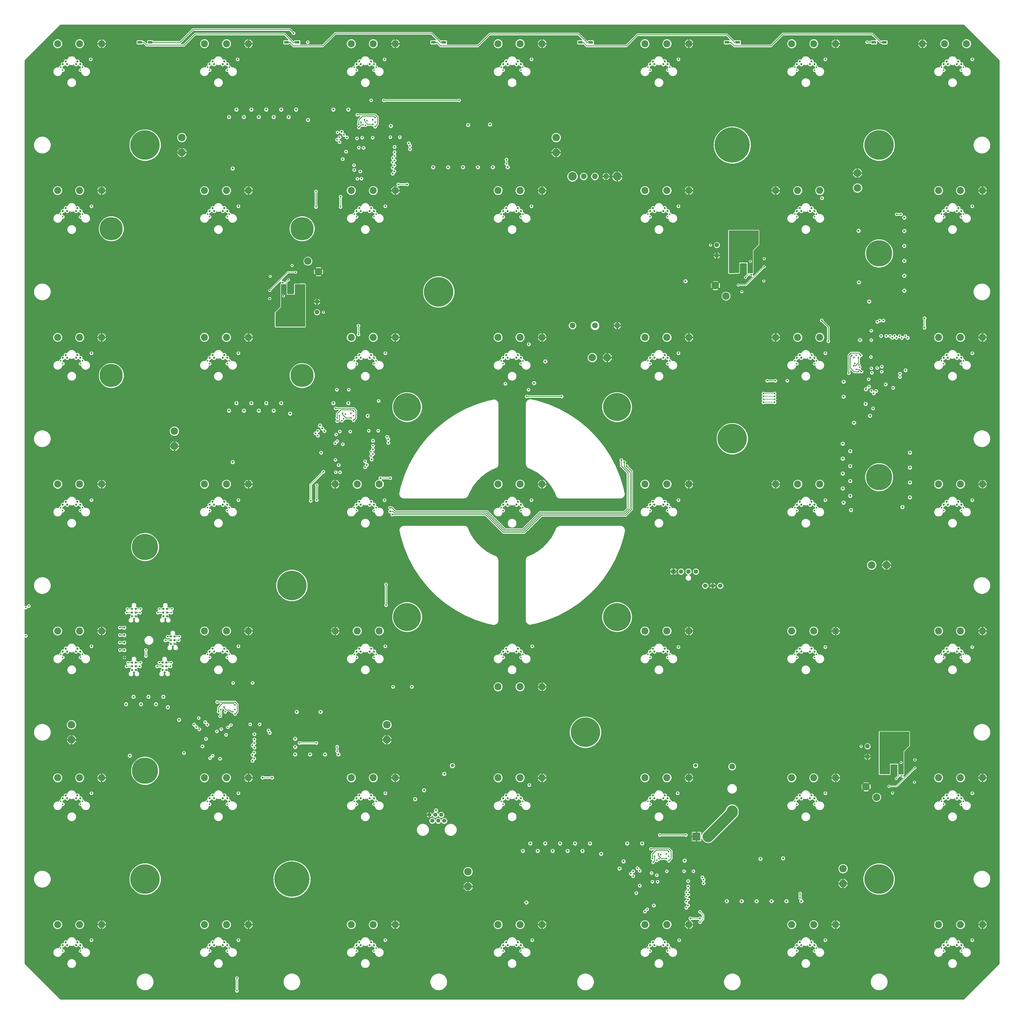
<source format=gbl>
G75*
%MOIN*%
%OFA0B0*%
%FSLAX24Y24*%
%IPPOS*%
%LPD*%
%AMOC8*
5,1,8,0,0,1.08239X$1,22.5*
%
%ADD10C,0.0945*%
%ADD11C,0.1000*%
%ADD12OC8,0.1000*%
%ADD13C,0.3960*%
%ADD14C,0.3750*%
%ADD15C,0.3100*%
%ADD16C,0.0600*%
%ADD17R,0.0600X0.0600*%
%ADD18R,0.1050X0.1050*%
%ADD19C,0.1050*%
%ADD20C,0.0765*%
%ADD21C,0.0550*%
%ADD22R,0.0591X0.0335*%
%ADD23C,0.0750*%
%ADD24C,0.1140*%
%ADD25OC8,0.0630*%
%ADD26C,0.0630*%
%ADD27C,0.0200*%
%ADD28C,0.0310*%
%ADD29C,0.0300*%
%ADD30C,0.0220*%
%ADD31C,0.0100*%
%ADD32C,0.0250*%
%ADD33C,0.0240*%
%ADD34C,0.0080*%
%ADD35C,0.3500*%
%ADD36C,0.4724*%
%ADD37C,0.0450*%
%ADD38C,0.1500*%
%ADD39C,0.0240*%
D10*
X006146Y011764D03*
X009099Y011764D03*
X012052Y011764D03*
X025831Y011764D03*
X028784Y011764D03*
X031737Y011764D03*
X045516Y011764D03*
X048469Y011764D03*
X051422Y011764D03*
X065201Y011764D03*
X068154Y011764D03*
X071107Y011764D03*
X084886Y011764D03*
X087839Y011764D03*
X090792Y011764D03*
X104571Y011764D03*
X107524Y011764D03*
X110477Y011764D03*
X124256Y011764D03*
X127209Y011764D03*
X130162Y011764D03*
X130162Y031449D03*
X127209Y031449D03*
X124256Y031449D03*
X110477Y031449D03*
X107524Y031449D03*
X104571Y031449D03*
X090792Y031449D03*
X087839Y031449D03*
X084886Y031449D03*
X071107Y031449D03*
X068154Y031449D03*
X065201Y031449D03*
X065201Y043654D03*
X068154Y043654D03*
X071107Y043654D03*
X084886Y051134D03*
X087839Y051134D03*
X090792Y051134D03*
X104571Y051134D03*
X107524Y051134D03*
X110477Y051134D03*
X124256Y051134D03*
X127209Y051134D03*
X130162Y051134D03*
X130162Y070819D03*
X127209Y070819D03*
X124256Y070819D03*
X108327Y070819D03*
X105374Y070819D03*
X102422Y070819D03*
X090792Y070819D03*
X087839Y070819D03*
X084886Y070819D03*
X071107Y070819D03*
X068154Y070819D03*
X065201Y070819D03*
X049272Y070819D03*
X046319Y070819D03*
X043367Y070819D03*
X031737Y070819D03*
X028784Y070819D03*
X025831Y070819D03*
X012052Y070819D03*
X009099Y070819D03*
X006146Y070819D03*
X006146Y051134D03*
X009099Y051134D03*
X012052Y051134D03*
X025831Y051134D03*
X028784Y051134D03*
X031737Y051134D03*
X043367Y051134D03*
X046319Y051134D03*
X049272Y051134D03*
X048469Y031449D03*
X051422Y031449D03*
X045516Y031449D03*
X031737Y031449D03*
X028784Y031449D03*
X025831Y031449D03*
X012052Y031449D03*
X009099Y031449D03*
X006146Y031449D03*
X006146Y090504D03*
X009099Y090504D03*
X012052Y090504D03*
X025831Y090504D03*
X028784Y090504D03*
X031737Y090504D03*
X045516Y090504D03*
X048469Y090504D03*
X051422Y090504D03*
X065201Y090504D03*
X068154Y090504D03*
X071107Y090504D03*
X084886Y090504D03*
X087839Y090504D03*
X090792Y090504D03*
X102422Y090504D03*
X105374Y090504D03*
X108327Y090504D03*
X124256Y090504D03*
X127209Y090504D03*
X130162Y090504D03*
X130162Y110189D03*
X127209Y110189D03*
X124256Y110189D03*
X108327Y110189D03*
X105374Y110189D03*
X102422Y110189D03*
X090792Y110189D03*
X087839Y110189D03*
X084886Y110189D03*
X071107Y110189D03*
X068154Y110189D03*
X065201Y110189D03*
X051422Y110189D03*
X048469Y110189D03*
X045516Y110189D03*
X031737Y110189D03*
X028784Y110189D03*
X025831Y110189D03*
X012052Y110189D03*
X009099Y110189D03*
X006146Y110189D03*
X006146Y129874D03*
X009099Y129874D03*
X012052Y129874D03*
X025831Y129874D03*
X028784Y129874D03*
X031737Y129874D03*
X045516Y129874D03*
X048469Y129874D03*
X051422Y129874D03*
X065201Y129874D03*
X068154Y129874D03*
X071107Y129874D03*
X084886Y129874D03*
X087839Y129874D03*
X090792Y129874D03*
X104571Y129874D03*
X107524Y129874D03*
X110477Y129874D03*
X122107Y129874D03*
X125059Y129874D03*
X128012Y129874D03*
D11*
X113391Y110540D03*
X095758Y096044D03*
X077837Y087785D03*
X072985Y117292D03*
X039700Y100715D03*
X022804Y117292D03*
X021804Y077922D03*
X008004Y038552D03*
X050285Y038552D03*
X061174Y018867D03*
X111455Y019267D03*
X115958Y028844D03*
X115292Y059974D03*
D12*
X117292Y059974D03*
X079837Y087785D03*
X072985Y115292D03*
X113391Y112540D03*
X050285Y036552D03*
X061174Y016867D03*
X111455Y017267D03*
X021804Y075922D03*
X022804Y115292D03*
X008004Y036552D03*
D13*
X017867Y017867D03*
X037552Y057237D03*
X057237Y096607D03*
X017867Y116292D03*
X076922Y037552D03*
X096607Y076922D03*
X116292Y116292D03*
X116292Y017867D03*
D14*
X081154Y053004D03*
X053004Y053004D03*
X053004Y081154D03*
X081154Y081154D03*
D15*
X038930Y085386D03*
X038930Y105071D03*
X013339Y105071D03*
X013339Y085386D03*
D16*
X089719Y059103D03*
X090719Y059103D03*
X091719Y059103D03*
X092979Y057199D03*
X093979Y057199D03*
X094979Y057199D03*
D17*
X088719Y059103D03*
D18*
X091811Y023575D03*
D19*
X093371Y023575D03*
D20*
X096579Y027009D03*
X096579Y032949D03*
D21*
X057979Y025679D03*
X057179Y025679D03*
X056379Y025679D03*
X055979Y026479D03*
X056779Y026479D03*
X057579Y026479D03*
D22*
X057945Y130071D03*
X056528Y130071D03*
X038260Y130071D03*
X036843Y130071D03*
X018575Y130071D03*
X017158Y130071D03*
X076213Y130071D03*
X077630Y130071D03*
X095898Y130071D03*
X097315Y130071D03*
X115583Y130071D03*
X117000Y130071D03*
D23*
X081179Y092079D03*
X078179Y092079D03*
X075179Y092079D03*
X076679Y112079D03*
X078179Y112079D03*
X079679Y112079D03*
D24*
X081179Y112079D03*
X075179Y112079D03*
D25*
X094539Y101479D03*
X040919Y095279D03*
X114739Y034279D03*
D26*
X114739Y035679D03*
X094539Y102879D03*
X040919Y093879D03*
D27*
X041181Y099001D02*
X041281Y098901D01*
X040949Y098901D01*
X040716Y099134D01*
X040716Y099466D01*
X040949Y099699D01*
X041281Y099699D01*
X041514Y099466D01*
X041514Y099134D01*
X041281Y098901D01*
X041218Y099051D01*
X041012Y099051D01*
X040866Y099197D01*
X040866Y099403D01*
X041012Y099549D01*
X041218Y099549D01*
X041364Y099403D01*
X041364Y099197D01*
X041218Y099051D01*
X041156Y099201D01*
X041074Y099201D01*
X041016Y099259D01*
X041016Y099341D01*
X041074Y099399D01*
X041156Y099399D01*
X041214Y099341D01*
X041214Y099259D01*
X041156Y099201D01*
X094278Y097757D02*
X094178Y097857D01*
X094510Y097857D01*
X094743Y097624D01*
X094743Y097292D01*
X094510Y097059D01*
X094178Y097059D01*
X093945Y097292D01*
X093945Y097624D01*
X094178Y097857D01*
X094241Y097707D01*
X094447Y097707D01*
X094593Y097561D01*
X094593Y097355D01*
X094447Y097209D01*
X094241Y097209D01*
X094095Y097355D01*
X094095Y097561D01*
X094241Y097707D01*
X094303Y097557D01*
X094385Y097557D01*
X094443Y097499D01*
X094443Y097417D01*
X094385Y097359D01*
X094303Y097359D01*
X094245Y097417D01*
X094245Y097499D01*
X094303Y097557D01*
X114478Y030557D02*
X114378Y030657D01*
X114710Y030657D01*
X114943Y030424D01*
X114943Y030092D01*
X114710Y029859D01*
X114378Y029859D01*
X114145Y030092D01*
X114145Y030424D01*
X114378Y030657D01*
X114441Y030507D01*
X114647Y030507D01*
X114793Y030361D01*
X114793Y030155D01*
X114647Y030009D01*
X114441Y030009D01*
X114295Y030155D01*
X114295Y030361D01*
X114441Y030507D01*
X114503Y030357D01*
X114585Y030357D01*
X114643Y030299D01*
X114643Y030217D01*
X114585Y030159D01*
X114503Y030159D01*
X114445Y030217D01*
X114445Y030299D01*
X114503Y030357D01*
D28*
X021829Y049379D03*
X021329Y049379D03*
X021329Y049879D03*
X021329Y050379D03*
X021829Y050379D03*
X021829Y049879D03*
X020729Y046879D03*
X020229Y046879D03*
X020229Y046379D03*
X020229Y045879D03*
X020729Y045879D03*
X020729Y046379D03*
X016629Y046379D03*
X016629Y045879D03*
X016129Y045879D03*
X016129Y046379D03*
X016129Y046879D03*
X016629Y046879D03*
X016629Y053079D03*
X016129Y053079D03*
X016129Y053579D03*
X016629Y053579D03*
X016629Y054079D03*
X016129Y054079D03*
X020329Y054079D03*
X020329Y053579D03*
X020329Y053079D03*
X020829Y053079D03*
X020829Y053579D03*
X020829Y054079D03*
D29*
X015079Y051579D03*
X015079Y050579D03*
X015079Y049579D03*
X015079Y048579D03*
X015079Y047579D03*
X016324Y042309D03*
X015324Y041309D03*
X017324Y041309D03*
X018324Y042309D03*
X019324Y041309D03*
X020324Y042309D03*
X020924Y040909D03*
X022424Y039219D03*
X017295Y038378D03*
X017295Y037827D03*
X017295Y037276D03*
X017295Y036725D03*
X016744Y036725D03*
X016744Y037276D03*
X016744Y037827D03*
X016744Y038378D03*
X016193Y038378D03*
X016193Y037827D03*
X016193Y037276D03*
X016193Y036725D03*
X015824Y034409D03*
X011626Y036725D03*
X011626Y037276D03*
X011626Y037827D03*
X011626Y038378D03*
X011074Y038378D03*
X010523Y038378D03*
X010523Y037827D03*
X010523Y037276D03*
X010523Y036725D03*
X011074Y036725D03*
X011074Y037276D03*
X011074Y037827D03*
X008811Y029087D03*
X008618Y028693D03*
X009205Y028693D03*
X007430Y028693D03*
X007237Y029087D03*
X006843Y028693D03*
X007237Y009402D03*
X007430Y009008D03*
X006843Y009008D03*
X008618Y009008D03*
X008811Y009402D03*
X009205Y009008D03*
X026528Y009008D03*
X026922Y009402D03*
X027115Y009008D03*
X028303Y009008D03*
X028496Y009402D03*
X028890Y009008D03*
X046213Y009008D03*
X046607Y009402D03*
X046800Y009008D03*
X047988Y009008D03*
X048181Y009402D03*
X048575Y009008D03*
X063693Y017040D03*
X063693Y017591D03*
X063693Y018142D03*
X063693Y018693D03*
X064244Y018693D03*
X064244Y018142D03*
X064244Y017591D03*
X064244Y017040D03*
X064796Y017040D03*
X064796Y017591D03*
X064796Y018142D03*
X064796Y018693D03*
X069363Y018693D03*
X069914Y018693D03*
X069914Y018142D03*
X070465Y018142D03*
X070465Y017591D03*
X069914Y017591D03*
X069914Y017040D03*
X070465Y017040D03*
X069363Y017040D03*
X069363Y017591D03*
X069363Y018142D03*
X070465Y018693D03*
X070524Y021649D03*
X069524Y022649D03*
X068524Y021649D03*
X071524Y022649D03*
X072524Y021649D03*
X073524Y022649D03*
X074524Y021649D03*
X075524Y022649D03*
X076524Y021649D03*
X077524Y022649D03*
X079024Y021249D03*
X081479Y019279D03*
X082024Y020249D03*
X082524Y022649D03*
X084524Y022649D03*
X085583Y028693D03*
X085977Y029087D03*
X086170Y028693D03*
X087358Y028693D03*
X087552Y029087D03*
X087945Y028693D03*
X090224Y020349D03*
X095864Y014899D03*
X097864Y014899D03*
X099864Y014899D03*
X101864Y014899D03*
X103864Y014899D03*
X105864Y014899D03*
X104166Y017040D03*
X104166Y017591D03*
X104166Y018142D03*
X104166Y018693D03*
X103615Y018693D03*
X103615Y018142D03*
X103615Y017591D03*
X103615Y017040D03*
X103063Y017040D03*
X103063Y017591D03*
X103063Y018142D03*
X103063Y018693D03*
X103424Y020649D03*
X100379Y020579D03*
X105268Y028693D03*
X105662Y029087D03*
X105856Y028693D03*
X107043Y028693D03*
X107237Y029087D03*
X107630Y028693D03*
X108733Y018693D03*
X109284Y018693D03*
X109284Y018142D03*
X109835Y018142D03*
X109835Y017591D03*
X109284Y017591D03*
X109284Y017040D03*
X109835Y017040D03*
X108733Y017040D03*
X108733Y017591D03*
X108733Y018142D03*
X109835Y018693D03*
X107237Y009402D03*
X107043Y009008D03*
X107630Y009008D03*
X105856Y009008D03*
X105662Y009402D03*
X105268Y009008D03*
X087945Y009008D03*
X087552Y009402D03*
X087358Y009008D03*
X086170Y009008D03*
X085977Y009402D03*
X085583Y009008D03*
X068994Y014729D03*
X067867Y009402D03*
X067673Y009008D03*
X068260Y009008D03*
X066485Y009008D03*
X066292Y009402D03*
X065898Y009008D03*
X056879Y027079D03*
X055279Y029779D03*
X054079Y028579D03*
X057979Y031979D03*
X065898Y028693D03*
X066292Y029087D03*
X066485Y028693D03*
X067673Y028693D03*
X067867Y029087D03*
X068260Y028693D03*
X048575Y028693D03*
X048181Y029087D03*
X047988Y028693D03*
X046800Y028693D03*
X046607Y029087D03*
X046213Y028693D03*
X043794Y034579D03*
X041994Y034579D03*
X042096Y036725D03*
X042096Y037276D03*
X042096Y037827D03*
X042096Y038378D03*
X041544Y038378D03*
X040993Y038378D03*
X040993Y037827D03*
X040993Y037276D03*
X040993Y036725D03*
X041544Y036725D03*
X041544Y037276D03*
X041544Y037827D03*
X041394Y040279D03*
X038204Y040279D03*
X037994Y036679D03*
X037994Y035579D03*
X037994Y034579D03*
X039994Y034579D03*
X046663Y036725D03*
X047214Y036725D03*
X047765Y036725D03*
X047765Y037276D03*
X047765Y037827D03*
X047214Y037827D03*
X047214Y037276D03*
X046663Y037276D03*
X046663Y037827D03*
X046663Y038378D03*
X047214Y038378D03*
X047765Y038378D03*
X047988Y048378D03*
X048181Y048772D03*
X048575Y048378D03*
X046800Y048378D03*
X046607Y048772D03*
X046213Y048378D03*
X028890Y048378D03*
X028496Y048772D03*
X028303Y048378D03*
X027115Y048378D03*
X026922Y048772D03*
X026528Y048378D03*
X009205Y048378D03*
X008811Y048772D03*
X008618Y048378D03*
X007430Y048378D03*
X007237Y048772D03*
X006843Y048378D03*
X006843Y068063D03*
X007237Y068457D03*
X007430Y068063D03*
X008618Y068063D03*
X008811Y068457D03*
X009205Y068063D03*
X024323Y076095D03*
X024323Y076646D03*
X024323Y077197D03*
X024874Y077197D03*
X024874Y076646D03*
X024874Y076095D03*
X025426Y076095D03*
X025426Y076646D03*
X025426Y077197D03*
X025426Y077748D03*
X024874Y077748D03*
X024323Y077748D03*
X029124Y080679D03*
X030124Y081679D03*
X031124Y080679D03*
X032124Y081679D03*
X033124Y080679D03*
X034124Y081679D03*
X035124Y080679D03*
X036124Y081679D03*
X037324Y080279D03*
X041324Y078679D03*
X043124Y081679D03*
X045124Y081679D03*
X047724Y079979D03*
X047988Y087748D03*
X048181Y088142D03*
X048575Y087748D03*
X046800Y087748D03*
X046607Y088142D03*
X046213Y087748D03*
X031095Y077748D03*
X031095Y077197D03*
X031095Y076646D03*
X031095Y076095D03*
X030544Y076095D03*
X030544Y076646D03*
X030544Y077197D03*
X030544Y077748D03*
X029993Y077748D03*
X029993Y077197D03*
X029993Y076646D03*
X029993Y076095D03*
X029624Y073779D03*
X028496Y068457D03*
X028303Y068063D03*
X028890Y068063D03*
X027115Y068063D03*
X026922Y068457D03*
X026528Y068063D03*
X026528Y087748D03*
X026922Y088142D03*
X027115Y087748D03*
X028303Y087748D03*
X028496Y088142D03*
X028890Y087748D03*
X046607Y068457D03*
X046800Y068063D03*
X046213Y068063D03*
X047988Y068063D03*
X048181Y068457D03*
X048575Y068063D03*
X065898Y068063D03*
X066292Y068457D03*
X066485Y068063D03*
X067673Y068063D03*
X067867Y068457D03*
X068260Y068063D03*
X071093Y083695D03*
X071093Y084246D03*
X071093Y084797D03*
X071093Y085348D03*
X071644Y085348D03*
X071644Y084797D03*
X071644Y084246D03*
X071644Y083695D03*
X072196Y083695D03*
X072196Y084246D03*
X072196Y084797D03*
X072196Y085348D03*
X071530Y087278D03*
X070030Y084378D03*
X068260Y087748D03*
X067867Y088142D03*
X067673Y087748D03*
X066485Y087748D03*
X066292Y088142D03*
X065898Y087748D03*
X076763Y085348D03*
X076763Y084797D03*
X077314Y084797D03*
X077314Y084246D03*
X077865Y084246D03*
X077865Y083695D03*
X077314Y083695D03*
X076763Y083695D03*
X076763Y084246D03*
X077865Y084797D03*
X077865Y085348D03*
X077314Y085348D03*
X085583Y087748D03*
X085977Y088142D03*
X086170Y087748D03*
X087358Y087748D03*
X087552Y088142D03*
X087945Y087748D03*
X090329Y098029D03*
X087945Y107433D03*
X087552Y107827D03*
X087358Y107433D03*
X086170Y107433D03*
X085977Y107827D03*
X085583Y107433D03*
X070465Y115465D03*
X070465Y116016D03*
X069914Y116016D03*
X069914Y115465D03*
X069363Y115465D03*
X069363Y116016D03*
X069363Y116567D03*
X069914Y116567D03*
X070465Y116567D03*
X070465Y117119D03*
X069914Y117119D03*
X069363Y117119D03*
X064796Y117119D03*
X064244Y117119D03*
X063693Y117119D03*
X063693Y116567D03*
X063693Y116016D03*
X063693Y115465D03*
X064244Y115465D03*
X064244Y116016D03*
X064244Y116567D03*
X064796Y116567D03*
X064796Y116016D03*
X064796Y115465D03*
X064494Y113319D03*
X066494Y113319D03*
X062494Y113319D03*
X060494Y113319D03*
X058494Y113319D03*
X056494Y113319D03*
X061179Y118979D03*
X064124Y119049D03*
X065898Y127119D03*
X066292Y127512D03*
X066485Y127119D03*
X067673Y127119D03*
X067867Y127512D03*
X068260Y127119D03*
X085583Y127119D03*
X085977Y127512D03*
X086170Y127119D03*
X087358Y127119D03*
X087552Y127512D03*
X087945Y127119D03*
X105268Y127119D03*
X105662Y127512D03*
X105856Y127119D03*
X107043Y127119D03*
X107237Y127512D03*
X107630Y127119D03*
X115465Y111134D03*
X115465Y110583D03*
X115465Y110032D03*
X116016Y110032D03*
X116016Y110583D03*
X116016Y111134D03*
X116567Y111134D03*
X116567Y110583D03*
X116567Y110032D03*
X117119Y110032D03*
X117119Y110583D03*
X117119Y111134D03*
X119664Y106563D03*
X119664Y104763D03*
X119664Y102763D03*
X119664Y100763D03*
X119664Y098763D03*
X119664Y096763D03*
X114952Y095305D03*
X113579Y097879D03*
X115465Y104363D03*
X115465Y104914D03*
X115465Y105465D03*
X116016Y105465D03*
X116016Y104914D03*
X116567Y104914D03*
X116567Y105465D03*
X117119Y105465D03*
X117119Y104914D03*
X117119Y104363D03*
X116567Y104363D03*
X116016Y104363D03*
X113534Y104793D03*
X107630Y107433D03*
X107237Y107827D03*
X107043Y107433D03*
X105856Y107433D03*
X105662Y107827D03*
X105268Y107433D03*
X113727Y090152D03*
X111527Y084552D03*
X111527Y082552D03*
X114479Y081579D03*
X115079Y079979D03*
X112927Y079052D03*
X111424Y076249D03*
X112424Y075249D03*
X111424Y074249D03*
X112424Y073249D03*
X111424Y072249D03*
X112424Y071249D03*
X111424Y070249D03*
X112424Y069249D03*
X111524Y068349D03*
X112524Y067349D03*
X115465Y068163D03*
X115465Y068714D03*
X115465Y069265D03*
X116016Y069265D03*
X116016Y068714D03*
X116567Y068714D03*
X116567Y069265D03*
X117119Y069265D03*
X117119Y068714D03*
X117119Y068163D03*
X116567Y068163D03*
X116016Y068163D03*
X119424Y067749D03*
X120424Y069049D03*
X120424Y071049D03*
X120424Y073049D03*
X120424Y075049D03*
X125347Y068457D03*
X125541Y068063D03*
X124953Y068063D03*
X126728Y068063D03*
X126922Y068457D03*
X127315Y068063D03*
X117119Y063596D03*
X117119Y063044D03*
X117119Y062493D03*
X116567Y062493D03*
X116016Y062493D03*
X115465Y062493D03*
X115465Y063044D03*
X116016Y063044D03*
X116567Y063044D03*
X116567Y063596D03*
X116016Y063596D03*
X115465Y063596D03*
X107630Y068063D03*
X107237Y068457D03*
X107043Y068063D03*
X105856Y068063D03*
X105662Y068457D03*
X105268Y068063D03*
X114527Y083552D03*
X107627Y087752D03*
X107247Y088142D03*
X107047Y087752D03*
X105857Y087752D03*
X105657Y088142D03*
X105277Y087752D03*
X087552Y068457D03*
X087358Y068063D03*
X087945Y068063D03*
X086170Y068063D03*
X085977Y068457D03*
X085583Y068063D03*
X085977Y048772D03*
X086170Y048378D03*
X085583Y048378D03*
X087358Y048378D03*
X087552Y048772D03*
X087945Y048378D03*
X105268Y048378D03*
X105662Y048772D03*
X105856Y048378D03*
X107043Y048378D03*
X107237Y048772D03*
X107630Y048378D03*
X124953Y048378D03*
X125347Y048772D03*
X125541Y048378D03*
X126728Y048378D03*
X126922Y048772D03*
X127315Y048378D03*
X126922Y029087D03*
X126728Y028693D03*
X127315Y028693D03*
X125541Y028693D03*
X125347Y029087D03*
X124953Y028693D03*
X125347Y009402D03*
X125541Y009008D03*
X124953Y009008D03*
X126728Y009008D03*
X126922Y009402D03*
X127315Y009008D03*
X068260Y048378D03*
X067867Y048772D03*
X067673Y048378D03*
X066485Y048378D03*
X066292Y048772D03*
X065898Y048378D03*
X028890Y028693D03*
X028496Y029087D03*
X028303Y028693D03*
X027115Y028693D03*
X026922Y029087D03*
X026528Y028693D03*
X009205Y087748D03*
X008811Y088142D03*
X008618Y087748D03*
X007430Y087748D03*
X007237Y088142D03*
X006843Y087748D03*
X006843Y107433D03*
X007237Y107827D03*
X007430Y107433D03*
X008618Y107433D03*
X008811Y107827D03*
X009205Y107433D03*
X024323Y115465D03*
X024323Y116016D03*
X024323Y116567D03*
X024874Y116567D03*
X024874Y116016D03*
X024874Y115465D03*
X025426Y115465D03*
X025426Y116016D03*
X025426Y116567D03*
X025426Y117119D03*
X024874Y117119D03*
X024323Y117119D03*
X029124Y120049D03*
X030124Y121049D03*
X031124Y120049D03*
X032124Y121049D03*
X033124Y120049D03*
X034124Y121049D03*
X035124Y120049D03*
X036124Y121049D03*
X037124Y120049D03*
X038124Y121049D03*
X039724Y119649D03*
X043124Y121049D03*
X045124Y121049D03*
X044224Y118049D03*
X050824Y118849D03*
X048575Y127119D03*
X048181Y127512D03*
X047988Y127119D03*
X046800Y127119D03*
X046607Y127512D03*
X046213Y127119D03*
X031095Y117119D03*
X030544Y117119D03*
X029993Y117119D03*
X029993Y116567D03*
X030544Y116567D03*
X030544Y116016D03*
X031095Y116016D03*
X031095Y115465D03*
X030544Y115465D03*
X029993Y115465D03*
X029993Y116016D03*
X031095Y116567D03*
X029624Y113149D03*
X028496Y107827D03*
X028303Y107433D03*
X028890Y107433D03*
X027115Y107433D03*
X026922Y107827D03*
X026528Y107433D03*
X026528Y127119D03*
X026922Y127512D03*
X027115Y127119D03*
X028303Y127119D03*
X028496Y127512D03*
X028890Y127119D03*
X046607Y107827D03*
X046800Y107433D03*
X046213Y107433D03*
X047988Y107433D03*
X048181Y107827D03*
X048575Y107433D03*
X065898Y107433D03*
X066292Y107827D03*
X066485Y107433D03*
X067673Y107433D03*
X067867Y107827D03*
X068260Y107433D03*
X124953Y107433D03*
X125347Y107827D03*
X125541Y107433D03*
X126728Y107433D03*
X126922Y107827D03*
X127315Y107433D03*
X126922Y088142D03*
X126728Y087748D03*
X127315Y087748D03*
X125541Y087748D03*
X125347Y088142D03*
X124953Y087748D03*
X124953Y127119D03*
X125347Y127512D03*
X125541Y127119D03*
X126728Y127119D03*
X126922Y127512D03*
X127315Y127119D03*
X009205Y127119D03*
X008811Y127512D03*
X008618Y127119D03*
X007430Y127119D03*
X007237Y127512D03*
X006843Y127119D03*
D30*
X006567Y126725D03*
X006843Y126331D03*
X009205Y126331D03*
X009481Y126725D03*
X026252Y126725D03*
X026528Y126331D03*
X028890Y126331D03*
X029166Y126725D03*
X037779Y131279D03*
X039679Y130079D03*
X041254Y131649D03*
X045937Y126725D03*
X046213Y126331D03*
X048575Y126331D03*
X048851Y126725D03*
X048179Y122279D03*
X049879Y122279D03*
X048724Y119949D03*
X048719Y119349D03*
X048424Y119049D03*
X048724Y118749D03*
X047419Y118939D03*
X047079Y118979D03*
X046824Y119349D03*
X046524Y119049D03*
X046524Y118649D03*
X047284Y119689D03*
X047624Y119549D03*
X046324Y120349D03*
X046979Y117279D03*
X046279Y117179D03*
X046524Y115949D03*
X048379Y117279D03*
X050294Y116949D03*
X050763Y117349D03*
X050954Y117849D03*
X052024Y117349D03*
X052874Y115329D03*
X047054Y112949D03*
X046879Y111779D03*
X046324Y111769D03*
X045879Y113579D03*
X042854Y114049D03*
X042854Y116149D03*
X043679Y117979D03*
X040779Y110079D03*
X040779Y107979D03*
X044079Y107979D03*
X044079Y109379D03*
X045937Y107040D03*
X046213Y106646D03*
X048575Y106646D03*
X048851Y107040D03*
X037579Y100139D03*
X038059Y099239D03*
X037099Y098219D03*
X037219Y097499D03*
X037219Y097139D03*
X037219Y096779D03*
X037219Y096419D03*
X037579Y096419D03*
X037579Y096779D03*
X037579Y097139D03*
X037579Y097499D03*
X038059Y096959D03*
X038059Y096599D03*
X038419Y096599D03*
X038779Y096599D03*
X038779Y096959D03*
X038419Y096959D03*
X039959Y095959D03*
X039959Y095599D03*
X039959Y095239D03*
X040319Y095239D03*
X040319Y095599D03*
X040319Y095959D03*
X040319Y094839D03*
X039959Y094839D03*
X038059Y093839D03*
X037759Y093959D03*
X037399Y093959D03*
X037039Y093959D03*
X036679Y093959D03*
X036319Y093959D03*
X035959Y093959D03*
X035559Y093859D03*
X035559Y093359D03*
X035559Y092959D03*
X035559Y092559D03*
X035959Y092279D03*
X036319Y092279D03*
X036679Y092279D03*
X037039Y092279D03*
X037399Y092279D03*
X037759Y092279D03*
X038059Y092519D03*
X038059Y092939D03*
X038059Y093339D03*
X036439Y096059D03*
X036319Y097859D03*
X034639Y098699D03*
X034579Y096779D03*
X034579Y095699D03*
X041779Y093879D03*
X046479Y092079D03*
X046479Y090879D03*
X045937Y087355D03*
X046213Y086961D03*
X048575Y086961D03*
X048851Y087355D03*
X045179Y083479D03*
X043579Y083479D03*
X043424Y080979D03*
X043924Y079979D03*
X043624Y079679D03*
X043624Y079279D03*
X044259Y079329D03*
X044479Y079579D03*
X044724Y080179D03*
X044354Y080319D03*
X045524Y079679D03*
X045819Y079979D03*
X045824Y079379D03*
X045824Y080579D03*
X048054Y078479D03*
X047863Y077979D03*
X047394Y077579D03*
X049124Y077979D03*
X049974Y075959D03*
X045379Y077879D03*
X043979Y077879D03*
X043479Y077479D03*
X043624Y076579D03*
X043379Y074079D03*
X044154Y073579D03*
X044009Y072409D03*
X043434Y072429D03*
X041779Y072479D03*
X040879Y070679D03*
X040879Y068679D03*
X040079Y068579D03*
X045937Y067670D03*
X046213Y067276D03*
X048575Y067276D03*
X048851Y067670D03*
X039954Y074679D03*
X039954Y076779D03*
X049179Y081979D03*
X065622Y087355D03*
X065898Y086961D03*
X068260Y086961D03*
X068536Y087355D03*
X066179Y084279D03*
X069279Y083479D03*
X069024Y082579D03*
X072852Y084122D03*
X072852Y084522D03*
X072852Y084922D03*
X073377Y084797D03*
X073652Y084522D03*
X073377Y084246D03*
X073928Y084246D03*
X074204Y084522D03*
X074479Y084797D03*
X074755Y084522D03*
X075030Y084797D03*
X075306Y084522D03*
X075581Y084797D03*
X076106Y084922D03*
X076106Y084522D03*
X076106Y084122D03*
X075581Y084246D03*
X075030Y084246D03*
X074479Y084246D03*
X073928Y084797D03*
X073724Y082579D03*
X085307Y087355D03*
X085583Y086961D03*
X087945Y086961D03*
X088221Y087355D03*
X097879Y096619D03*
X097399Y097519D03*
X098359Y098539D03*
X098239Y099259D03*
X097879Y099259D03*
X097879Y099619D03*
X097879Y099979D03*
X097879Y100339D03*
X098239Y100339D03*
X098239Y099979D03*
X098239Y099619D03*
X097399Y099799D03*
X097039Y099799D03*
X096679Y099799D03*
X096679Y100159D03*
X097039Y100159D03*
X097399Y100159D03*
X099019Y100699D03*
X099139Y102799D03*
X098779Y102799D03*
X098419Y102799D03*
X098059Y102799D03*
X097699Y102799D03*
X097399Y102959D03*
X097399Y103519D03*
X097399Y103879D03*
X097399Y104239D03*
X097699Y104479D03*
X098059Y104479D03*
X098419Y104479D03*
X098779Y104479D03*
X099139Y104479D03*
X099499Y104479D03*
X099899Y104209D03*
X099899Y103859D03*
X099899Y103499D03*
X099899Y102899D03*
X099499Y102799D03*
X100879Y101059D03*
X100879Y099979D03*
X100819Y098059D03*
X099139Y098899D03*
X095499Y100799D03*
X095139Y100799D03*
X095139Y101159D03*
X095139Y101519D03*
X095499Y101519D03*
X095499Y101159D03*
X095499Y101919D03*
X095139Y101919D03*
X093679Y102879D03*
X087945Y106646D03*
X088221Y107040D03*
X085583Y106646D03*
X085307Y107040D03*
X068536Y107040D03*
X068260Y106646D03*
X065898Y106646D03*
X065622Y107040D03*
X066324Y113749D03*
X066324Y114349D03*
X066528Y116016D03*
X066804Y116292D03*
X067079Y116567D03*
X067355Y116292D03*
X067630Y116567D03*
X067906Y116292D03*
X068181Y116567D03*
X068706Y116692D03*
X068706Y116292D03*
X068706Y115892D03*
X068181Y116016D03*
X067630Y116016D03*
X067079Y116016D03*
X066528Y116567D03*
X066252Y116292D03*
X065977Y116567D03*
X065452Y116692D03*
X065452Y116292D03*
X065452Y115892D03*
X065977Y116016D03*
X059979Y122279D03*
X065622Y126725D03*
X065898Y126331D03*
X068260Y126331D03*
X068536Y126725D03*
X085307Y126725D03*
X085583Y126331D03*
X087945Y126331D03*
X088221Y126725D03*
X104993Y126725D03*
X105268Y126331D03*
X107630Y126331D03*
X107906Y126725D03*
X114679Y130079D03*
X124678Y126725D03*
X124953Y126331D03*
X127315Y126331D03*
X127591Y126725D03*
X116692Y109375D03*
X116292Y109375D03*
X115892Y109375D03*
X116016Y108851D03*
X116292Y108575D03*
X116567Y108300D03*
X116292Y108024D03*
X116567Y107748D03*
X116292Y107473D03*
X116567Y107197D03*
X116292Y106922D03*
X116016Y107197D03*
X116016Y106646D03*
X115892Y106122D03*
X116292Y106122D03*
X116692Y106122D03*
X116567Y106646D03*
X116016Y107748D03*
X116016Y108300D03*
X116567Y108851D03*
X118634Y106993D03*
X119234Y106993D03*
X124678Y107040D03*
X124953Y106646D03*
X127315Y106646D03*
X127591Y107040D03*
X117254Y092244D03*
X115234Y091394D03*
X114734Y090324D03*
X115234Y090133D03*
X115634Y089664D03*
X115189Y087869D03*
X113834Y088094D03*
X113534Y087794D03*
X113229Y088099D03*
X112634Y088094D03*
X113034Y086994D03*
X112884Y086684D03*
X113234Y086194D03*
X113534Y085894D03*
X113934Y085894D03*
X113679Y086479D03*
X113579Y086779D03*
X112234Y085694D03*
X114879Y084879D03*
X115314Y085754D03*
X115259Y086359D03*
X116034Y086394D03*
X116634Y085894D03*
X119079Y085179D03*
X119634Y086424D03*
X118534Y082224D03*
X118019Y081189D03*
X116434Y082224D03*
X124678Y087355D03*
X124953Y086961D03*
X127315Y086961D03*
X127591Y087355D03*
X109479Y089979D03*
X108579Y092779D03*
X107908Y087355D03*
X107628Y086965D03*
X105268Y086965D03*
X104998Y087365D03*
X103979Y084679D03*
X102379Y084679D03*
X101279Y084679D03*
X100779Y082979D03*
X100779Y082579D03*
X100779Y082179D03*
X100779Y081779D03*
X102279Y081779D03*
X102279Y082179D03*
X102279Y082579D03*
X102279Y082979D03*
X104993Y067670D03*
X105268Y067276D03*
X107630Y067276D03*
X107906Y067670D03*
X115892Y067506D03*
X116292Y067506D03*
X116692Y067506D03*
X116567Y066981D03*
X116292Y066706D03*
X116567Y066430D03*
X116292Y066155D03*
X116016Y066430D03*
X116016Y065879D03*
X116292Y065604D03*
X116567Y065879D03*
X116567Y065328D03*
X116292Y065052D03*
X116567Y064777D03*
X116692Y064252D03*
X116292Y064252D03*
X115892Y064252D03*
X116016Y064777D03*
X116016Y065328D03*
X116016Y066981D03*
X124678Y067670D03*
X124953Y067276D03*
X127315Y067276D03*
X127591Y067670D03*
X128779Y048979D03*
X127591Y047985D03*
X127315Y047591D03*
X124953Y047591D03*
X124678Y047985D03*
X119699Y037279D03*
X119339Y037279D03*
X118979Y037279D03*
X118619Y037279D03*
X118259Y037279D03*
X117899Y037279D03*
X117599Y037039D03*
X117599Y036619D03*
X117599Y036179D03*
X117599Y035759D03*
X117899Y035599D03*
X118259Y035599D03*
X118619Y035599D03*
X118979Y035599D03*
X119339Y035599D03*
X119699Y035599D03*
X120099Y035759D03*
X120099Y036199D03*
X120099Y036599D03*
X120099Y036999D03*
X121079Y033859D03*
X121079Y032779D03*
X121019Y030859D03*
X119339Y031699D03*
X118559Y031339D03*
X118439Y032059D03*
X118079Y032059D03*
X118079Y032419D03*
X118079Y032779D03*
X118439Y032779D03*
X118439Y032419D03*
X118439Y033139D03*
X118079Y033139D03*
X117599Y032959D03*
X117239Y032959D03*
X116879Y032959D03*
X116879Y032599D03*
X117239Y032599D03*
X117599Y032599D03*
X119219Y033499D03*
X115699Y033599D03*
X115339Y033599D03*
X115339Y033959D03*
X115339Y034319D03*
X115699Y034319D03*
X115699Y033959D03*
X115699Y034719D03*
X115339Y034719D03*
X113879Y035679D03*
X117599Y030319D03*
X118079Y029419D03*
X124678Y028300D03*
X124953Y027906D03*
X127315Y027906D03*
X127591Y028300D03*
X127591Y008615D03*
X127315Y008221D03*
X124953Y008221D03*
X124678Y008615D03*
X107906Y008615D03*
X107630Y008221D03*
X105268Y008221D03*
X104993Y008615D03*
X105694Y015324D03*
X105694Y015924D03*
X105898Y017591D03*
X105622Y017867D03*
X105347Y018142D03*
X104822Y018267D03*
X104822Y017867D03*
X104822Y017467D03*
X105347Y017591D03*
X105898Y018142D03*
X106174Y017867D03*
X106449Y018142D03*
X106725Y017867D03*
X107000Y018142D03*
X107276Y017867D03*
X107552Y018142D03*
X108076Y018267D03*
X108076Y017867D03*
X108076Y017467D03*
X107552Y017591D03*
X107000Y017591D03*
X106449Y017591D03*
X105268Y027906D03*
X104993Y028300D03*
X107630Y027906D03*
X107906Y028300D03*
X091394Y018924D03*
X090324Y019424D03*
X090133Y018924D03*
X089664Y018524D03*
X087819Y018919D03*
X088094Y020324D03*
X087794Y020624D03*
X088099Y020929D03*
X087769Y021229D03*
X088094Y021524D03*
X086994Y021124D03*
X086694Y021224D03*
X086194Y020924D03*
X085894Y020624D03*
X085994Y020124D03*
X086479Y020379D03*
X086779Y020579D03*
X085694Y021924D03*
X086879Y023779D03*
X090379Y023779D03*
X087945Y027906D03*
X088221Y028300D03*
X085583Y027906D03*
X085307Y028300D03*
X085779Y018679D03*
X086479Y018379D03*
X086589Y017519D03*
X085894Y017524D03*
X086424Y014524D03*
X085194Y013824D03*
X082224Y015624D03*
X082224Y017724D03*
X085307Y008615D03*
X085583Y008221D03*
X087945Y008221D03*
X088221Y008615D03*
X092279Y012079D03*
X092279Y013479D03*
X092244Y016904D03*
X068706Y017467D03*
X068706Y017867D03*
X068706Y018267D03*
X068181Y018142D03*
X067906Y017867D03*
X067630Y018142D03*
X067355Y017867D03*
X067079Y018142D03*
X066804Y017867D03*
X066528Y018142D03*
X066252Y017867D03*
X065977Y018142D03*
X065452Y018267D03*
X065452Y017867D03*
X065452Y017467D03*
X065977Y017591D03*
X066528Y017591D03*
X067079Y017591D03*
X067630Y017591D03*
X068181Y017591D03*
X068536Y008615D03*
X068260Y008221D03*
X065898Y008221D03*
X065622Y008615D03*
X050079Y009679D03*
X048851Y008615D03*
X048575Y008221D03*
X046213Y008221D03*
X045937Y008615D03*
X030179Y004579D03*
X030179Y002879D03*
X028890Y008221D03*
X029166Y008615D03*
X026528Y008221D03*
X026252Y008615D03*
X009481Y008615D03*
X009205Y008221D03*
X006843Y008221D03*
X006567Y008615D03*
X006843Y027906D03*
X006567Y028300D03*
X009205Y027906D03*
X009481Y028300D03*
X010679Y029379D03*
X012282Y037152D03*
X012282Y037552D03*
X012282Y037952D03*
X012807Y037827D03*
X013082Y037552D03*
X013358Y037827D03*
X013633Y037552D03*
X013358Y037276D03*
X013909Y037276D03*
X014185Y037552D03*
X014460Y037827D03*
X014736Y037552D03*
X015011Y037827D03*
X015536Y037952D03*
X015536Y037552D03*
X015536Y037152D03*
X015011Y037276D03*
X014460Y037276D03*
X013909Y037827D03*
X012807Y037276D03*
X015379Y046379D03*
X015579Y046879D03*
X017179Y046379D03*
X017279Y046879D03*
X017979Y047779D03*
X017979Y048579D03*
X019779Y046879D03*
X019479Y046379D03*
X021279Y046379D03*
X021379Y046879D03*
X020579Y049879D03*
X020879Y050379D03*
X022379Y049879D03*
X022479Y050379D03*
X021379Y053579D03*
X021479Y054079D03*
X019779Y054079D03*
X019579Y053579D03*
X017279Y054079D03*
X017179Y053579D03*
X015479Y054079D03*
X015379Y053579D03*
X014479Y051579D03*
X014479Y050579D03*
X014479Y049579D03*
X014479Y048579D03*
X009481Y047985D03*
X009205Y047591D03*
X006843Y047591D03*
X006567Y047985D03*
X001879Y050479D03*
X001879Y054279D03*
X002279Y054479D03*
X006843Y067276D03*
X006567Y067670D03*
X009205Y067276D03*
X009481Y067670D03*
X010679Y068679D03*
X026252Y067670D03*
X026528Y067276D03*
X028890Y067276D03*
X029166Y067670D03*
X029336Y076522D03*
X029336Y076922D03*
X029336Y077322D03*
X028811Y077197D03*
X028536Y076922D03*
X028260Y077197D03*
X027985Y076922D03*
X028260Y076646D03*
X027709Y076646D03*
X027433Y076922D03*
X027158Y077197D03*
X026882Y076922D03*
X026607Y077197D03*
X026082Y077322D03*
X026082Y076922D03*
X026082Y076522D03*
X026607Y076646D03*
X027158Y076646D03*
X027709Y077197D03*
X028811Y076646D03*
X028890Y086961D03*
X029166Y087355D03*
X026528Y086961D03*
X026252Y087355D03*
X009481Y087355D03*
X009205Y086961D03*
X006843Y086961D03*
X006567Y087355D03*
X006843Y106646D03*
X006567Y107040D03*
X009205Y106646D03*
X009481Y107040D03*
X010679Y108079D03*
X026252Y107040D03*
X026528Y106646D03*
X028890Y106646D03*
X029166Y107040D03*
X029336Y115892D03*
X029336Y116292D03*
X029336Y116692D03*
X028811Y116567D03*
X028536Y116292D03*
X028260Y116567D03*
X027985Y116292D03*
X028260Y116016D03*
X027709Y116016D03*
X027433Y116292D03*
X027158Y116567D03*
X026882Y116292D03*
X026607Y116567D03*
X026082Y116692D03*
X026082Y116292D03*
X026082Y115892D03*
X026607Y116016D03*
X027158Y116016D03*
X027709Y116567D03*
X028811Y116016D03*
X065622Y067670D03*
X065898Y067276D03*
X068260Y067276D03*
X068536Y067670D03*
X085307Y067670D03*
X085583Y067276D03*
X087945Y067276D03*
X088221Y067670D03*
X088221Y047985D03*
X087945Y047591D03*
X085583Y047591D03*
X085307Y047985D03*
X068536Y047985D03*
X068260Y047591D03*
X065898Y047591D03*
X065622Y047985D03*
X050179Y054579D03*
X050179Y057379D03*
X048851Y047985D03*
X048575Y047591D03*
X046213Y047591D03*
X045937Y047985D03*
X046006Y037952D03*
X046006Y037552D03*
X046006Y037152D03*
X045481Y037276D03*
X045206Y037552D03*
X045481Y037827D03*
X044930Y037827D03*
X044655Y037552D03*
X044379Y037827D03*
X044104Y037552D03*
X044379Y037276D03*
X043828Y037276D03*
X043552Y037552D03*
X043277Y037827D03*
X042752Y037952D03*
X042752Y037552D03*
X042752Y037152D03*
X043277Y037276D03*
X043828Y037827D03*
X044930Y037276D03*
X043624Y035609D03*
X043624Y035009D03*
X040859Y036119D03*
X038569Y036119D03*
X034074Y036589D03*
X033224Y038609D03*
X032154Y039109D03*
X031963Y038609D03*
X031494Y038209D03*
X029379Y038529D03*
X028969Y038229D03*
X028079Y037979D03*
X027479Y037679D03*
X028724Y037209D03*
X027924Y039709D03*
X027724Y040309D03*
X028024Y040609D03*
X028454Y040929D03*
X028629Y040289D03*
X029624Y040309D03*
X029924Y040009D03*
X029929Y040609D03*
X029924Y041209D03*
X027524Y041609D03*
X025059Y039459D03*
X024054Y037409D03*
X024054Y035309D03*
X026579Y034079D03*
X026924Y034409D03*
X028254Y034209D03*
X029166Y028300D03*
X028890Y027906D03*
X026528Y027906D03*
X026252Y028300D03*
X029679Y044179D03*
X032279Y044179D03*
X028890Y047591D03*
X029166Y047985D03*
X026528Y047591D03*
X026252Y047985D03*
X045937Y028300D03*
X046213Y027906D03*
X048575Y027906D03*
X048851Y028300D03*
X065622Y028300D03*
X065898Y027906D03*
X068260Y027906D03*
X068536Y028300D03*
X104993Y047985D03*
X105268Y047591D03*
X107630Y047591D03*
X107906Y047985D03*
X107630Y106646D03*
X107906Y107040D03*
X105268Y106646D03*
X104993Y107040D03*
D31*
X016697Y004137D02*
X004151Y004137D01*
X004249Y004039D02*
X016697Y004039D01*
X016697Y003940D02*
X004348Y003940D01*
X004446Y003842D02*
X016721Y003842D01*
X016697Y003933D02*
X016776Y003635D01*
X016930Y003369D01*
X017148Y003151D01*
X017415Y002997D01*
X017713Y002917D01*
X018021Y002917D01*
X018318Y002997D01*
X018585Y003151D01*
X018803Y003369D01*
X018957Y003635D01*
X019037Y003933D01*
X019037Y004241D01*
X018957Y004539D01*
X018803Y004805D01*
X018585Y005023D01*
X018318Y005177D01*
X018021Y005257D01*
X017713Y005257D01*
X017415Y005177D01*
X017148Y005023D01*
X016930Y004805D01*
X016776Y004539D01*
X016697Y004241D01*
X016697Y003933D01*
X016747Y003743D02*
X004545Y003743D01*
X004643Y003645D02*
X016774Y003645D01*
X016828Y003546D02*
X004742Y003546D01*
X004840Y003448D02*
X016884Y003448D01*
X016949Y003349D02*
X004939Y003349D01*
X005037Y003251D02*
X017048Y003251D01*
X017146Y003152D02*
X005136Y003152D01*
X005234Y003054D02*
X017316Y003054D01*
X017569Y002955D02*
X005333Y002955D01*
X005431Y002857D02*
X029899Y002857D01*
X029899Y002823D02*
X029942Y002721D01*
X030021Y002642D01*
X030123Y002599D01*
X030235Y002599D01*
X030338Y002642D01*
X030417Y002721D01*
X030459Y002823D01*
X030459Y002935D01*
X030417Y003038D01*
X030389Y003065D01*
X030389Y004393D01*
X030417Y004421D01*
X030459Y004523D01*
X030459Y004635D01*
X030417Y004738D01*
X030338Y004817D01*
X030235Y004859D01*
X030123Y004859D01*
X030021Y004817D01*
X029942Y004738D01*
X029899Y004635D01*
X029899Y004523D01*
X029942Y004421D01*
X029969Y004393D01*
X029969Y003065D01*
X029942Y003038D01*
X029899Y002935D01*
X029899Y002823D01*
X029926Y002758D02*
X005530Y002758D01*
X005628Y002660D02*
X030002Y002660D01*
X029908Y002955D02*
X018164Y002955D01*
X018417Y003054D02*
X029958Y003054D01*
X029969Y003152D02*
X018587Y003152D01*
X018685Y003251D02*
X029969Y003251D01*
X029969Y003349D02*
X018784Y003349D01*
X018849Y003448D02*
X029969Y003448D01*
X029969Y003546D02*
X018905Y003546D01*
X018959Y003645D02*
X029969Y003645D01*
X029969Y003743D02*
X018986Y003743D01*
X019012Y003842D02*
X029969Y003842D01*
X029969Y003940D02*
X019037Y003940D01*
X019037Y004039D02*
X029969Y004039D01*
X029969Y004137D02*
X019037Y004137D01*
X019037Y004236D02*
X029969Y004236D01*
X029969Y004334D02*
X019011Y004334D01*
X018985Y004433D02*
X029937Y004433D01*
X029899Y004531D02*
X018959Y004531D01*
X018904Y004630D02*
X029899Y004630D01*
X029938Y004728D02*
X018847Y004728D01*
X018781Y004827D02*
X030046Y004827D01*
X030312Y004827D02*
X036637Y004827D01*
X036615Y004805D02*
X036461Y004539D01*
X036382Y004241D01*
X036382Y003933D01*
X036461Y003635D01*
X036615Y003369D01*
X036833Y003151D01*
X037100Y002997D01*
X037398Y002917D01*
X037706Y002917D01*
X038003Y002997D01*
X038270Y003151D01*
X038488Y003369D01*
X038642Y003635D01*
X038722Y003933D01*
X038722Y004241D01*
X038642Y004539D01*
X038488Y004805D01*
X038270Y005023D01*
X038003Y005177D01*
X037706Y005257D01*
X037398Y005257D01*
X037100Y005177D01*
X036833Y005023D01*
X036615Y004805D01*
X036571Y004728D02*
X030420Y004728D01*
X030459Y004630D02*
X036514Y004630D01*
X036459Y004531D02*
X030459Y004531D01*
X030422Y004433D02*
X036433Y004433D01*
X036407Y004334D02*
X030389Y004334D01*
X030389Y004236D02*
X036382Y004236D01*
X036382Y004137D02*
X030389Y004137D01*
X030389Y004039D02*
X036382Y004039D01*
X036382Y003940D02*
X030389Y003940D01*
X030389Y003842D02*
X036406Y003842D01*
X036432Y003743D02*
X030389Y003743D01*
X030389Y003645D02*
X036459Y003645D01*
X036513Y003546D02*
X030389Y003546D01*
X030389Y003448D02*
X036570Y003448D01*
X036634Y003349D02*
X030389Y003349D01*
X030389Y003251D02*
X036733Y003251D01*
X036831Y003152D02*
X030389Y003152D01*
X030400Y003054D02*
X037001Y003054D01*
X037254Y002955D02*
X030451Y002955D01*
X030459Y002857D02*
X128727Y002857D01*
X128825Y002955D02*
X116589Y002955D01*
X116446Y002917D02*
X116743Y002997D01*
X117010Y003151D01*
X117228Y003369D01*
X117382Y003635D01*
X117462Y003933D01*
X117462Y004241D01*
X117382Y004539D01*
X117228Y004805D01*
X117010Y005023D01*
X116743Y005177D01*
X116446Y005257D01*
X116138Y005257D01*
X115840Y005177D01*
X115573Y005023D01*
X115355Y004805D01*
X115201Y004539D01*
X115122Y004241D01*
X115122Y003933D01*
X115201Y003635D01*
X115355Y003369D01*
X115573Y003151D01*
X115840Y002997D01*
X116138Y002917D01*
X116446Y002917D01*
X116842Y003054D02*
X128924Y003054D01*
X129022Y003152D02*
X117012Y003152D01*
X117110Y003251D02*
X129121Y003251D01*
X129219Y003349D02*
X117209Y003349D01*
X117274Y003448D02*
X129318Y003448D01*
X129416Y003546D02*
X117331Y003546D01*
X117385Y003645D02*
X129515Y003645D01*
X129613Y003743D02*
X117411Y003743D01*
X117437Y003842D02*
X129712Y003842D01*
X129810Y003940D02*
X117462Y003940D01*
X117462Y004039D02*
X129909Y004039D01*
X130007Y004137D02*
X117462Y004137D01*
X117462Y004236D02*
X130106Y004236D01*
X130204Y004334D02*
X117437Y004334D01*
X117410Y004433D02*
X130303Y004433D01*
X130401Y004531D02*
X117384Y004531D01*
X117329Y004630D02*
X130500Y004630D01*
X130598Y004728D02*
X117272Y004728D01*
X117206Y004827D02*
X130697Y004827D01*
X130795Y004925D02*
X117108Y004925D01*
X117009Y005024D02*
X130894Y005024D01*
X130992Y005122D02*
X116838Y005122D01*
X116580Y005221D02*
X131091Y005221D01*
X131189Y005319D02*
X002969Y005319D01*
X003067Y005221D02*
X017578Y005221D01*
X017320Y005122D02*
X003166Y005122D01*
X003264Y005024D02*
X017149Y005024D01*
X017050Y004925D02*
X003363Y004925D01*
X003461Y004827D02*
X016952Y004827D01*
X016886Y004728D02*
X003560Y004728D01*
X003658Y004630D02*
X016829Y004630D01*
X016774Y004531D02*
X003757Y004531D01*
X003855Y004433D02*
X016748Y004433D01*
X016722Y004334D02*
X003954Y004334D01*
X004052Y004236D02*
X016697Y004236D01*
X018155Y005221D02*
X037263Y005221D01*
X037005Y005122D02*
X018413Y005122D01*
X018584Y005024D02*
X036834Y005024D01*
X036735Y004925D02*
X018683Y004925D01*
X025300Y007667D02*
X025477Y007490D01*
X025709Y007394D01*
X025959Y007394D01*
X026191Y007490D01*
X026368Y007667D01*
X026464Y007899D01*
X026464Y007944D01*
X026472Y007941D01*
X026584Y007941D01*
X026687Y007983D01*
X026765Y008062D01*
X026808Y008165D01*
X026808Y008277D01*
X026765Y008379D01*
X026687Y008458D01*
X026584Y008501D01*
X026508Y008501D01*
X026532Y008559D01*
X026532Y008670D01*
X026525Y008688D01*
X026592Y008688D01*
X026709Y008737D01*
X026799Y008827D01*
X026822Y008881D01*
X026844Y008827D01*
X026934Y008737D01*
X027052Y008688D01*
X027179Y008688D01*
X027297Y008737D01*
X027387Y008827D01*
X027430Y008931D01*
X027583Y008868D01*
X027835Y008868D01*
X027988Y008931D01*
X028031Y008827D01*
X028121Y008737D01*
X028239Y008688D01*
X028366Y008688D01*
X028484Y008737D01*
X028574Y008827D01*
X028596Y008881D01*
X028619Y008827D01*
X028709Y008737D01*
X028827Y008688D01*
X028893Y008688D01*
X028886Y008670D01*
X028886Y008559D01*
X028910Y008501D01*
X028834Y008501D01*
X028732Y008458D01*
X028653Y008379D01*
X028610Y008277D01*
X028610Y008165D01*
X028653Y008062D01*
X028732Y007983D01*
X028834Y007941D01*
X028946Y007941D01*
X028954Y007944D01*
X028954Y007899D01*
X029050Y007667D01*
X029227Y007490D01*
X029459Y007394D01*
X029709Y007394D01*
X029941Y007490D01*
X030118Y007667D01*
X030214Y007899D01*
X030214Y008149D01*
X030118Y008381D01*
X029941Y008558D01*
X029709Y008654D01*
X029459Y008654D01*
X029446Y008649D01*
X029446Y008670D01*
X029403Y008773D01*
X029324Y008852D01*
X029221Y008895D01*
X029189Y008895D01*
X029210Y008945D01*
X029210Y009072D01*
X029161Y009190D01*
X029071Y009280D01*
X028954Y009328D01*
X028827Y009328D01*
X028809Y009321D01*
X028816Y009338D01*
X028816Y009466D01*
X028768Y009583D01*
X028678Y009673D01*
X028560Y009722D01*
X028433Y009722D01*
X028321Y009676D01*
X028245Y009859D01*
X028067Y010037D01*
X027835Y010133D01*
X027583Y010133D01*
X027351Y010037D01*
X027173Y009859D01*
X027097Y009676D01*
X026985Y009722D01*
X026858Y009722D01*
X026740Y009673D01*
X026650Y009583D01*
X026602Y009466D01*
X026602Y009338D01*
X026609Y009321D01*
X026592Y009328D01*
X026464Y009328D01*
X026347Y009280D01*
X026257Y009190D01*
X026208Y009072D01*
X026208Y008945D01*
X026229Y008895D01*
X026197Y008895D01*
X026094Y008852D01*
X026015Y008773D01*
X025972Y008670D01*
X025972Y008649D01*
X025959Y008654D01*
X025709Y008654D01*
X025477Y008558D01*
X025300Y008381D01*
X025204Y008149D01*
X025204Y007899D01*
X025300Y007667D01*
X025293Y007683D02*
X010440Y007683D01*
X010433Y007667D02*
X010529Y007899D01*
X010529Y008149D01*
X010433Y008381D01*
X010256Y008558D01*
X010024Y008654D01*
X009774Y008654D01*
X009761Y008649D01*
X009761Y008670D01*
X009718Y008773D01*
X009639Y008852D01*
X009536Y008895D01*
X009504Y008895D01*
X009525Y008945D01*
X009525Y009072D01*
X009476Y009190D01*
X009386Y009280D01*
X009269Y009328D01*
X009141Y009328D01*
X009124Y009321D01*
X009131Y009338D01*
X009131Y009466D01*
X009083Y009583D01*
X008993Y009673D01*
X008875Y009722D01*
X008748Y009722D01*
X008636Y009676D01*
X008560Y009859D01*
X008382Y010037D01*
X008150Y010133D01*
X007898Y010133D01*
X007666Y010037D01*
X007488Y009859D01*
X007412Y009676D01*
X007300Y009722D01*
X007173Y009722D01*
X007055Y009673D01*
X006965Y009583D01*
X006917Y009466D01*
X006917Y009338D01*
X006924Y009321D01*
X006907Y009328D01*
X006779Y009328D01*
X006662Y009280D01*
X006572Y009190D01*
X006523Y009072D01*
X006523Y008945D01*
X006544Y008895D01*
X006512Y008895D01*
X006409Y008852D01*
X006330Y008773D01*
X006287Y008670D01*
X006287Y008649D01*
X006274Y008654D01*
X006024Y008654D01*
X005792Y008558D01*
X005615Y008381D01*
X005519Y008149D01*
X005519Y007899D01*
X005615Y007667D01*
X005792Y007490D01*
X006024Y007394D01*
X006274Y007394D01*
X006506Y007490D01*
X006683Y007667D01*
X006779Y007899D01*
X006779Y007944D01*
X006787Y007941D01*
X006899Y007941D01*
X007002Y007983D01*
X007080Y008062D01*
X007123Y008165D01*
X007123Y008277D01*
X007080Y008379D01*
X007002Y008458D01*
X006899Y008501D01*
X006823Y008501D01*
X006847Y008559D01*
X006847Y008670D01*
X006840Y008688D01*
X006907Y008688D01*
X007024Y008737D01*
X007114Y008827D01*
X007137Y008881D01*
X007159Y008827D01*
X007249Y008737D01*
X007367Y008688D01*
X007494Y008688D01*
X007612Y008737D01*
X007702Y008827D01*
X007745Y008931D01*
X007898Y008868D01*
X008150Y008868D01*
X008303Y008931D01*
X008346Y008827D01*
X008436Y008737D01*
X008554Y008688D01*
X008681Y008688D01*
X008799Y008737D01*
X008889Y008827D01*
X008911Y008881D01*
X008934Y008827D01*
X009024Y008737D01*
X009141Y008688D01*
X009208Y008688D01*
X009201Y008670D01*
X009201Y008559D01*
X009225Y008501D01*
X009149Y008501D01*
X009047Y008458D01*
X008968Y008379D01*
X008925Y008277D01*
X008925Y008165D01*
X008968Y008062D01*
X009047Y007983D01*
X009149Y007941D01*
X009261Y007941D01*
X009269Y007944D01*
X009269Y007899D01*
X009365Y007667D01*
X009542Y007490D01*
X009774Y007394D01*
X010024Y007394D01*
X010256Y007490D01*
X010433Y007667D01*
X010351Y007585D02*
X025382Y007585D01*
X025485Y007486D02*
X010248Y007486D01*
X010481Y007782D02*
X025252Y007782D01*
X025212Y007880D02*
X010521Y007880D01*
X010529Y007979D02*
X025204Y007979D01*
X025204Y008077D02*
X010529Y008077D01*
X010518Y008176D02*
X025215Y008176D01*
X025256Y008274D02*
X010477Y008274D01*
X010436Y008373D02*
X025297Y008373D01*
X025391Y008471D02*
X010342Y008471D01*
X010227Y008570D02*
X025506Y008570D01*
X025972Y008668D02*
X009761Y008668D01*
X009721Y008767D02*
X026012Y008767D01*
X026126Y008865D02*
X009607Y008865D01*
X009525Y008964D02*
X026208Y008964D01*
X026208Y009062D02*
X009525Y009062D01*
X009488Y009161D02*
X026245Y009161D01*
X026327Y009259D02*
X009406Y009259D01*
X009131Y009358D02*
X026602Y009358D01*
X026602Y009456D02*
X010874Y009456D01*
X010846Y009429D02*
X010929Y009512D01*
X010974Y009620D01*
X010974Y009738D01*
X010929Y009846D01*
X010846Y009929D01*
X010738Y009974D01*
X010620Y009974D01*
X010512Y009929D01*
X010429Y009846D01*
X010384Y009738D01*
X010384Y009620D01*
X010429Y009512D01*
X010512Y009429D01*
X010620Y009384D01*
X010738Y009384D01*
X010846Y009429D01*
X010947Y009555D02*
X026639Y009555D01*
X026721Y009653D02*
X010974Y009653D01*
X010968Y009752D02*
X027129Y009752D01*
X027170Y009850D02*
X010925Y009850D01*
X010799Y009949D02*
X027263Y009949D01*
X027377Y010047D02*
X008356Y010047D01*
X008470Y009949D02*
X010560Y009949D01*
X010433Y009850D02*
X008564Y009850D01*
X008604Y009752D02*
X010390Y009752D01*
X010384Y009653D02*
X009012Y009653D01*
X009094Y009555D02*
X010411Y009555D01*
X010485Y009456D02*
X009131Y009456D01*
X008918Y008865D02*
X008905Y008865D01*
X008829Y008767D02*
X008994Y008767D01*
X009201Y008668D02*
X006847Y008668D01*
X006847Y008570D02*
X009201Y008570D01*
X009078Y008471D02*
X006970Y008471D01*
X007083Y008373D02*
X008965Y008373D01*
X008925Y008274D02*
X007123Y008274D01*
X007123Y008176D02*
X008925Y008176D01*
X008961Y008077D02*
X007087Y008077D01*
X006991Y007979D02*
X009057Y007979D01*
X009277Y007880D02*
X006771Y007880D01*
X006731Y007782D02*
X009317Y007782D01*
X009358Y007683D02*
X006690Y007683D01*
X006601Y007585D02*
X009447Y007585D01*
X009550Y007486D02*
X006498Y007486D01*
X005800Y007486D02*
X001748Y007486D01*
X001748Y007388D02*
X132410Y007388D01*
X132410Y007486D02*
X128358Y007486D01*
X128366Y007490D02*
X128543Y007667D01*
X128639Y007899D01*
X128639Y008149D01*
X128543Y008381D01*
X128366Y008558D01*
X128135Y008654D01*
X127884Y008654D01*
X127871Y008649D01*
X127871Y008670D01*
X127828Y008773D01*
X127750Y008852D01*
X127647Y008895D01*
X127615Y008895D01*
X127635Y008945D01*
X127635Y009072D01*
X127587Y009190D01*
X127497Y009280D01*
X127379Y009328D01*
X127252Y009328D01*
X127235Y009321D01*
X127242Y009338D01*
X127242Y009466D01*
X127193Y009583D01*
X127103Y009673D01*
X126985Y009722D01*
X126858Y009722D01*
X126746Y009676D01*
X126670Y009859D01*
X126493Y010037D01*
X126260Y010133D01*
X126008Y010133D01*
X125776Y010037D01*
X125598Y009859D01*
X125522Y009676D01*
X125411Y009722D01*
X125283Y009722D01*
X125166Y009673D01*
X125076Y009583D01*
X125027Y009466D01*
X125027Y009338D01*
X125034Y009321D01*
X125017Y009328D01*
X124889Y009328D01*
X124772Y009280D01*
X124682Y009190D01*
X124633Y009072D01*
X124633Y008945D01*
X124654Y008895D01*
X124622Y008895D01*
X124519Y008852D01*
X124440Y008773D01*
X124398Y008670D01*
X124398Y008649D01*
X124385Y008654D01*
X124134Y008654D01*
X123902Y008558D01*
X123725Y008381D01*
X123629Y008149D01*
X123629Y007899D01*
X123725Y007667D01*
X123902Y007490D01*
X124134Y007394D01*
X124385Y007394D01*
X124616Y007490D01*
X124793Y007667D01*
X124889Y007899D01*
X124889Y007944D01*
X124897Y007941D01*
X125009Y007941D01*
X125112Y007983D01*
X125191Y008062D01*
X125233Y008165D01*
X125233Y008277D01*
X125191Y008379D01*
X125112Y008458D01*
X125009Y008501D01*
X124934Y008501D01*
X124958Y008559D01*
X124958Y008670D01*
X124950Y008688D01*
X125017Y008688D01*
X125134Y008737D01*
X125224Y008827D01*
X125247Y008881D01*
X125269Y008827D01*
X125359Y008737D01*
X125477Y008688D01*
X125604Y008688D01*
X125722Y008737D01*
X125812Y008827D01*
X125855Y008931D01*
X126008Y008868D01*
X126260Y008868D01*
X126413Y008931D01*
X126457Y008827D01*
X126547Y008737D01*
X126664Y008688D01*
X126792Y008688D01*
X126909Y008737D01*
X126999Y008827D01*
X127022Y008881D01*
X127044Y008827D01*
X127134Y008737D01*
X127252Y008688D01*
X127318Y008688D01*
X127311Y008670D01*
X127311Y008559D01*
X127335Y008501D01*
X127260Y008501D01*
X127157Y008458D01*
X127078Y008379D01*
X127035Y008277D01*
X127035Y008165D01*
X127078Y008062D01*
X127157Y007983D01*
X127260Y007941D01*
X127371Y007941D01*
X127379Y007944D01*
X127379Y007899D01*
X127475Y007667D01*
X127652Y007490D01*
X127884Y007394D01*
X128135Y007394D01*
X128366Y007490D01*
X128461Y007585D02*
X132410Y007585D01*
X132410Y007683D02*
X128550Y007683D01*
X128591Y007782D02*
X132410Y007782D01*
X132410Y007880D02*
X128632Y007880D01*
X128639Y007979D02*
X132410Y007979D01*
X132410Y008077D02*
X128639Y008077D01*
X128628Y008176D02*
X132410Y008176D01*
X132410Y008274D02*
X128587Y008274D01*
X128547Y008373D02*
X132410Y008373D01*
X132410Y008471D02*
X128453Y008471D01*
X128337Y008570D02*
X132410Y008570D01*
X132410Y008668D02*
X127871Y008668D01*
X127831Y008767D02*
X132410Y008767D01*
X132410Y008865D02*
X127717Y008865D01*
X127635Y008964D02*
X132410Y008964D01*
X132410Y009062D02*
X127635Y009062D01*
X127598Y009161D02*
X132410Y009161D01*
X132410Y009259D02*
X127517Y009259D01*
X127242Y009358D02*
X132410Y009358D01*
X132410Y009456D02*
X128974Y009456D01*
X128946Y009429D02*
X129029Y009512D01*
X129074Y009620D01*
X129074Y009738D01*
X129029Y009846D01*
X128946Y009929D01*
X128838Y009974D01*
X128720Y009974D01*
X128612Y009929D01*
X128529Y009846D01*
X128484Y009738D01*
X128484Y009620D01*
X128529Y009512D01*
X128612Y009429D01*
X128720Y009384D01*
X128838Y009384D01*
X128946Y009429D01*
X129047Y009555D02*
X132410Y009555D01*
X132410Y009653D02*
X129074Y009653D01*
X129068Y009752D02*
X132410Y009752D01*
X132410Y009850D02*
X129025Y009850D01*
X128899Y009949D02*
X132410Y009949D01*
X132410Y010047D02*
X126466Y010047D01*
X126580Y009949D02*
X128660Y009949D01*
X128533Y009850D02*
X126674Y009850D01*
X126715Y009752D02*
X128490Y009752D01*
X128484Y009653D02*
X127123Y009653D01*
X127205Y009555D02*
X128511Y009555D01*
X128585Y009456D02*
X127242Y009456D01*
X127028Y008865D02*
X127015Y008865D01*
X126939Y008767D02*
X127104Y008767D01*
X127311Y008668D02*
X124958Y008668D01*
X124958Y008570D02*
X127311Y008570D01*
X127189Y008471D02*
X125080Y008471D01*
X125193Y008373D02*
X127075Y008373D01*
X127035Y008274D02*
X125233Y008274D01*
X125233Y008176D02*
X127035Y008176D01*
X127072Y008077D02*
X125197Y008077D01*
X125101Y007979D02*
X127168Y007979D01*
X127387Y007880D02*
X124882Y007880D01*
X124841Y007782D02*
X127428Y007782D01*
X127468Y007683D02*
X124800Y007683D01*
X124711Y007585D02*
X127557Y007585D01*
X127661Y007486D02*
X124608Y007486D01*
X123911Y007486D02*
X108673Y007486D01*
X108681Y007490D02*
X108858Y007667D01*
X108954Y007899D01*
X108954Y008149D01*
X108858Y008381D01*
X108681Y008558D01*
X108450Y008654D01*
X108199Y008654D01*
X108186Y008649D01*
X108186Y008670D01*
X108143Y008773D01*
X108065Y008852D01*
X107962Y008895D01*
X107930Y008895D01*
X107950Y008945D01*
X107950Y009072D01*
X107902Y009190D01*
X107812Y009280D01*
X107694Y009328D01*
X107567Y009328D01*
X107550Y009321D01*
X107557Y009338D01*
X107557Y009466D01*
X107508Y009583D01*
X107418Y009673D01*
X107300Y009722D01*
X107173Y009722D01*
X107061Y009676D01*
X106985Y009859D01*
X106807Y010037D01*
X106575Y010133D01*
X106323Y010133D01*
X106091Y010037D01*
X105913Y009859D01*
X105837Y009676D01*
X105725Y009722D01*
X105598Y009722D01*
X105481Y009673D01*
X105391Y009583D01*
X105342Y009466D01*
X105342Y009338D01*
X105349Y009321D01*
X105332Y009328D01*
X105204Y009328D01*
X105087Y009280D01*
X104997Y009190D01*
X104948Y009072D01*
X104948Y008945D01*
X104969Y008895D01*
X104937Y008895D01*
X104834Y008852D01*
X104755Y008773D01*
X104713Y008670D01*
X104713Y008649D01*
X104700Y008654D01*
X104449Y008654D01*
X104217Y008558D01*
X104040Y008381D01*
X103944Y008149D01*
X103944Y007899D01*
X104040Y007667D01*
X104217Y007490D01*
X104449Y007394D01*
X104700Y007394D01*
X104931Y007490D01*
X105108Y007667D01*
X105204Y007899D01*
X105204Y007944D01*
X105212Y007941D01*
X105324Y007941D01*
X105427Y007983D01*
X105505Y008062D01*
X105548Y008165D01*
X105548Y008277D01*
X105505Y008379D01*
X105427Y008458D01*
X105324Y008501D01*
X105248Y008501D01*
X105273Y008559D01*
X105273Y008670D01*
X105265Y008688D01*
X105332Y008688D01*
X105449Y008737D01*
X105539Y008827D01*
X105562Y008881D01*
X105584Y008827D01*
X105674Y008737D01*
X105792Y008688D01*
X105919Y008688D01*
X106037Y008737D01*
X106127Y008827D01*
X106170Y008931D01*
X106323Y008868D01*
X106575Y008868D01*
X106728Y008931D01*
X106772Y008827D01*
X106862Y008737D01*
X106979Y008688D01*
X107107Y008688D01*
X107224Y008737D01*
X107314Y008827D01*
X107337Y008881D01*
X107359Y008827D01*
X107449Y008737D01*
X107567Y008688D01*
X107633Y008688D01*
X107626Y008670D01*
X107626Y008559D01*
X107650Y008501D01*
X107575Y008501D01*
X107472Y008458D01*
X107393Y008379D01*
X107350Y008277D01*
X107350Y008165D01*
X107393Y008062D01*
X107472Y007983D01*
X107575Y007941D01*
X107686Y007941D01*
X107694Y007944D01*
X107694Y007899D01*
X107790Y007667D01*
X107967Y007490D01*
X108199Y007394D01*
X108450Y007394D01*
X108681Y007490D01*
X108776Y007585D02*
X123807Y007585D01*
X123718Y007683D02*
X108865Y007683D01*
X108906Y007782D02*
X123678Y007782D01*
X123637Y007880D02*
X108947Y007880D01*
X108954Y007979D02*
X123629Y007979D01*
X123629Y008077D02*
X108954Y008077D01*
X108943Y008176D02*
X123640Y008176D01*
X123681Y008274D02*
X108902Y008274D01*
X108862Y008373D02*
X123722Y008373D01*
X123816Y008471D02*
X108768Y008471D01*
X108652Y008570D02*
X123931Y008570D01*
X124398Y008668D02*
X108186Y008668D01*
X108146Y008767D02*
X124438Y008767D01*
X124552Y008865D02*
X108032Y008865D01*
X107950Y008964D02*
X124633Y008964D01*
X124633Y009062D02*
X107950Y009062D01*
X107913Y009161D02*
X124670Y009161D01*
X124752Y009259D02*
X107832Y009259D01*
X107557Y009358D02*
X125027Y009358D01*
X125027Y009456D02*
X109274Y009456D01*
X109246Y009429D02*
X109329Y009512D01*
X109374Y009620D01*
X109374Y009738D01*
X109329Y009846D01*
X109246Y009929D01*
X109138Y009974D01*
X109020Y009974D01*
X108912Y009929D01*
X108829Y009846D01*
X108784Y009738D01*
X108784Y009620D01*
X108829Y009512D01*
X108912Y009429D01*
X109020Y009384D01*
X109138Y009384D01*
X109246Y009429D01*
X109347Y009555D02*
X125064Y009555D01*
X125146Y009653D02*
X109374Y009653D01*
X109368Y009752D02*
X125554Y009752D01*
X125595Y009850D02*
X109325Y009850D01*
X109199Y009949D02*
X125688Y009949D01*
X125802Y010047D02*
X106781Y010047D01*
X106895Y009949D02*
X108960Y009949D01*
X108833Y009850D02*
X106989Y009850D01*
X107030Y009752D02*
X108790Y009752D01*
X108784Y009653D02*
X107438Y009653D01*
X107520Y009555D02*
X108811Y009555D01*
X108885Y009456D02*
X107557Y009456D01*
X107343Y008865D02*
X107330Y008865D01*
X107254Y008767D02*
X107419Y008767D01*
X107626Y008668D02*
X105273Y008668D01*
X105273Y008570D02*
X107626Y008570D01*
X107504Y008471D02*
X105395Y008471D01*
X105508Y008373D02*
X107390Y008373D01*
X107350Y008274D02*
X105548Y008274D01*
X105548Y008176D02*
X107350Y008176D01*
X107387Y008077D02*
X105512Y008077D01*
X105416Y007979D02*
X107483Y007979D01*
X107702Y007880D02*
X105197Y007880D01*
X105156Y007782D02*
X107743Y007782D01*
X107783Y007683D02*
X105115Y007683D01*
X105026Y007585D02*
X107872Y007585D01*
X107976Y007486D02*
X104923Y007486D01*
X104226Y007486D02*
X088988Y007486D01*
X088996Y007490D02*
X089173Y007667D01*
X089269Y007899D01*
X089269Y008149D01*
X089173Y008381D01*
X088996Y008558D01*
X088764Y008654D01*
X088514Y008654D01*
X088501Y008649D01*
X088501Y008670D01*
X088458Y008773D01*
X088379Y008852D01*
X088277Y008895D01*
X088245Y008895D01*
X088265Y008945D01*
X088265Y009072D01*
X088217Y009190D01*
X088127Y009280D01*
X088009Y009328D01*
X087882Y009328D01*
X087864Y009321D01*
X087872Y009338D01*
X087872Y009466D01*
X087823Y009583D01*
X087733Y009673D01*
X087615Y009722D01*
X087488Y009722D01*
X087376Y009676D01*
X087300Y009859D01*
X087122Y010037D01*
X086890Y010133D01*
X086638Y010133D01*
X086406Y010037D01*
X086228Y009859D01*
X086152Y009676D01*
X086040Y009722D01*
X085913Y009722D01*
X085796Y009673D01*
X085705Y009583D01*
X085657Y009466D01*
X085657Y009338D01*
X085664Y009321D01*
X085647Y009328D01*
X085519Y009328D01*
X085402Y009280D01*
X085312Y009190D01*
X085263Y009072D01*
X085263Y008945D01*
X085284Y008895D01*
X085252Y008895D01*
X085149Y008852D01*
X085070Y008773D01*
X085027Y008670D01*
X085027Y008649D01*
X085014Y008654D01*
X084764Y008654D01*
X084532Y008558D01*
X084355Y008381D01*
X084259Y008149D01*
X084259Y007899D01*
X084355Y007667D01*
X084532Y007490D01*
X084764Y007394D01*
X085014Y007394D01*
X085246Y007490D01*
X085423Y007667D01*
X085519Y007899D01*
X085519Y007944D01*
X085527Y007941D01*
X085639Y007941D01*
X085742Y007983D01*
X085820Y008062D01*
X085863Y008165D01*
X085863Y008277D01*
X085820Y008379D01*
X085742Y008458D01*
X085639Y008501D01*
X085563Y008501D01*
X085587Y008559D01*
X085587Y008670D01*
X085580Y008688D01*
X085647Y008688D01*
X085764Y008737D01*
X085854Y008827D01*
X085877Y008881D01*
X085899Y008827D01*
X085989Y008737D01*
X086107Y008688D01*
X086234Y008688D01*
X086352Y008737D01*
X086442Y008827D01*
X086485Y008931D01*
X086638Y008868D01*
X086890Y008868D01*
X087043Y008931D01*
X087087Y008827D01*
X087177Y008737D01*
X087294Y008688D01*
X087422Y008688D01*
X087539Y008737D01*
X087629Y008827D01*
X087652Y008881D01*
X087674Y008827D01*
X087764Y008737D01*
X087882Y008688D01*
X087948Y008688D01*
X087941Y008670D01*
X087941Y008559D01*
X087965Y008501D01*
X087890Y008501D01*
X087787Y008458D01*
X087708Y008379D01*
X087665Y008277D01*
X087665Y008165D01*
X087708Y008062D01*
X087787Y007983D01*
X087890Y007941D01*
X088001Y007941D01*
X088009Y007944D01*
X088009Y007899D01*
X088105Y007667D01*
X088282Y007490D01*
X088514Y007394D01*
X088764Y007394D01*
X088996Y007490D01*
X089091Y007585D02*
X104122Y007585D01*
X104033Y007683D02*
X089180Y007683D01*
X089221Y007782D02*
X103993Y007782D01*
X103952Y007880D02*
X089262Y007880D01*
X089269Y007979D02*
X103944Y007979D01*
X103944Y008077D02*
X089269Y008077D01*
X089258Y008176D02*
X103955Y008176D01*
X103996Y008274D02*
X089217Y008274D01*
X089177Y008373D02*
X104037Y008373D01*
X104131Y008471D02*
X089083Y008471D01*
X088967Y008570D02*
X104246Y008570D01*
X104713Y008668D02*
X088501Y008668D01*
X088461Y008767D02*
X104753Y008767D01*
X104867Y008865D02*
X088347Y008865D01*
X088265Y008964D02*
X104948Y008964D01*
X104948Y009062D02*
X088265Y009062D01*
X088228Y009161D02*
X104985Y009161D01*
X105067Y009259D02*
X088147Y009259D01*
X087872Y009358D02*
X105342Y009358D01*
X105342Y009456D02*
X089674Y009456D01*
X089646Y009429D02*
X089729Y009512D01*
X089774Y009620D01*
X089774Y009738D01*
X089729Y009846D01*
X089646Y009929D01*
X089538Y009974D01*
X089420Y009974D01*
X089312Y009929D01*
X089229Y009846D01*
X089184Y009738D01*
X089184Y009620D01*
X089229Y009512D01*
X089312Y009429D01*
X089420Y009384D01*
X089538Y009384D01*
X089646Y009429D01*
X089747Y009555D02*
X105379Y009555D01*
X105461Y009653D02*
X089774Y009653D01*
X089768Y009752D02*
X105869Y009752D01*
X105910Y009850D02*
X089725Y009850D01*
X089599Y009949D02*
X106003Y009949D01*
X106117Y010047D02*
X087096Y010047D01*
X087210Y009949D02*
X089360Y009949D01*
X089233Y009850D02*
X087304Y009850D01*
X087345Y009752D02*
X089190Y009752D01*
X089184Y009653D02*
X087753Y009653D01*
X087835Y009555D02*
X089211Y009555D01*
X089285Y009456D02*
X087872Y009456D01*
X087658Y008865D02*
X087645Y008865D01*
X087569Y008767D02*
X087734Y008767D01*
X087941Y008668D02*
X085587Y008668D01*
X085587Y008570D02*
X087941Y008570D01*
X087819Y008471D02*
X085710Y008471D01*
X085823Y008373D02*
X087705Y008373D01*
X087665Y008274D02*
X085863Y008274D01*
X085863Y008176D02*
X087665Y008176D01*
X087702Y008077D02*
X085827Y008077D01*
X085731Y007979D02*
X087798Y007979D01*
X088017Y007880D02*
X085512Y007880D01*
X085471Y007782D02*
X088058Y007782D01*
X088098Y007683D02*
X085430Y007683D01*
X085341Y007585D02*
X088187Y007585D01*
X088291Y007486D02*
X085238Y007486D01*
X084541Y007486D02*
X069303Y007486D01*
X069311Y007490D02*
X069488Y007667D01*
X069584Y007899D01*
X069584Y008149D01*
X069488Y008381D01*
X069311Y008558D01*
X069079Y008654D01*
X068829Y008654D01*
X068816Y008649D01*
X068816Y008670D01*
X068773Y008773D01*
X068694Y008852D01*
X068592Y008895D01*
X068560Y008895D01*
X068580Y008945D01*
X068580Y009072D01*
X068532Y009190D01*
X068442Y009280D01*
X068324Y009328D01*
X068197Y009328D01*
X068179Y009321D01*
X068187Y009338D01*
X068187Y009466D01*
X068138Y009583D01*
X068048Y009673D01*
X067930Y009722D01*
X067803Y009722D01*
X067691Y009676D01*
X067615Y009859D01*
X067437Y010037D01*
X067205Y010133D01*
X066953Y010133D01*
X066721Y010037D01*
X066543Y009859D01*
X066467Y009676D01*
X066355Y009722D01*
X066228Y009722D01*
X066110Y009673D01*
X066020Y009583D01*
X065972Y009466D01*
X065972Y009338D01*
X065979Y009321D01*
X065962Y009328D01*
X065834Y009328D01*
X065717Y009280D01*
X065627Y009190D01*
X065578Y009072D01*
X065578Y008945D01*
X065599Y008895D01*
X065567Y008895D01*
X065464Y008852D01*
X065385Y008773D01*
X065342Y008670D01*
X065342Y008649D01*
X065329Y008654D01*
X065079Y008654D01*
X064847Y008558D01*
X064670Y008381D01*
X064574Y008149D01*
X064574Y007899D01*
X064670Y007667D01*
X064847Y007490D01*
X065079Y007394D01*
X065329Y007394D01*
X065561Y007490D01*
X065738Y007667D01*
X065834Y007899D01*
X065834Y007944D01*
X065842Y007941D01*
X065954Y007941D01*
X066057Y007983D01*
X066135Y008062D01*
X066178Y008165D01*
X066178Y008277D01*
X066135Y008379D01*
X066057Y008458D01*
X065954Y008501D01*
X065878Y008501D01*
X065902Y008559D01*
X065902Y008670D01*
X065895Y008688D01*
X065962Y008688D01*
X066079Y008737D01*
X066169Y008827D01*
X066192Y008881D01*
X066214Y008827D01*
X066304Y008737D01*
X066422Y008688D01*
X066549Y008688D01*
X066667Y008737D01*
X066757Y008827D01*
X066800Y008931D01*
X066953Y008868D01*
X067205Y008868D01*
X067358Y008931D01*
X067402Y008827D01*
X067492Y008737D01*
X067609Y008688D01*
X067736Y008688D01*
X067854Y008737D01*
X067944Y008827D01*
X067967Y008881D01*
X067989Y008827D01*
X068079Y008737D01*
X068197Y008688D01*
X068263Y008688D01*
X068256Y008670D01*
X068256Y008559D01*
X068280Y008501D01*
X068205Y008501D01*
X068102Y008458D01*
X068023Y008379D01*
X067980Y008277D01*
X067980Y008165D01*
X068023Y008062D01*
X068102Y007983D01*
X068205Y007941D01*
X068316Y007941D01*
X068324Y007944D01*
X068324Y007899D01*
X068420Y007667D01*
X068597Y007490D01*
X068829Y007394D01*
X069079Y007394D01*
X069311Y007490D01*
X069406Y007585D02*
X084437Y007585D01*
X084348Y007683D02*
X069495Y007683D01*
X069536Y007782D02*
X084308Y007782D01*
X084267Y007880D02*
X069577Y007880D01*
X069584Y007979D02*
X084259Y007979D01*
X084259Y008077D02*
X069584Y008077D01*
X069573Y008176D02*
X084270Y008176D01*
X084311Y008274D02*
X069532Y008274D01*
X069491Y008373D02*
X084352Y008373D01*
X084446Y008471D02*
X069398Y008471D01*
X069282Y008570D02*
X084561Y008570D01*
X085027Y008668D02*
X068816Y008668D01*
X068776Y008767D02*
X085068Y008767D01*
X085182Y008865D02*
X068662Y008865D01*
X068580Y008964D02*
X085263Y008964D01*
X085263Y009062D02*
X068580Y009062D01*
X068543Y009161D02*
X085300Y009161D01*
X085382Y009259D02*
X068462Y009259D01*
X068187Y009358D02*
X085657Y009358D01*
X085657Y009456D02*
X069974Y009456D01*
X069946Y009429D02*
X070029Y009512D01*
X070074Y009620D01*
X070074Y009738D01*
X070029Y009846D01*
X069946Y009929D01*
X069838Y009974D01*
X069720Y009974D01*
X069612Y009929D01*
X069529Y009846D01*
X069484Y009738D01*
X069484Y009620D01*
X069529Y009512D01*
X069612Y009429D01*
X069720Y009384D01*
X069838Y009384D01*
X069946Y009429D01*
X070047Y009555D02*
X085694Y009555D01*
X085776Y009653D02*
X070074Y009653D01*
X070068Y009752D02*
X086184Y009752D01*
X086225Y009850D02*
X070025Y009850D01*
X069899Y009949D02*
X086318Y009949D01*
X086432Y010047D02*
X067411Y010047D01*
X067525Y009949D02*
X069660Y009949D01*
X069533Y009850D02*
X067619Y009850D01*
X067659Y009752D02*
X069490Y009752D01*
X069484Y009653D02*
X068068Y009653D01*
X068150Y009555D02*
X069511Y009555D01*
X069585Y009456D02*
X068187Y009456D01*
X067973Y008865D02*
X067960Y008865D01*
X067884Y008767D02*
X068049Y008767D01*
X068256Y008668D02*
X065902Y008668D01*
X065902Y008570D02*
X068256Y008570D01*
X068134Y008471D02*
X066025Y008471D01*
X066138Y008373D02*
X068020Y008373D01*
X067980Y008274D02*
X066178Y008274D01*
X066178Y008176D02*
X067980Y008176D01*
X068017Y008077D02*
X066142Y008077D01*
X066046Y007979D02*
X068113Y007979D01*
X068332Y007880D02*
X065827Y007880D01*
X065786Y007782D02*
X068372Y007782D01*
X068413Y007683D02*
X065745Y007683D01*
X065656Y007585D02*
X068502Y007585D01*
X068606Y007486D02*
X065553Y007486D01*
X064856Y007486D02*
X049618Y007486D01*
X049626Y007490D02*
X049803Y007667D01*
X049899Y007899D01*
X049899Y008149D01*
X049803Y008381D01*
X049626Y008558D01*
X049394Y008654D01*
X049144Y008654D01*
X049131Y008649D01*
X049131Y008670D01*
X049088Y008773D01*
X049009Y008852D01*
X048906Y008895D01*
X048874Y008895D01*
X048895Y008945D01*
X048895Y009072D01*
X048846Y009190D01*
X048756Y009280D01*
X048639Y009328D01*
X048512Y009328D01*
X048494Y009321D01*
X048501Y009338D01*
X048501Y009466D01*
X048453Y009583D01*
X048363Y009673D01*
X048245Y009722D01*
X048118Y009722D01*
X048006Y009676D01*
X047930Y009859D01*
X047752Y010037D01*
X047520Y010133D01*
X047268Y010133D01*
X047036Y010037D01*
X046858Y009859D01*
X046782Y009676D01*
X046670Y009722D01*
X046543Y009722D01*
X046425Y009673D01*
X046335Y009583D01*
X046287Y009466D01*
X046287Y009338D01*
X046294Y009321D01*
X046277Y009328D01*
X046149Y009328D01*
X046032Y009280D01*
X045942Y009190D01*
X045893Y009072D01*
X045893Y008945D01*
X045914Y008895D01*
X045882Y008895D01*
X045779Y008852D01*
X045700Y008773D01*
X045657Y008670D01*
X045657Y008649D01*
X045644Y008654D01*
X045394Y008654D01*
X045162Y008558D01*
X044985Y008381D01*
X044889Y008149D01*
X044889Y007899D01*
X044985Y007667D01*
X045162Y007490D01*
X045394Y007394D01*
X045644Y007394D01*
X045876Y007490D01*
X046053Y007667D01*
X046149Y007899D01*
X046149Y007944D01*
X046157Y007941D01*
X046269Y007941D01*
X046372Y007983D01*
X046450Y008062D01*
X046493Y008165D01*
X046493Y008277D01*
X046450Y008379D01*
X046372Y008458D01*
X046269Y008501D01*
X046193Y008501D01*
X046217Y008559D01*
X046217Y008670D01*
X046210Y008688D01*
X046277Y008688D01*
X046394Y008737D01*
X046484Y008827D01*
X046507Y008881D01*
X046529Y008827D01*
X046619Y008737D01*
X046737Y008688D01*
X046864Y008688D01*
X046982Y008737D01*
X047072Y008827D01*
X047115Y008931D01*
X047268Y008868D01*
X047520Y008868D01*
X047673Y008931D01*
X047717Y008827D01*
X047807Y008737D01*
X047924Y008688D01*
X048051Y008688D01*
X048169Y008737D01*
X048259Y008827D01*
X048281Y008881D01*
X048304Y008827D01*
X048394Y008737D01*
X048512Y008688D01*
X048578Y008688D01*
X048571Y008670D01*
X048571Y008559D01*
X048595Y008501D01*
X048520Y008501D01*
X048417Y008458D01*
X048338Y008379D01*
X048295Y008277D01*
X048295Y008165D01*
X048338Y008062D01*
X048417Y007983D01*
X048520Y007941D01*
X048631Y007941D01*
X048639Y007944D01*
X048639Y007899D01*
X048735Y007667D01*
X048912Y007490D01*
X049144Y007394D01*
X049394Y007394D01*
X049626Y007490D01*
X049721Y007585D02*
X064752Y007585D01*
X064663Y007683D02*
X049810Y007683D01*
X049851Y007782D02*
X064622Y007782D01*
X064582Y007880D02*
X049892Y007880D01*
X049899Y007979D02*
X064574Y007979D01*
X064574Y008077D02*
X049899Y008077D01*
X049888Y008176D02*
X064585Y008176D01*
X064626Y008274D02*
X049847Y008274D01*
X049806Y008373D02*
X064667Y008373D01*
X064761Y008471D02*
X049713Y008471D01*
X049597Y008570D02*
X064876Y008570D01*
X065342Y008668D02*
X049131Y008668D01*
X049091Y008767D02*
X065383Y008767D01*
X065497Y008865D02*
X048977Y008865D01*
X048895Y008964D02*
X065578Y008964D01*
X065578Y009062D02*
X048895Y009062D01*
X048858Y009161D02*
X065615Y009161D01*
X065697Y009259D02*
X048777Y009259D01*
X048501Y009358D02*
X065972Y009358D01*
X065972Y009456D02*
X050252Y009456D01*
X050238Y009442D02*
X050317Y009521D01*
X050359Y009623D01*
X050359Y009735D01*
X050317Y009838D01*
X050238Y009917D01*
X050135Y009959D01*
X050023Y009959D01*
X049921Y009917D01*
X049842Y009838D01*
X049799Y009735D01*
X049799Y009623D01*
X049842Y009521D01*
X049921Y009442D01*
X050023Y009399D01*
X050135Y009399D01*
X050238Y009442D01*
X050331Y009555D02*
X066009Y009555D01*
X066091Y009653D02*
X050359Y009653D01*
X050352Y009752D02*
X066499Y009752D01*
X066540Y009850D02*
X050304Y009850D01*
X050159Y009949D02*
X066633Y009949D01*
X066747Y010047D02*
X047726Y010047D01*
X047840Y009949D02*
X049999Y009949D01*
X049855Y009850D02*
X047934Y009850D01*
X047974Y009752D02*
X049806Y009752D01*
X049799Y009653D02*
X048383Y009653D01*
X048464Y009555D02*
X049827Y009555D01*
X049906Y009456D02*
X048501Y009456D01*
X048288Y008865D02*
X048275Y008865D01*
X048199Y008767D02*
X048364Y008767D01*
X048571Y008668D02*
X046217Y008668D01*
X046217Y008570D02*
X048571Y008570D01*
X048449Y008471D02*
X046340Y008471D01*
X046453Y008373D02*
X048335Y008373D01*
X048295Y008274D02*
X046493Y008274D01*
X046493Y008176D02*
X048295Y008176D01*
X048332Y008077D02*
X046457Y008077D01*
X046361Y007979D02*
X048427Y007979D01*
X048647Y007880D02*
X046142Y007880D01*
X046101Y007782D02*
X048687Y007782D01*
X048728Y007683D02*
X046060Y007683D01*
X045971Y007585D02*
X048817Y007585D01*
X048921Y007486D02*
X045868Y007486D01*
X045171Y007486D02*
X029933Y007486D01*
X030036Y007585D02*
X045067Y007585D01*
X044978Y007683D02*
X030125Y007683D01*
X030166Y007782D02*
X044937Y007782D01*
X044897Y007880D02*
X030207Y007880D01*
X030214Y007979D02*
X044889Y007979D01*
X044889Y008077D02*
X030214Y008077D01*
X030203Y008176D02*
X044900Y008176D01*
X044941Y008274D02*
X030162Y008274D01*
X030121Y008373D02*
X044982Y008373D01*
X045076Y008471D02*
X030028Y008471D01*
X029912Y008570D02*
X045191Y008570D01*
X045657Y008668D02*
X029446Y008668D01*
X029406Y008767D02*
X045697Y008767D01*
X045812Y008865D02*
X029292Y008865D01*
X029210Y008964D02*
X045893Y008964D01*
X045893Y009062D02*
X029210Y009062D01*
X029173Y009161D02*
X045930Y009161D01*
X046012Y009259D02*
X029091Y009259D01*
X028816Y009358D02*
X046287Y009358D01*
X046287Y009456D02*
X030574Y009456D01*
X030546Y009429D02*
X030629Y009512D01*
X030674Y009620D01*
X030674Y009738D01*
X030629Y009846D01*
X030546Y009929D01*
X030438Y009974D01*
X030320Y009974D01*
X030212Y009929D01*
X030129Y009846D01*
X030084Y009738D01*
X030084Y009620D01*
X030129Y009512D01*
X030212Y009429D01*
X030320Y009384D01*
X030438Y009384D01*
X030546Y009429D01*
X030647Y009555D02*
X046324Y009555D01*
X046406Y009653D02*
X030674Y009653D01*
X030668Y009752D02*
X046814Y009752D01*
X046855Y009850D02*
X030625Y009850D01*
X030499Y009949D02*
X046948Y009949D01*
X047062Y010047D02*
X028041Y010047D01*
X028155Y009949D02*
X030260Y009949D01*
X030133Y009850D02*
X028249Y009850D01*
X028289Y009752D02*
X030090Y009752D01*
X030084Y009653D02*
X028697Y009653D01*
X028779Y009555D02*
X030111Y009555D01*
X030185Y009456D02*
X028816Y009456D01*
X028603Y008865D02*
X028590Y008865D01*
X028514Y008767D02*
X028679Y008767D01*
X028886Y008668D02*
X026532Y008668D01*
X026532Y008570D02*
X028886Y008570D01*
X028764Y008471D02*
X026655Y008471D01*
X026768Y008373D02*
X028650Y008373D01*
X028610Y008274D02*
X026808Y008274D01*
X026808Y008176D02*
X028610Y008176D01*
X028646Y008077D02*
X026772Y008077D01*
X026676Y007979D02*
X028742Y007979D01*
X028962Y007880D02*
X026457Y007880D01*
X026416Y007782D02*
X029002Y007782D01*
X029043Y007683D02*
X026375Y007683D01*
X026286Y007585D02*
X029132Y007585D01*
X029235Y007486D02*
X026183Y007486D01*
X027173Y006906D02*
X027077Y006673D01*
X027077Y006422D01*
X027173Y006189D01*
X027351Y006011D01*
X027583Y005915D01*
X027835Y005915D01*
X028067Y006011D01*
X028245Y006189D01*
X028341Y006422D01*
X028341Y006673D01*
X028245Y006906D01*
X028067Y007084D01*
X027835Y007180D01*
X027583Y007180D01*
X027351Y007084D01*
X027173Y006906D01*
X027169Y006895D02*
X008564Y006895D01*
X008560Y006906D02*
X008382Y007084D01*
X008150Y007180D01*
X007898Y007180D01*
X007666Y007084D01*
X007488Y006906D01*
X007392Y006673D01*
X007392Y006422D01*
X007488Y006189D01*
X007666Y006011D01*
X007898Y005915D01*
X008150Y005915D01*
X008382Y006011D01*
X008560Y006189D01*
X008656Y006422D01*
X008656Y006673D01*
X008560Y006906D01*
X008605Y006797D02*
X027128Y006797D01*
X027087Y006698D02*
X008646Y006698D01*
X008656Y006600D02*
X027077Y006600D01*
X027077Y006501D02*
X008656Y006501D01*
X008649Y006403D02*
X027084Y006403D01*
X027125Y006304D02*
X008608Y006304D01*
X008567Y006206D02*
X027166Y006206D01*
X027255Y006107D02*
X008478Y006107D01*
X008376Y006009D02*
X027357Y006009D01*
X028061Y006009D02*
X047042Y006009D01*
X047036Y006011D02*
X047268Y005915D01*
X047520Y005915D01*
X047752Y006011D01*
X047930Y006189D01*
X048027Y006422D01*
X048027Y006673D01*
X047930Y006906D01*
X047752Y007084D01*
X047520Y007180D01*
X047268Y007180D01*
X047036Y007084D01*
X046858Y006906D01*
X046762Y006673D01*
X046762Y006422D01*
X046858Y006189D01*
X047036Y006011D01*
X046940Y006107D02*
X028163Y006107D01*
X028252Y006206D02*
X046851Y006206D01*
X046810Y006304D02*
X028293Y006304D01*
X028334Y006403D02*
X046769Y006403D01*
X046762Y006501D02*
X028341Y006501D01*
X028341Y006600D02*
X046762Y006600D01*
X046772Y006698D02*
X028331Y006698D01*
X028290Y006797D02*
X046813Y006797D01*
X046854Y006895D02*
X028250Y006895D01*
X028157Y006994D02*
X046946Y006994D01*
X047057Y007092D02*
X028046Y007092D01*
X027372Y007092D02*
X008361Y007092D01*
X008472Y006994D02*
X027261Y006994D01*
X027327Y008767D02*
X028091Y008767D01*
X028016Y008865D02*
X027403Y008865D01*
X026904Y008767D02*
X026739Y008767D01*
X026815Y008865D02*
X026828Y008865D01*
X025959Y011122D02*
X026195Y011220D01*
X026376Y011400D01*
X026474Y011636D01*
X026474Y011892D01*
X026376Y012128D01*
X026195Y012309D01*
X025959Y012407D01*
X025703Y012407D01*
X025467Y012309D01*
X025286Y012128D01*
X025189Y011892D01*
X025189Y011636D01*
X025286Y011400D01*
X025467Y011220D01*
X025703Y011122D01*
X025959Y011122D01*
X025981Y011131D02*
X028634Y011131D01*
X028656Y011122D02*
X028912Y011122D01*
X029148Y011220D01*
X029328Y011400D01*
X029426Y011636D01*
X029426Y011892D01*
X029328Y012128D01*
X029148Y012309D01*
X028912Y012407D01*
X028656Y012407D01*
X028420Y012309D01*
X028239Y012128D01*
X028141Y011892D01*
X028141Y011636D01*
X028239Y011400D01*
X028420Y011220D01*
X028656Y011122D01*
X028410Y011229D02*
X026205Y011229D01*
X026303Y011328D02*
X028311Y011328D01*
X028228Y011426D02*
X026387Y011426D01*
X026427Y011525D02*
X028188Y011525D01*
X028147Y011623D02*
X026468Y011623D01*
X026474Y011722D02*
X028141Y011722D01*
X028141Y011820D02*
X026474Y011820D01*
X026462Y011919D02*
X028153Y011919D01*
X028193Y012017D02*
X026422Y012017D01*
X026381Y012116D02*
X028234Y012116D01*
X028326Y012214D02*
X026289Y012214D01*
X026185Y012313D02*
X028430Y012313D01*
X029138Y012313D02*
X031443Y012313D01*
X031410Y012297D02*
X031331Y012239D01*
X031262Y012170D01*
X031204Y012090D01*
X031160Y012003D01*
X031129Y011910D01*
X031114Y011814D01*
X031687Y011814D01*
X031687Y012386D01*
X031591Y012371D01*
X031498Y012341D01*
X031410Y012297D01*
X031307Y012214D02*
X029242Y012214D01*
X029334Y012116D02*
X031223Y012116D01*
X031167Y012017D02*
X029374Y012017D01*
X029415Y011919D02*
X031132Y011919D01*
X031115Y011820D02*
X029426Y011820D01*
X029426Y011722D02*
X031687Y011722D01*
X031687Y011714D02*
X031114Y011714D01*
X031129Y011618D01*
X031160Y011525D01*
X029380Y011525D01*
X029339Y011426D02*
X031213Y011426D01*
X031204Y011438D02*
X031262Y011359D01*
X031331Y011289D01*
X031410Y011232D01*
X031498Y011187D01*
X031591Y011157D01*
X031687Y011142D01*
X031687Y011714D01*
X031787Y011714D01*
X031787Y011814D01*
X032359Y011814D01*
X032344Y011910D01*
X032313Y012003D01*
X032269Y012090D01*
X032211Y012170D01*
X032142Y012239D01*
X032063Y012297D01*
X031976Y012341D01*
X031882Y012371D01*
X031787Y012386D01*
X031787Y011814D01*
X031687Y011814D01*
X031687Y011714D01*
X031687Y011623D02*
X031787Y011623D01*
X031787Y011714D02*
X031787Y011142D01*
X031882Y011157D01*
X031976Y011187D01*
X032063Y011232D01*
X032142Y011289D01*
X032211Y011359D01*
X032269Y011438D01*
X032313Y011525D01*
X044920Y011525D01*
X044961Y011426D02*
X032261Y011426D01*
X032313Y011525D02*
X032344Y011618D01*
X032359Y011714D01*
X031787Y011714D01*
X031787Y011722D02*
X044874Y011722D01*
X044874Y011636D02*
X044972Y011400D01*
X045152Y011220D01*
X045388Y011122D01*
X045644Y011122D01*
X045880Y011220D01*
X046061Y011400D01*
X046159Y011636D01*
X046159Y011892D01*
X046061Y012128D01*
X045880Y012309D01*
X045644Y012407D01*
X045388Y012407D01*
X045152Y012309D01*
X044972Y012128D01*
X044874Y011892D01*
X044874Y011636D01*
X044879Y011623D02*
X032345Y011623D01*
X032358Y011820D02*
X044874Y011820D01*
X044885Y011919D02*
X032341Y011919D01*
X032306Y012017D02*
X044926Y012017D01*
X044966Y012116D02*
X032250Y012116D01*
X032167Y012214D02*
X045058Y012214D01*
X045162Y012313D02*
X032031Y012313D01*
X031787Y012313D02*
X031687Y012313D01*
X031687Y012214D02*
X031787Y012214D01*
X031787Y012116D02*
X031687Y012116D01*
X031687Y012017D02*
X031787Y012017D01*
X031787Y011919D02*
X031687Y011919D01*
X031687Y011820D02*
X031787Y011820D01*
X031787Y011525D02*
X031687Y011525D01*
X031687Y011426D02*
X031787Y011426D01*
X031787Y011328D02*
X031687Y011328D01*
X031687Y011229D02*
X031787Y011229D01*
X032058Y011229D02*
X045142Y011229D01*
X045044Y011328D02*
X032181Y011328D01*
X031415Y011229D02*
X029158Y011229D01*
X029256Y011328D02*
X031293Y011328D01*
X031204Y011438D02*
X031160Y011525D01*
X031129Y011623D02*
X029421Y011623D01*
X028934Y011131D02*
X045366Y011131D01*
X045666Y011131D02*
X048319Y011131D01*
X048341Y011122D02*
X048597Y011122D01*
X048833Y011220D01*
X049014Y011400D01*
X049111Y011636D01*
X049111Y011892D01*
X049014Y012128D01*
X048833Y012309D01*
X048597Y012407D01*
X048341Y012407D01*
X048105Y012309D01*
X047924Y012128D01*
X047826Y011892D01*
X047826Y011636D01*
X047924Y011400D01*
X048105Y011220D01*
X048341Y011122D01*
X048095Y011229D02*
X045890Y011229D01*
X045989Y011328D02*
X047997Y011328D01*
X047913Y011426D02*
X046072Y011426D01*
X046112Y011525D02*
X047873Y011525D01*
X047832Y011623D02*
X046153Y011623D01*
X046159Y011722D02*
X047826Y011722D01*
X047826Y011820D02*
X046159Y011820D01*
X046147Y011919D02*
X047838Y011919D01*
X047878Y012017D02*
X046107Y012017D01*
X046066Y012116D02*
X047919Y012116D01*
X048011Y012214D02*
X045974Y012214D01*
X045870Y012313D02*
X048115Y012313D01*
X048823Y012313D02*
X051128Y012313D01*
X051095Y012297D02*
X051016Y012239D01*
X050947Y012170D01*
X050889Y012090D01*
X050845Y012003D01*
X050815Y011910D01*
X050799Y011814D01*
X051372Y011814D01*
X051372Y012386D01*
X051276Y012371D01*
X051183Y012341D01*
X051095Y012297D01*
X050992Y012214D02*
X048927Y012214D01*
X049019Y012116D02*
X050908Y012116D01*
X050852Y012017D02*
X049059Y012017D01*
X049100Y011919D02*
X050817Y011919D01*
X050800Y011820D02*
X049111Y011820D01*
X049111Y011722D02*
X051372Y011722D01*
X051372Y011714D02*
X050799Y011714D01*
X050815Y011618D01*
X050845Y011525D01*
X049065Y011525D01*
X049024Y011426D02*
X050898Y011426D01*
X050889Y011438D02*
X050947Y011359D01*
X051016Y011289D01*
X051095Y011232D01*
X051183Y011187D01*
X051276Y011157D01*
X051372Y011142D01*
X051372Y011714D01*
X051472Y011714D01*
X051472Y011814D01*
X052044Y011814D01*
X052029Y011910D01*
X051998Y012003D01*
X051954Y012090D01*
X051896Y012170D01*
X051827Y012239D01*
X051748Y012297D01*
X051661Y012341D01*
X051567Y012371D01*
X051472Y012386D01*
X051472Y011814D01*
X051372Y011814D01*
X051372Y011714D01*
X051372Y011623D02*
X051472Y011623D01*
X051472Y011714D02*
X051472Y011142D01*
X051567Y011157D01*
X051661Y011187D01*
X051748Y011232D01*
X051827Y011289D01*
X051896Y011359D01*
X051954Y011438D01*
X051998Y011525D01*
X064605Y011525D01*
X064646Y011426D02*
X051946Y011426D01*
X051998Y011525D02*
X052029Y011618D01*
X052044Y011714D01*
X051472Y011714D01*
X051472Y011722D02*
X064559Y011722D01*
X064559Y011636D02*
X064657Y011400D01*
X064837Y011220D01*
X065073Y011122D01*
X065329Y011122D01*
X065565Y011220D01*
X065746Y011400D01*
X065844Y011636D01*
X065844Y011892D01*
X065746Y012128D01*
X065565Y012309D01*
X065329Y012407D01*
X065073Y012407D01*
X064837Y012309D01*
X064657Y012128D01*
X064559Y011892D01*
X064559Y011636D01*
X064564Y011623D02*
X052030Y011623D01*
X052043Y011820D02*
X064559Y011820D01*
X064570Y011919D02*
X052026Y011919D01*
X051991Y012017D02*
X064611Y012017D01*
X064652Y012116D02*
X051935Y012116D01*
X051852Y012214D02*
X064743Y012214D01*
X064847Y012313D02*
X051716Y012313D01*
X051472Y012313D02*
X051372Y012313D01*
X051372Y012214D02*
X051472Y012214D01*
X051472Y012116D02*
X051372Y012116D01*
X051372Y012017D02*
X051472Y012017D01*
X051472Y011919D02*
X051372Y011919D01*
X051372Y011820D02*
X051472Y011820D01*
X051472Y011525D02*
X051372Y011525D01*
X051372Y011426D02*
X051472Y011426D01*
X051472Y011328D02*
X051372Y011328D01*
X051372Y011229D02*
X051472Y011229D01*
X051743Y011229D02*
X064827Y011229D01*
X064729Y011328D02*
X051866Y011328D01*
X051100Y011229D02*
X048843Y011229D01*
X048941Y011328D02*
X050978Y011328D01*
X050889Y011438D02*
X050845Y011525D01*
X050814Y011623D02*
X049106Y011623D01*
X048619Y011131D02*
X065051Y011131D01*
X065351Y011131D02*
X068004Y011131D01*
X068026Y011122D02*
X068282Y011122D01*
X068518Y011220D01*
X068699Y011400D01*
X068796Y011636D01*
X068796Y011892D01*
X068699Y012128D01*
X068518Y012309D01*
X068282Y012407D01*
X068026Y012407D01*
X067790Y012309D01*
X067609Y012128D01*
X067511Y011892D01*
X067511Y011636D01*
X067609Y011400D01*
X067790Y011220D01*
X068026Y011122D01*
X067780Y011229D02*
X065575Y011229D01*
X065674Y011328D02*
X067682Y011328D01*
X067598Y011426D02*
X065757Y011426D01*
X065797Y011525D02*
X067558Y011525D01*
X067517Y011623D02*
X065838Y011623D01*
X065844Y011722D02*
X067511Y011722D01*
X067511Y011820D02*
X065844Y011820D01*
X065832Y011919D02*
X067523Y011919D01*
X067563Y012017D02*
X065792Y012017D01*
X065751Y012116D02*
X067604Y012116D01*
X067696Y012214D02*
X065659Y012214D01*
X065555Y012313D02*
X067800Y012313D01*
X068508Y012313D02*
X070813Y012313D01*
X070780Y012297D02*
X070701Y012239D01*
X070632Y012170D01*
X070574Y012090D01*
X070530Y012003D01*
X070500Y011910D01*
X070484Y011814D01*
X071057Y011814D01*
X071057Y012386D01*
X070961Y012371D01*
X070868Y012341D01*
X070780Y012297D01*
X070677Y012214D02*
X068612Y012214D01*
X068704Y012116D02*
X070593Y012116D01*
X070537Y012017D02*
X068744Y012017D01*
X068785Y011919D02*
X070503Y011919D01*
X070485Y011820D02*
X068796Y011820D01*
X068796Y011722D02*
X071057Y011722D01*
X071057Y011714D02*
X070484Y011714D01*
X070500Y011618D01*
X070530Y011525D01*
X068750Y011525D01*
X068709Y011426D02*
X070583Y011426D01*
X070574Y011438D02*
X070632Y011359D01*
X070701Y011289D01*
X070780Y011232D01*
X070868Y011187D01*
X070961Y011157D01*
X071057Y011142D01*
X071057Y011714D01*
X071157Y011714D01*
X071157Y011814D01*
X071729Y011814D01*
X071714Y011910D01*
X071684Y012003D01*
X071639Y012090D01*
X071581Y012170D01*
X071512Y012239D01*
X071433Y012297D01*
X071346Y012341D01*
X071252Y012371D01*
X071157Y012386D01*
X071157Y011814D01*
X071057Y011814D01*
X071057Y011714D01*
X071057Y011623D02*
X071157Y011623D01*
X071157Y011714D02*
X071157Y011142D01*
X071252Y011157D01*
X071346Y011187D01*
X071433Y011232D01*
X071512Y011289D01*
X071581Y011359D01*
X071639Y011438D01*
X071684Y011525D01*
X071714Y011618D01*
X071729Y011714D01*
X071157Y011714D01*
X071157Y011722D02*
X084244Y011722D01*
X084244Y011636D02*
X084342Y011400D01*
X084522Y011220D01*
X084758Y011122D01*
X085014Y011122D01*
X085250Y011220D01*
X085431Y011400D01*
X085529Y011636D01*
X085529Y011892D01*
X085431Y012128D01*
X085250Y012309D01*
X085014Y012407D01*
X084758Y012407D01*
X084522Y012309D01*
X084342Y012128D01*
X084244Y011892D01*
X084244Y011636D01*
X084249Y011623D02*
X071715Y011623D01*
X071683Y011525D02*
X084290Y011525D01*
X084331Y011426D02*
X071631Y011426D01*
X071551Y011328D02*
X084414Y011328D01*
X084512Y011229D02*
X071428Y011229D01*
X071157Y011229D02*
X071057Y011229D01*
X071057Y011328D02*
X071157Y011328D01*
X071157Y011426D02*
X071057Y011426D01*
X071057Y011525D02*
X071157Y011525D01*
X071157Y011820D02*
X071057Y011820D01*
X071057Y011919D02*
X071157Y011919D01*
X071157Y012017D02*
X071057Y012017D01*
X071057Y012116D02*
X071157Y012116D01*
X071157Y012214D02*
X071057Y012214D01*
X071057Y012313D02*
X071157Y012313D01*
X071401Y012313D02*
X084532Y012313D01*
X084428Y012214D02*
X071537Y012214D01*
X071620Y012116D02*
X084337Y012116D01*
X084296Y012017D02*
X071676Y012017D01*
X071711Y011919D02*
X084255Y011919D01*
X084244Y011820D02*
X071728Y011820D01*
X070785Y011229D02*
X068528Y011229D01*
X068626Y011328D02*
X070663Y011328D01*
X070574Y011438D02*
X070530Y011525D01*
X070499Y011623D02*
X068791Y011623D01*
X068304Y011131D02*
X084736Y011131D01*
X085036Y011131D02*
X087689Y011131D01*
X087711Y011122D02*
X087967Y011122D01*
X088203Y011220D01*
X088384Y011400D01*
X088481Y011636D01*
X088481Y011892D01*
X088384Y012128D01*
X088203Y012309D01*
X087967Y012407D01*
X087711Y012407D01*
X087475Y012309D01*
X087294Y012128D01*
X087197Y011892D01*
X087197Y011636D01*
X087294Y011400D01*
X087475Y011220D01*
X087711Y011122D01*
X087465Y011229D02*
X085260Y011229D01*
X085359Y011328D02*
X087367Y011328D01*
X087283Y011426D02*
X085442Y011426D01*
X085483Y011525D02*
X087243Y011525D01*
X087202Y011623D02*
X085523Y011623D01*
X085529Y011722D02*
X087197Y011722D01*
X087197Y011820D02*
X085529Y011820D01*
X085517Y011919D02*
X087208Y011919D01*
X087249Y012017D02*
X085477Y012017D01*
X085436Y012116D02*
X087289Y012116D01*
X087381Y012214D02*
X085344Y012214D01*
X085240Y012313D02*
X087485Y012313D01*
X088193Y012313D02*
X090498Y012313D01*
X090466Y012297D02*
X090386Y012239D01*
X090317Y012170D01*
X090259Y012090D01*
X090215Y012003D01*
X090185Y011910D01*
X090169Y011814D01*
X090742Y011814D01*
X090742Y012386D01*
X090646Y012371D01*
X090553Y012341D01*
X090466Y012297D01*
X090362Y012214D02*
X088297Y012214D01*
X088389Y012116D02*
X090278Y012116D01*
X090222Y012017D02*
X088429Y012017D01*
X088470Y011919D02*
X090188Y011919D01*
X090170Y011820D02*
X088481Y011820D01*
X088481Y011722D02*
X090742Y011722D01*
X090742Y011714D02*
X090169Y011714D01*
X090185Y011618D01*
X090215Y011525D01*
X088435Y011525D01*
X088394Y011426D02*
X090268Y011426D01*
X090259Y011438D02*
X090317Y011359D01*
X090386Y011289D01*
X090466Y011232D01*
X090553Y011187D01*
X090646Y011157D01*
X090742Y011142D01*
X090742Y011714D01*
X090842Y011714D01*
X090842Y011814D01*
X091414Y011814D01*
X091399Y011910D01*
X091369Y012003D01*
X091324Y012090D01*
X091267Y012170D01*
X091197Y012239D01*
X091118Y012297D01*
X091097Y012307D01*
X091161Y012334D01*
X091201Y012374D01*
X092067Y012374D01*
X092107Y012334D01*
X092135Y012322D01*
X092121Y012317D01*
X092042Y012238D01*
X091999Y012135D01*
X091999Y012023D01*
X092042Y011921D01*
X092121Y011842D01*
X092223Y011799D01*
X092335Y011799D01*
X092438Y011842D01*
X092517Y011921D01*
X092559Y012023D01*
X092559Y012062D01*
X092766Y012269D01*
X092889Y012392D01*
X092889Y013166D01*
X092559Y013496D01*
X092559Y013535D01*
X092517Y013638D01*
X092438Y013717D01*
X092335Y013759D01*
X092223Y013759D01*
X092121Y013717D01*
X092042Y013638D01*
X091999Y013535D01*
X091999Y013423D01*
X092042Y013321D01*
X092121Y013242D01*
X092223Y013199D01*
X092262Y013199D01*
X092469Y012992D01*
X092469Y012806D01*
X092441Y012834D01*
X092333Y012879D01*
X092215Y012879D01*
X092107Y012834D01*
X092067Y012794D01*
X091201Y012794D01*
X091161Y012834D01*
X091053Y012879D01*
X090935Y012879D01*
X090827Y012834D01*
X090744Y012751D01*
X090699Y012643D01*
X090699Y012525D01*
X090744Y012417D01*
X090827Y012334D01*
X090842Y012328D01*
X090842Y011814D01*
X090742Y011814D01*
X090742Y011714D01*
X090742Y011623D02*
X090842Y011623D01*
X090842Y011714D02*
X090842Y011142D01*
X090937Y011157D01*
X091031Y011187D01*
X091118Y011232D01*
X091197Y011289D01*
X091267Y011359D01*
X091324Y011438D01*
X091369Y011525D01*
X091399Y011618D01*
X091414Y011714D01*
X090842Y011714D01*
X090842Y011722D02*
X103929Y011722D01*
X103929Y011636D02*
X104027Y011400D01*
X104207Y011220D01*
X104443Y011122D01*
X104699Y011122D01*
X104935Y011220D01*
X105116Y011400D01*
X105214Y011636D01*
X105214Y011892D01*
X105116Y012128D01*
X104935Y012309D01*
X104699Y012407D01*
X104443Y012407D01*
X104207Y012309D01*
X104027Y012128D01*
X103929Y011892D01*
X103929Y011636D01*
X103934Y011623D02*
X091400Y011623D01*
X091368Y011525D02*
X103975Y011525D01*
X104016Y011426D02*
X091316Y011426D01*
X091236Y011328D02*
X104099Y011328D01*
X104197Y011229D02*
X091113Y011229D01*
X090842Y011229D02*
X090742Y011229D01*
X090742Y011328D02*
X090842Y011328D01*
X090842Y011426D02*
X090742Y011426D01*
X090742Y011525D02*
X090842Y011525D01*
X090842Y011820D02*
X090742Y011820D01*
X090742Y011919D02*
X090842Y011919D01*
X090842Y012017D02*
X090742Y012017D01*
X090742Y012116D02*
X090842Y012116D01*
X090842Y012214D02*
X090742Y012214D01*
X090742Y012313D02*
X090842Y012313D01*
X090749Y012411D02*
X001748Y012411D01*
X001748Y012313D02*
X005792Y012313D01*
X005782Y012309D02*
X005601Y012128D01*
X005504Y011892D01*
X005504Y011636D01*
X005601Y011400D01*
X005782Y011220D01*
X006018Y011122D01*
X006274Y011122D01*
X006510Y011220D01*
X006691Y011400D01*
X006789Y011636D01*
X006789Y011892D01*
X006691Y012128D01*
X006510Y012309D01*
X006274Y012407D01*
X006018Y012407D01*
X005782Y012309D01*
X005688Y012214D02*
X001748Y012214D01*
X001748Y012116D02*
X005596Y012116D01*
X005556Y012017D02*
X001748Y012017D01*
X001748Y011919D02*
X005515Y011919D01*
X005504Y011820D02*
X001748Y011820D01*
X001748Y011722D02*
X005504Y011722D01*
X005509Y011623D02*
X001748Y011623D01*
X001748Y011525D02*
X005550Y011525D01*
X005591Y011426D02*
X001748Y011426D01*
X001748Y011328D02*
X005674Y011328D01*
X005772Y011229D02*
X001748Y011229D01*
X001748Y011131D02*
X005996Y011131D01*
X006296Y011131D02*
X008949Y011131D01*
X008971Y011122D02*
X009227Y011122D01*
X009463Y011220D01*
X009643Y011400D01*
X009741Y011636D01*
X009741Y011892D01*
X009643Y012128D01*
X009463Y012309D01*
X009227Y012407D01*
X008971Y012407D01*
X008735Y012309D01*
X008554Y012128D01*
X008456Y011892D01*
X008456Y011636D01*
X008554Y011400D01*
X008735Y011220D01*
X008971Y011122D01*
X008725Y011229D02*
X006520Y011229D01*
X006618Y011328D02*
X008626Y011328D01*
X008543Y011426D02*
X006702Y011426D01*
X006742Y011525D02*
X008503Y011525D01*
X008462Y011623D02*
X006783Y011623D01*
X006789Y011722D02*
X008456Y011722D01*
X008456Y011820D02*
X006789Y011820D01*
X006777Y011919D02*
X008468Y011919D01*
X008508Y012017D02*
X006737Y012017D01*
X006696Y012116D02*
X008549Y012116D01*
X008641Y012214D02*
X006604Y012214D01*
X006500Y012313D02*
X008745Y012313D01*
X009453Y012313D02*
X011758Y012313D01*
X011725Y012297D02*
X011646Y012239D01*
X011577Y012170D01*
X011519Y012090D01*
X011475Y012003D01*
X011444Y011910D01*
X011429Y011814D01*
X012002Y011814D01*
X012002Y012386D01*
X011906Y012371D01*
X011813Y012341D01*
X011725Y012297D01*
X011622Y012214D02*
X009557Y012214D01*
X009648Y012116D02*
X011538Y012116D01*
X011482Y012017D02*
X009689Y012017D01*
X009730Y011919D02*
X011447Y011919D01*
X011430Y011820D02*
X009741Y011820D01*
X009741Y011722D02*
X012002Y011722D01*
X012002Y011714D02*
X011429Y011714D01*
X011444Y011618D01*
X011475Y011525D01*
X009695Y011525D01*
X009654Y011426D02*
X011528Y011426D01*
X011519Y011438D02*
X011577Y011359D01*
X011646Y011289D01*
X011725Y011232D01*
X011813Y011187D01*
X011906Y011157D01*
X012002Y011142D01*
X012002Y011714D01*
X012102Y011714D01*
X012102Y011814D01*
X012674Y011814D01*
X012659Y011910D01*
X012628Y012003D01*
X012584Y012090D01*
X012526Y012170D01*
X012457Y012239D01*
X012378Y012297D01*
X012291Y012341D01*
X012197Y012371D01*
X012102Y012386D01*
X012102Y011814D01*
X012002Y011814D01*
X012002Y011714D01*
X012002Y011623D02*
X012102Y011623D01*
X012102Y011714D02*
X012102Y011142D01*
X012197Y011157D01*
X012291Y011187D01*
X012378Y011232D01*
X012457Y011289D01*
X012526Y011359D01*
X012584Y011438D01*
X012628Y011525D01*
X025235Y011525D01*
X025276Y011426D02*
X012576Y011426D01*
X012628Y011525D02*
X012659Y011618D01*
X012674Y011714D01*
X012102Y011714D01*
X012102Y011722D02*
X025189Y011722D01*
X025189Y011820D02*
X012673Y011820D01*
X012656Y011919D02*
X025200Y011919D01*
X025241Y012017D02*
X012621Y012017D01*
X012565Y012116D02*
X025281Y012116D01*
X025373Y012214D02*
X012482Y012214D01*
X012345Y012313D02*
X025477Y012313D01*
X025194Y011623D02*
X012659Y011623D01*
X012496Y011328D02*
X025359Y011328D01*
X025457Y011229D02*
X012373Y011229D01*
X012102Y011229D02*
X012002Y011229D01*
X012002Y011328D02*
X012102Y011328D01*
X012102Y011426D02*
X012002Y011426D01*
X012002Y011525D02*
X012102Y011525D01*
X012102Y011820D02*
X012002Y011820D01*
X012002Y011919D02*
X012102Y011919D01*
X012102Y012017D02*
X012002Y012017D01*
X012002Y012116D02*
X012102Y012116D01*
X012102Y012214D02*
X012002Y012214D01*
X012002Y012313D02*
X012102Y012313D01*
X011444Y011623D02*
X009736Y011623D01*
X009571Y011328D02*
X011607Y011328D01*
X011519Y011438D02*
X011475Y011525D01*
X011730Y011229D02*
X009473Y011229D01*
X009249Y011131D02*
X025681Y011131D01*
X019587Y016546D02*
X019187Y016146D01*
X018696Y015863D01*
X018150Y015717D01*
X017583Y015717D01*
X017037Y015863D01*
X016546Y016146D01*
X016146Y016546D01*
X015863Y017037D01*
X015717Y017583D01*
X015717Y018150D01*
X015863Y018696D01*
X016146Y019187D01*
X016546Y019587D01*
X017037Y019870D01*
X017583Y020017D01*
X018150Y020017D01*
X018696Y019870D01*
X019187Y019587D01*
X019587Y019187D01*
X019870Y018696D01*
X020017Y018150D01*
X020017Y017583D01*
X019870Y017037D01*
X019587Y016546D01*
X019588Y016549D02*
X035387Y016549D01*
X035321Y016647D02*
X019645Y016647D01*
X019702Y016746D02*
X035275Y016746D01*
X035308Y016667D02*
X035585Y016252D01*
X035937Y015900D01*
X036352Y015623D01*
X036813Y015432D01*
X037302Y015334D01*
X037801Y015334D01*
X038290Y015432D01*
X038751Y015623D01*
X039166Y015900D01*
X039518Y016252D01*
X039796Y016667D01*
X039986Y017128D01*
X040084Y017617D01*
X040084Y018116D01*
X039986Y018605D01*
X039796Y019066D01*
X039518Y019481D01*
X039166Y019833D01*
X038751Y020111D01*
X038290Y020301D01*
X037801Y020399D01*
X037302Y020399D01*
X036813Y020301D01*
X036352Y020111D01*
X035937Y019833D01*
X035585Y019481D01*
X035308Y019066D01*
X035117Y018605D01*
X035019Y018116D01*
X035019Y017617D01*
X035117Y017128D01*
X035308Y016667D01*
X035234Y016844D02*
X019759Y016844D01*
X019816Y016943D02*
X035193Y016943D01*
X035153Y017041D02*
X019871Y017041D01*
X019898Y017140D02*
X035114Y017140D01*
X035095Y017238D02*
X019924Y017238D01*
X019950Y017337D02*
X035075Y017337D01*
X035056Y017435D02*
X019977Y017435D01*
X020003Y017534D02*
X035036Y017534D01*
X035019Y017632D02*
X020017Y017632D01*
X020017Y017731D02*
X035019Y017731D01*
X035019Y017829D02*
X020017Y017829D01*
X020017Y017928D02*
X035019Y017928D01*
X035019Y018026D02*
X020017Y018026D01*
X020017Y018125D02*
X035021Y018125D01*
X035041Y018223D02*
X019997Y018223D01*
X019970Y018322D02*
X035060Y018322D01*
X035080Y018420D02*
X019944Y018420D01*
X019918Y018519D02*
X035099Y018519D01*
X035122Y018617D02*
X019891Y018617D01*
X019859Y018716D02*
X035162Y018716D01*
X035203Y018814D02*
X019802Y018814D01*
X019745Y018913D02*
X035244Y018913D01*
X035285Y019011D02*
X019688Y019011D01*
X019632Y019110D02*
X035337Y019110D01*
X035402Y019208D02*
X019566Y019208D01*
X019467Y019307D02*
X035468Y019307D01*
X035534Y019405D02*
X019369Y019405D01*
X019270Y019504D02*
X035607Y019504D01*
X035706Y019602D02*
X019161Y019602D01*
X018990Y019701D02*
X035804Y019701D01*
X035903Y019799D02*
X018819Y019799D01*
X018594Y019898D02*
X036033Y019898D01*
X036181Y019996D02*
X018226Y019996D01*
X017507Y019996D02*
X001748Y019996D01*
X001748Y019898D02*
X017139Y019898D01*
X016914Y019799D02*
X001748Y019799D01*
X001748Y019701D02*
X016743Y019701D01*
X016572Y019602D02*
X001748Y019602D01*
X001748Y019504D02*
X016463Y019504D01*
X016364Y019405D02*
X001748Y019405D01*
X001748Y019307D02*
X016266Y019307D01*
X016167Y019208D02*
X001748Y019208D01*
X001748Y019110D02*
X016102Y019110D01*
X016045Y019011D02*
X004336Y019011D01*
X004241Y019037D02*
X003933Y019037D01*
X003635Y018957D01*
X003369Y018803D01*
X003151Y018585D01*
X002997Y018318D01*
X002917Y018021D01*
X002917Y017713D01*
X002997Y017415D01*
X003151Y017148D01*
X003369Y016930D01*
X003635Y016776D01*
X003933Y016697D01*
X004241Y016697D01*
X004539Y016776D01*
X004805Y016930D01*
X005023Y017148D01*
X005177Y017415D01*
X005257Y017713D01*
X005257Y018021D01*
X005177Y018318D01*
X005023Y018585D01*
X004805Y018803D01*
X004539Y018957D01*
X004241Y019037D01*
X004615Y018913D02*
X015988Y018913D01*
X015931Y018814D02*
X004786Y018814D01*
X004893Y018716D02*
X015874Y018716D01*
X015842Y018617D02*
X004991Y018617D01*
X005062Y018519D02*
X015815Y018519D01*
X015789Y018420D02*
X005118Y018420D01*
X005175Y018322D02*
X015763Y018322D01*
X015736Y018223D02*
X005203Y018223D01*
X005229Y018125D02*
X015717Y018125D01*
X015717Y018026D02*
X005256Y018026D01*
X005257Y017928D02*
X015717Y017928D01*
X015717Y017829D02*
X005257Y017829D01*
X005257Y017731D02*
X015717Y017731D01*
X015717Y017632D02*
X005235Y017632D01*
X005209Y017534D02*
X015730Y017534D01*
X015756Y017435D02*
X005183Y017435D01*
X005132Y017337D02*
X015783Y017337D01*
X015809Y017238D02*
X005075Y017238D01*
X005015Y017140D02*
X015835Y017140D01*
X015862Y017041D02*
X004916Y017041D01*
X004818Y016943D02*
X015917Y016943D01*
X015974Y016844D02*
X004656Y016844D01*
X004424Y016746D02*
X016031Y016746D01*
X016088Y016647D02*
X001748Y016647D01*
X001748Y016549D02*
X016145Y016549D01*
X016243Y016450D02*
X001748Y016450D01*
X001748Y016352D02*
X016341Y016352D01*
X016440Y016253D02*
X001748Y016253D01*
X001748Y016155D02*
X016538Y016155D01*
X016702Y016056D02*
X001748Y016056D01*
X001748Y015958D02*
X016873Y015958D01*
X017052Y015859D02*
X001748Y015859D01*
X001748Y015761D02*
X017419Y015761D01*
X018314Y015761D02*
X036146Y015761D01*
X036293Y015662D02*
X001748Y015662D01*
X001748Y015564D02*
X036495Y015564D01*
X036732Y015465D02*
X001748Y015465D01*
X001748Y015367D02*
X037140Y015367D01*
X037963Y015367D02*
X090194Y015367D01*
X090184Y015377D02*
X090267Y015294D01*
X090375Y015249D01*
X090398Y015249D01*
X090379Y015203D01*
X090379Y015119D01*
X090375Y015119D01*
X090267Y015074D01*
X090184Y014991D01*
X090139Y014883D01*
X090139Y014765D01*
X090184Y014657D01*
X090267Y014574D01*
X090375Y014529D01*
X090442Y014529D01*
X090424Y014511D01*
X090379Y014403D01*
X090379Y014319D01*
X090375Y014319D01*
X090267Y014274D01*
X090184Y014191D01*
X090139Y014083D01*
X090139Y013965D01*
X090184Y013857D01*
X090267Y013774D01*
X090375Y013729D01*
X090493Y013729D01*
X090601Y013774D01*
X090684Y013857D01*
X090729Y013965D01*
X090729Y014049D01*
X090733Y014049D01*
X090841Y014094D01*
X090924Y014177D01*
X090969Y014285D01*
X090969Y014403D01*
X090924Y014511D01*
X090841Y014594D01*
X090733Y014639D01*
X090666Y014639D01*
X090684Y014657D01*
X090729Y014765D01*
X090729Y014849D01*
X090733Y014849D01*
X090841Y014894D01*
X090924Y014977D01*
X090969Y015085D01*
X090969Y015203D01*
X090924Y015311D01*
X090841Y015394D01*
X090733Y015439D01*
X090710Y015439D01*
X090729Y015485D01*
X090729Y015509D01*
X090753Y015509D01*
X090861Y015554D01*
X090944Y015637D01*
X090989Y015745D01*
X090989Y015863D01*
X090944Y015971D01*
X090861Y016054D01*
X090753Y016099D01*
X090739Y016099D01*
X090739Y016109D01*
X090753Y016109D01*
X090861Y016154D01*
X090944Y016237D01*
X090989Y016345D01*
X090989Y016463D01*
X090944Y016571D01*
X090861Y016654D01*
X090944Y016737D01*
X090989Y016845D01*
X090989Y016963D01*
X090944Y017071D01*
X090861Y017154D01*
X090753Y017199D01*
X090635Y017199D01*
X090527Y017154D01*
X090444Y017071D01*
X090399Y016963D01*
X090399Y016845D01*
X090444Y016737D01*
X090527Y016654D01*
X090444Y016571D01*
X090399Y016463D01*
X090399Y016399D01*
X090385Y016399D01*
X090277Y016354D01*
X090194Y016271D01*
X090149Y016163D01*
X090149Y016045D01*
X090194Y015937D01*
X090277Y015854D01*
X090344Y015826D01*
X090267Y015794D01*
X090184Y015711D01*
X090139Y015603D01*
X090139Y015485D01*
X090184Y015377D01*
X090148Y015465D02*
X038371Y015465D01*
X038609Y015564D02*
X090139Y015564D01*
X090164Y015662D02*
X038810Y015662D01*
X038958Y015761D02*
X083540Y015761D01*
X083566Y015734D02*
X083675Y015689D01*
X083792Y015689D01*
X083901Y015734D01*
X083984Y015817D01*
X084028Y015925D01*
X084028Y016043D01*
X083984Y016151D01*
X083901Y016234D01*
X083792Y016279D01*
X083675Y016279D01*
X083566Y016234D01*
X083483Y016151D01*
X083438Y016043D01*
X083438Y015925D01*
X083483Y015817D01*
X083566Y015734D01*
X083466Y015859D02*
X039105Y015859D01*
X039224Y015958D02*
X083438Y015958D01*
X083444Y016056D02*
X039322Y016056D01*
X039421Y016155D02*
X083487Y016155D01*
X083612Y016253D02*
X061479Y016253D01*
X061443Y016217D02*
X061824Y016597D01*
X061824Y016817D01*
X061224Y016817D01*
X061224Y016917D01*
X061124Y016917D01*
X061124Y017517D01*
X060904Y017517D01*
X060524Y017136D01*
X060524Y016917D01*
X061124Y016917D01*
X061124Y016817D01*
X060524Y016817D01*
X060524Y016597D01*
X060904Y016217D01*
X061124Y016217D01*
X061124Y016817D01*
X061224Y016817D01*
X061224Y016217D01*
X061443Y016217D01*
X061578Y016352D02*
X090274Y016352D01*
X090187Y016253D02*
X083855Y016253D01*
X083980Y016155D02*
X090149Y016155D01*
X090149Y016056D02*
X084023Y016056D01*
X084028Y015958D02*
X090185Y015958D01*
X090272Y015859D02*
X084001Y015859D01*
X083927Y015761D02*
X090233Y015761D01*
X090330Y015268D02*
X001748Y015268D01*
X001748Y015170D02*
X090379Y015170D01*
X090264Y015071D02*
X001748Y015071D01*
X001748Y014973D02*
X068785Y014973D01*
X068813Y015000D02*
X068723Y014910D01*
X068674Y014793D01*
X068674Y014666D01*
X068723Y014548D01*
X068813Y014458D01*
X068930Y014409D01*
X069058Y014409D01*
X069175Y014458D01*
X069265Y014548D01*
X069314Y014666D01*
X069314Y014793D01*
X069265Y014910D01*
X069175Y015000D01*
X069058Y015049D01*
X068930Y015049D01*
X068813Y015000D01*
X068708Y014874D02*
X001748Y014874D01*
X001748Y014776D02*
X068674Y014776D01*
X068674Y014677D02*
X001748Y014677D01*
X001748Y014579D02*
X068710Y014579D01*
X068791Y014480D02*
X001748Y014480D01*
X001748Y014382D02*
X085799Y014382D01*
X085799Y014383D02*
X085799Y014265D01*
X085844Y014157D01*
X085927Y014074D01*
X086035Y014029D01*
X086153Y014029D01*
X086261Y014074D01*
X086344Y014157D01*
X086389Y014265D01*
X086389Y014383D01*
X086344Y014491D01*
X086261Y014574D01*
X086153Y014619D01*
X086035Y014619D01*
X085927Y014574D01*
X085844Y014491D01*
X085799Y014383D01*
X085799Y014283D02*
X001748Y014283D01*
X001748Y014185D02*
X085833Y014185D01*
X085915Y014086D02*
X085293Y014086D01*
X085250Y014104D02*
X085138Y014104D01*
X085035Y014061D01*
X084957Y013983D01*
X084914Y013880D01*
X084914Y013819D01*
X084835Y013819D01*
X084727Y013774D01*
X084644Y013691D01*
X084599Y013583D01*
X084599Y013465D01*
X084644Y013357D01*
X084727Y013274D01*
X084835Y013229D01*
X084953Y013229D01*
X085061Y013274D01*
X085144Y013357D01*
X085189Y013465D01*
X085189Y013544D01*
X085250Y013544D01*
X085353Y013587D01*
X085431Y013665D01*
X085474Y013768D01*
X085474Y013880D01*
X085431Y013983D01*
X085353Y014061D01*
X085250Y014104D01*
X085095Y014086D02*
X001748Y014086D01*
X001748Y013988D02*
X084962Y013988D01*
X084918Y013889D02*
X001748Y013889D01*
X001748Y013791D02*
X084767Y013791D01*
X084645Y013692D02*
X001748Y013692D01*
X001748Y013594D02*
X084604Y013594D01*
X084599Y013495D02*
X001748Y013495D01*
X001748Y013396D02*
X084628Y013396D01*
X084703Y013298D02*
X001748Y013298D01*
X001748Y013199D02*
X092223Y013199D01*
X092360Y013101D02*
X001748Y013101D01*
X001748Y013002D02*
X092459Y013002D01*
X092469Y012904D02*
X001748Y012904D01*
X001748Y012805D02*
X090798Y012805D01*
X090726Y012707D02*
X001748Y012707D01*
X001748Y012608D02*
X090699Y012608D01*
X090705Y012510D02*
X001748Y012510D01*
X001748Y011032D02*
X132410Y011032D01*
X132410Y010934D02*
X001748Y010934D01*
X001748Y010835D02*
X132410Y010835D01*
X132410Y010737D02*
X001748Y010737D01*
X001748Y010638D02*
X132410Y010638D01*
X132410Y010540D02*
X001748Y010540D01*
X001748Y010441D02*
X132410Y010441D01*
X132410Y010343D02*
X001748Y010343D01*
X001748Y010244D02*
X132410Y010244D01*
X132410Y010146D02*
X001748Y010146D01*
X001748Y010047D02*
X007692Y010047D01*
X007578Y009949D02*
X001748Y009949D01*
X001748Y009850D02*
X007484Y009850D01*
X007444Y009752D02*
X001748Y009752D01*
X001748Y009653D02*
X007036Y009653D01*
X006954Y009555D02*
X001748Y009555D01*
X001748Y009456D02*
X006917Y009456D01*
X006917Y009358D02*
X001748Y009358D01*
X001748Y009259D02*
X006642Y009259D01*
X006560Y009161D02*
X001748Y009161D01*
X001748Y009062D02*
X006523Y009062D01*
X006523Y008964D02*
X001748Y008964D01*
X001748Y008865D02*
X006441Y008865D01*
X006327Y008767D02*
X001748Y008767D01*
X001748Y008668D02*
X006287Y008668D01*
X005821Y008570D02*
X001748Y008570D01*
X001748Y008471D02*
X005706Y008471D01*
X005612Y008373D02*
X001748Y008373D01*
X001748Y008274D02*
X005571Y008274D01*
X005530Y008176D02*
X001748Y008176D01*
X001748Y008077D02*
X005519Y008077D01*
X005519Y007979D02*
X001748Y007979D01*
X001748Y007880D02*
X005527Y007880D01*
X005567Y007782D02*
X001748Y007782D01*
X001748Y007683D02*
X005608Y007683D01*
X005697Y007585D02*
X001748Y007585D01*
X001748Y007289D02*
X132410Y007289D01*
X132410Y007191D02*
X001748Y007191D01*
X001748Y007092D02*
X007687Y007092D01*
X007576Y006994D02*
X001748Y006994D01*
X001748Y006895D02*
X007484Y006895D01*
X007443Y006797D02*
X001748Y006797D01*
X001748Y006698D02*
X007402Y006698D01*
X007392Y006600D02*
X001748Y006600D01*
X001748Y006540D02*
X001748Y050230D01*
X001823Y050199D01*
X001935Y050199D01*
X002038Y050242D01*
X002117Y050321D01*
X002159Y050423D01*
X002159Y050535D01*
X002117Y050638D01*
X002038Y050717D01*
X001935Y050759D01*
X001823Y050759D01*
X001748Y050728D01*
X001749Y050728D01*
X001748Y050728D02*
X001748Y054030D01*
X001823Y053999D01*
X001935Y053999D01*
X002038Y054042D01*
X002117Y054121D01*
X002159Y054223D01*
X002159Y054226D01*
X002223Y054199D01*
X002335Y054199D01*
X002438Y054242D01*
X002517Y054321D01*
X002559Y054423D01*
X002559Y054535D01*
X002517Y054638D01*
X002438Y054717D01*
X002335Y054759D01*
X002223Y054759D01*
X002121Y054717D01*
X002042Y054638D01*
X001999Y054535D01*
X001999Y054532D01*
X001935Y054559D01*
X001823Y054559D01*
X001748Y054528D01*
X001748Y127618D01*
X006540Y132410D01*
X127618Y132410D01*
X132410Y127618D01*
X132410Y006540D01*
X127618Y001748D01*
X006540Y001748D01*
X001748Y006540D01*
X001787Y006501D02*
X007392Y006501D01*
X007399Y006403D02*
X001885Y006403D01*
X001984Y006304D02*
X007440Y006304D01*
X007481Y006206D02*
X002082Y006206D01*
X002181Y006107D02*
X007570Y006107D01*
X007672Y006009D02*
X002279Y006009D01*
X002378Y005910D02*
X131780Y005910D01*
X131682Y005812D02*
X002476Y005812D01*
X002575Y005713D02*
X131583Y005713D01*
X131485Y005615D02*
X002673Y005615D01*
X002772Y005516D02*
X131386Y005516D01*
X131288Y005418D02*
X002870Y005418D01*
X005727Y002561D02*
X128431Y002561D01*
X128333Y002463D02*
X005825Y002463D01*
X005924Y002364D02*
X128234Y002364D01*
X128136Y002266D02*
X006022Y002266D01*
X006121Y002167D02*
X128037Y002167D01*
X127939Y002069D02*
X006219Y002069D01*
X006318Y001970D02*
X127840Y001970D01*
X127742Y001872D02*
X006416Y001872D01*
X006515Y001773D02*
X127643Y001773D01*
X128530Y002660D02*
X030356Y002660D01*
X030432Y002758D02*
X128628Y002758D01*
X126493Y006011D02*
X126670Y006189D01*
X126767Y006422D01*
X126767Y006673D01*
X126670Y006906D01*
X126493Y007084D01*
X126260Y007180D01*
X126008Y007180D01*
X125776Y007084D01*
X125598Y006906D01*
X125502Y006673D01*
X125502Y006422D01*
X125598Y006189D01*
X125776Y006011D01*
X126008Y005915D01*
X126260Y005915D01*
X126493Y006011D01*
X126486Y006009D02*
X131879Y006009D01*
X131977Y006107D02*
X126589Y006107D01*
X126677Y006206D02*
X132076Y006206D01*
X132174Y006304D02*
X126718Y006304D01*
X126759Y006403D02*
X132273Y006403D01*
X132371Y006501D02*
X126767Y006501D01*
X126767Y006600D02*
X132410Y006600D01*
X132410Y006698D02*
X126756Y006698D01*
X126716Y006797D02*
X132410Y006797D01*
X132410Y006895D02*
X126675Y006895D01*
X126582Y006994D02*
X132410Y006994D01*
X132410Y007092D02*
X126472Y007092D01*
X125797Y007092D02*
X106786Y007092D01*
X106807Y007084D02*
X106575Y007180D01*
X106323Y007180D01*
X106091Y007084D01*
X105913Y006906D01*
X105817Y006673D01*
X105817Y006422D01*
X105913Y006189D01*
X106091Y006011D01*
X106323Y005915D01*
X106575Y005915D01*
X106807Y006011D01*
X106985Y006189D01*
X107082Y006422D01*
X107082Y006673D01*
X106985Y006906D01*
X106807Y007084D01*
X106897Y006994D02*
X125686Y006994D01*
X125594Y006895D02*
X106990Y006895D01*
X107030Y006797D02*
X125553Y006797D01*
X125512Y006698D02*
X107071Y006698D01*
X107082Y006600D02*
X125502Y006600D01*
X125502Y006501D02*
X107082Y006501D01*
X107074Y006403D02*
X125510Y006403D01*
X125550Y006304D02*
X107033Y006304D01*
X106992Y006206D02*
X125591Y006206D01*
X125680Y006107D02*
X106903Y006107D01*
X106801Y006009D02*
X125782Y006009D01*
X125752Y008767D02*
X126517Y008767D01*
X126441Y008865D02*
X125828Y008865D01*
X125329Y008767D02*
X125164Y008767D01*
X125240Y008865D02*
X125253Y008865D01*
X124384Y011122D02*
X124620Y011220D01*
X124801Y011400D01*
X124899Y011636D01*
X124899Y011892D01*
X124801Y012128D01*
X124620Y012309D01*
X124384Y012407D01*
X124129Y012407D01*
X123892Y012309D01*
X123712Y012128D01*
X123614Y011892D01*
X123614Y011636D01*
X123712Y011400D01*
X123892Y011220D01*
X124129Y011122D01*
X124384Y011122D01*
X124406Y011131D02*
X127059Y011131D01*
X127081Y011122D02*
X127337Y011122D01*
X127573Y011220D01*
X127754Y011400D01*
X127851Y011636D01*
X127851Y011892D01*
X127754Y012128D01*
X127573Y012309D01*
X127337Y012407D01*
X127081Y012407D01*
X126845Y012309D01*
X126664Y012128D01*
X126567Y011892D01*
X126567Y011636D01*
X126664Y011400D01*
X126845Y011220D01*
X127081Y011122D01*
X126835Y011229D02*
X124630Y011229D01*
X124729Y011328D02*
X126737Y011328D01*
X126654Y011426D02*
X124812Y011426D01*
X124853Y011525D02*
X126613Y011525D01*
X126572Y011623D02*
X124893Y011623D01*
X124899Y011722D02*
X126567Y011722D01*
X126567Y011820D02*
X124899Y011820D01*
X124888Y011919D02*
X126578Y011919D01*
X126619Y012017D02*
X124847Y012017D01*
X124806Y012116D02*
X126659Y012116D01*
X126751Y012214D02*
X124715Y012214D01*
X124610Y012313D02*
X126855Y012313D01*
X127563Y012313D02*
X129868Y012313D01*
X129836Y012297D02*
X129756Y012239D01*
X129687Y012170D01*
X129629Y012090D01*
X129585Y012003D01*
X129555Y011910D01*
X129540Y011814D01*
X130112Y011814D01*
X130112Y011714D01*
X130212Y011714D01*
X130212Y011814D01*
X130784Y011814D01*
X130769Y011910D01*
X130739Y012003D01*
X130694Y012090D01*
X130637Y012170D01*
X130567Y012239D01*
X130488Y012297D01*
X130401Y012341D01*
X130308Y012371D01*
X130212Y012386D01*
X130212Y011814D01*
X130112Y011814D01*
X130112Y012386D01*
X130016Y012371D01*
X129923Y012341D01*
X129836Y012297D01*
X129732Y012214D02*
X127667Y012214D01*
X127759Y012116D02*
X129648Y012116D01*
X129592Y012017D02*
X127799Y012017D01*
X127840Y011919D02*
X129558Y011919D01*
X129541Y011820D02*
X127851Y011820D01*
X127851Y011722D02*
X130112Y011722D01*
X130112Y011714D02*
X129540Y011714D01*
X129555Y011618D01*
X129585Y011525D01*
X127805Y011525D01*
X127765Y011426D02*
X129638Y011426D01*
X129629Y011438D02*
X129687Y011359D01*
X129756Y011289D01*
X129836Y011232D01*
X129923Y011187D01*
X130016Y011157D01*
X130112Y011142D01*
X130112Y011714D01*
X130112Y011623D02*
X130212Y011623D01*
X130212Y011714D02*
X130212Y011142D01*
X130308Y011157D01*
X130401Y011187D01*
X130488Y011232D01*
X130567Y011289D01*
X130637Y011359D01*
X130694Y011438D01*
X130739Y011525D01*
X130769Y011618D01*
X130784Y011714D01*
X130212Y011714D01*
X130212Y011722D02*
X132410Y011722D01*
X132410Y011820D02*
X130783Y011820D01*
X130766Y011919D02*
X132410Y011919D01*
X132410Y012017D02*
X130731Y012017D01*
X130676Y012116D02*
X132410Y012116D01*
X132410Y012214D02*
X130592Y012214D01*
X130456Y012313D02*
X132410Y012313D01*
X132410Y012411D02*
X092889Y012411D01*
X092889Y012510D02*
X132410Y012510D01*
X132410Y012608D02*
X092889Y012608D01*
X092889Y012707D02*
X132410Y012707D01*
X132410Y012805D02*
X092889Y012805D01*
X092889Y012904D02*
X132410Y012904D01*
X132410Y013002D02*
X092889Y013002D01*
X092889Y013101D02*
X132410Y013101D01*
X132410Y013199D02*
X092856Y013199D01*
X092757Y013298D02*
X132410Y013298D01*
X132410Y013396D02*
X092659Y013396D01*
X092560Y013495D02*
X132410Y013495D01*
X132410Y013594D02*
X092535Y013594D01*
X092462Y013692D02*
X132410Y013692D01*
X132410Y013791D02*
X090618Y013791D01*
X090697Y013889D02*
X132410Y013889D01*
X132410Y013988D02*
X090729Y013988D01*
X090822Y014086D02*
X132410Y014086D01*
X132410Y014185D02*
X090927Y014185D01*
X090968Y014283D02*
X132410Y014283D01*
X132410Y014382D02*
X090969Y014382D01*
X090937Y014480D02*
X132410Y014480D01*
X132410Y014579D02*
X090857Y014579D01*
X090693Y014677D02*
X095634Y014677D01*
X095593Y014718D02*
X095683Y014628D01*
X095800Y014579D01*
X095928Y014579D01*
X096045Y014628D01*
X096135Y014718D01*
X096184Y014836D01*
X096184Y014963D01*
X096135Y015080D01*
X096045Y015170D01*
X095928Y015219D01*
X095800Y015219D01*
X095683Y015170D01*
X095593Y015080D01*
X095544Y014963D01*
X095544Y014836D01*
X095593Y014718D01*
X095569Y014776D02*
X090729Y014776D01*
X090793Y014874D02*
X095544Y014874D01*
X095548Y014973D02*
X090920Y014973D01*
X090963Y015071D02*
X095589Y015071D01*
X095682Y015170D02*
X090969Y015170D01*
X090942Y015268D02*
X105414Y015268D01*
X105457Y015165D01*
X105535Y015087D01*
X105587Y015066D01*
X105544Y014963D01*
X105544Y014836D01*
X105593Y014718D01*
X105683Y014628D01*
X105800Y014579D01*
X105928Y014579D01*
X106045Y014628D01*
X106135Y014718D01*
X106184Y014836D01*
X106184Y014963D01*
X106135Y015080D01*
X106045Y015170D01*
X105950Y015210D01*
X105974Y015268D01*
X132410Y015268D01*
X132410Y015170D02*
X106046Y015170D01*
X105974Y015268D02*
X105974Y015380D01*
X105931Y015483D01*
X105914Y015500D01*
X105914Y015748D01*
X105931Y015765D01*
X105974Y015868D01*
X105974Y015980D01*
X105931Y016083D01*
X105853Y016161D01*
X105750Y016204D01*
X105638Y016204D01*
X105535Y016161D01*
X105457Y016083D01*
X105414Y015980D01*
X105414Y015868D01*
X105457Y015765D01*
X105474Y015748D01*
X105474Y015500D01*
X105457Y015483D01*
X105414Y015380D01*
X105414Y015268D01*
X105414Y015367D02*
X090869Y015367D01*
X090721Y015465D02*
X105449Y015465D01*
X105474Y015564D02*
X090871Y015564D01*
X090955Y015662D02*
X105474Y015662D01*
X105462Y015761D02*
X090989Y015761D01*
X090989Y015859D02*
X105418Y015859D01*
X105414Y015958D02*
X090950Y015958D01*
X090857Y016056D02*
X105446Y016056D01*
X105529Y016155D02*
X090862Y016155D01*
X090951Y016253D02*
X114865Y016253D01*
X114963Y016155D02*
X105860Y016155D01*
X105942Y016056D02*
X115128Y016056D01*
X114972Y016146D02*
X115462Y015863D01*
X116009Y015717D01*
X116575Y015717D01*
X117122Y015863D01*
X117612Y016146D01*
X118012Y016546D01*
X118295Y017037D01*
X118442Y017583D01*
X118442Y018150D01*
X118295Y018696D01*
X118012Y019187D01*
X117612Y019587D01*
X117122Y019870D01*
X116575Y020017D01*
X116009Y020017D01*
X115462Y019870D01*
X114972Y019587D01*
X114571Y019187D01*
X114288Y018696D01*
X114142Y018150D01*
X114142Y017583D01*
X114288Y017037D01*
X114571Y016546D01*
X114972Y016146D01*
X114766Y016352D02*
X090989Y016352D01*
X090989Y016450D02*
X114668Y016450D01*
X114570Y016549D02*
X090954Y016549D01*
X090868Y016647D02*
X111155Y016647D01*
X111185Y016617D02*
X110805Y016997D01*
X110805Y017217D01*
X111405Y017217D01*
X111405Y017317D01*
X111405Y017917D01*
X111185Y017917D01*
X110805Y017536D01*
X110805Y017317D01*
X111405Y017317D01*
X111505Y017317D01*
X111505Y017917D01*
X111724Y017917D01*
X112105Y017536D01*
X112105Y017317D01*
X111505Y017317D01*
X111505Y017217D01*
X112105Y017217D01*
X112105Y016997D01*
X111724Y016617D01*
X111505Y016617D01*
X111505Y017217D01*
X111405Y017217D01*
X111405Y016617D01*
X111185Y016617D01*
X111057Y016746D02*
X090948Y016746D01*
X090989Y016844D02*
X110958Y016844D01*
X110860Y016943D02*
X090989Y016943D01*
X090957Y017041D02*
X092618Y017041D01*
X092587Y017054D02*
X092695Y017009D01*
X092813Y017009D01*
X092921Y017054D01*
X093004Y017137D01*
X093049Y017245D01*
X093049Y017363D01*
X093004Y017471D01*
X092931Y017544D01*
X093004Y017617D01*
X093049Y017725D01*
X093049Y017843D01*
X093004Y017951D01*
X092921Y018034D01*
X092889Y018047D01*
X092889Y018163D01*
X092844Y018271D01*
X092761Y018354D01*
X092653Y018399D01*
X092535Y018399D01*
X092427Y018354D01*
X092344Y018271D01*
X092299Y018163D01*
X092299Y018045D01*
X092344Y017937D01*
X092427Y017854D01*
X092459Y017841D01*
X092459Y017725D01*
X092504Y017617D01*
X092577Y017544D01*
X092504Y017471D01*
X092459Y017363D01*
X092459Y017245D01*
X092504Y017137D01*
X092587Y017054D01*
X092503Y017140D02*
X090876Y017140D01*
X090819Y017337D02*
X092459Y017337D01*
X092462Y017238D02*
X084352Y017238D01*
X084361Y017234D02*
X084253Y017279D01*
X084135Y017279D01*
X084027Y017234D01*
X083944Y017151D01*
X083899Y017043D01*
X083899Y016925D01*
X083944Y016817D01*
X084027Y016734D01*
X084135Y016689D01*
X084253Y016689D01*
X084361Y016734D01*
X084444Y016817D01*
X084489Y016925D01*
X084489Y017043D01*
X084444Y017151D01*
X084361Y017234D01*
X084449Y017140D02*
X090512Y017140D01*
X090432Y017041D02*
X084489Y017041D01*
X084489Y016943D02*
X090399Y016943D01*
X090400Y016844D02*
X084455Y016844D01*
X084373Y016746D02*
X090440Y016746D01*
X090520Y016647D02*
X061824Y016647D01*
X061824Y016746D02*
X084015Y016746D01*
X083933Y016844D02*
X061224Y016844D01*
X061224Y016917D02*
X061824Y016917D01*
X061824Y017136D01*
X061443Y017517D01*
X061224Y017517D01*
X061224Y016917D01*
X061224Y016943D02*
X061124Y016943D01*
X061124Y017041D02*
X061224Y017041D01*
X061224Y017140D02*
X061124Y017140D01*
X061124Y017238D02*
X061224Y017238D01*
X061224Y017337D02*
X061124Y017337D01*
X061124Y017435D02*
X061224Y017435D01*
X061524Y017435D02*
X085628Y017435D01*
X085614Y017468D02*
X085657Y017365D01*
X085735Y017287D01*
X085838Y017244D01*
X085950Y017244D01*
X086053Y017287D01*
X086131Y017365D01*
X086174Y017468D01*
X086174Y017580D01*
X086131Y017683D01*
X086053Y017761D01*
X085950Y017804D01*
X085838Y017804D01*
X085735Y017761D01*
X085657Y017683D01*
X085614Y017580D01*
X085614Y017468D01*
X085614Y017534D02*
X040067Y017534D01*
X040084Y017632D02*
X085636Y017632D01*
X085705Y017731D02*
X040084Y017731D01*
X040084Y017829D02*
X090502Y017829D01*
X090527Y017854D02*
X090444Y017771D01*
X090399Y017663D01*
X090399Y017545D01*
X090444Y017437D01*
X090527Y017354D01*
X090635Y017309D01*
X090753Y017309D01*
X090861Y017354D01*
X090944Y017437D01*
X090989Y017545D01*
X090989Y017663D01*
X090944Y017771D01*
X090861Y017854D01*
X090753Y017899D01*
X090635Y017899D01*
X090527Y017854D01*
X090427Y017731D02*
X086774Y017731D01*
X086748Y017757D02*
X086645Y017799D01*
X086533Y017799D01*
X086431Y017757D01*
X086352Y017678D01*
X086309Y017575D01*
X086309Y017463D01*
X086352Y017361D01*
X086431Y017282D01*
X086533Y017239D01*
X086645Y017239D01*
X086748Y017282D01*
X086827Y017361D01*
X086869Y017463D01*
X086869Y017575D01*
X086827Y017678D01*
X086748Y017757D01*
X086845Y017632D02*
X090399Y017632D01*
X090404Y017534D02*
X086869Y017534D01*
X086857Y017435D02*
X090446Y017435D01*
X090569Y017337D02*
X086802Y017337D01*
X086376Y017337D02*
X086103Y017337D01*
X086160Y017435D02*
X086321Y017435D01*
X086309Y017534D02*
X086174Y017534D01*
X086152Y017632D02*
X086333Y017632D01*
X086405Y017731D02*
X086084Y017731D01*
X086321Y018142D02*
X086423Y018099D01*
X086535Y018099D01*
X086638Y018142D01*
X086717Y018221D01*
X086759Y018323D01*
X086759Y018435D01*
X086717Y018538D01*
X086638Y018617D01*
X086535Y018659D01*
X086423Y018659D01*
X086321Y018617D01*
X086242Y018538D01*
X086199Y018435D01*
X086199Y018323D01*
X086242Y018221D01*
X086321Y018142D01*
X086362Y018125D02*
X083576Y018125D01*
X083564Y018097D02*
X083609Y018205D01*
X083609Y018323D01*
X083564Y018431D01*
X083481Y018514D01*
X083373Y018559D01*
X083289Y018559D01*
X083289Y018609D01*
X083373Y018609D01*
X083481Y018654D01*
X083564Y018737D01*
X083609Y018845D01*
X083609Y018963D01*
X083564Y019071D01*
X083481Y019154D01*
X083373Y019199D01*
X083255Y019199D01*
X083147Y019154D01*
X083064Y019071D01*
X083019Y018963D01*
X083019Y018879D01*
X082935Y018879D01*
X082827Y018834D01*
X082744Y018751D01*
X082699Y018643D01*
X082699Y018525D01*
X082744Y018417D01*
X082827Y018334D01*
X082935Y018289D01*
X083019Y018289D01*
X083019Y018205D01*
X083064Y018097D01*
X083147Y018014D01*
X083255Y017969D01*
X083373Y017969D01*
X083481Y018014D01*
X083564Y018097D01*
X083493Y018026D02*
X092307Y018026D01*
X092299Y018125D02*
X086596Y018125D01*
X086718Y018223D02*
X092324Y018223D01*
X092394Y018322D02*
X086758Y018322D01*
X086759Y018420D02*
X114214Y018420D01*
X114188Y018322D02*
X092794Y018322D01*
X092864Y018223D02*
X114161Y018223D01*
X114142Y018125D02*
X092889Y018125D01*
X092929Y018026D02*
X114142Y018026D01*
X114142Y017928D02*
X093014Y017928D01*
X093049Y017829D02*
X111098Y017829D01*
X110999Y017731D02*
X093049Y017731D01*
X093010Y017632D02*
X110901Y017632D01*
X110805Y017534D02*
X092942Y017534D01*
X093019Y017435D02*
X110805Y017435D01*
X110805Y017337D02*
X093049Y017337D01*
X093046Y017238D02*
X111405Y017238D01*
X111405Y017140D02*
X111505Y017140D01*
X111505Y017238D02*
X114234Y017238D01*
X114208Y017337D02*
X112105Y017337D01*
X112105Y017435D02*
X114182Y017435D01*
X114155Y017534D02*
X112105Y017534D01*
X112008Y017632D02*
X114142Y017632D01*
X114142Y017731D02*
X111910Y017731D01*
X111811Y017829D02*
X114142Y017829D01*
X114241Y018519D02*
X086724Y018519D01*
X086637Y018617D02*
X111272Y018617D01*
X111321Y018597D02*
X111588Y018597D01*
X111834Y018699D01*
X112023Y018887D01*
X112125Y019133D01*
X112125Y019400D01*
X112023Y019646D01*
X111834Y019835D01*
X111588Y019937D01*
X111321Y019937D01*
X111075Y019835D01*
X110887Y019646D01*
X110785Y019400D01*
X110785Y019133D01*
X110887Y018887D01*
X111075Y018699D01*
X111321Y018597D01*
X111058Y018716D02*
X091582Y018716D01*
X091553Y018687D02*
X091631Y018765D01*
X091674Y018868D01*
X091674Y018980D01*
X091631Y019083D01*
X091553Y019161D01*
X091450Y019204D01*
X091338Y019204D01*
X091235Y019161D01*
X091157Y019083D01*
X091114Y018980D01*
X091114Y018868D01*
X091157Y018765D01*
X091235Y018687D01*
X091338Y018644D01*
X091450Y018644D01*
X091553Y018687D01*
X091652Y018814D02*
X110960Y018814D01*
X110876Y018913D02*
X091674Y018913D01*
X091661Y019011D02*
X110835Y019011D01*
X110795Y019110D02*
X091605Y019110D01*
X091184Y019110D02*
X090344Y019110D01*
X090371Y019083D02*
X090292Y019161D01*
X090189Y019204D01*
X090078Y019204D01*
X089975Y019161D01*
X089896Y019083D01*
X089853Y018980D01*
X089853Y018868D01*
X089896Y018765D01*
X089975Y018687D01*
X090078Y018644D01*
X090189Y018644D01*
X090292Y018687D01*
X090371Y018765D01*
X090413Y018868D01*
X090413Y018980D01*
X090371Y019083D01*
X090400Y019011D02*
X091127Y019011D01*
X091114Y018913D02*
X090413Y018913D01*
X090391Y018814D02*
X091137Y018814D01*
X091207Y018716D02*
X090321Y018716D01*
X089946Y018716D02*
X088011Y018716D01*
X087978Y018682D02*
X088057Y018761D01*
X088099Y018863D01*
X088099Y018975D01*
X088057Y019078D01*
X087978Y019157D01*
X087875Y019199D01*
X087763Y019199D01*
X087661Y019157D01*
X087582Y019078D01*
X087539Y018975D01*
X087539Y018863D01*
X087582Y018761D01*
X087661Y018682D01*
X087763Y018639D01*
X087875Y018639D01*
X087978Y018682D01*
X088079Y018814D02*
X089876Y018814D01*
X089853Y018913D02*
X088099Y018913D01*
X088084Y019011D02*
X089866Y019011D01*
X089923Y019110D02*
X088025Y019110D01*
X087614Y019110D02*
X084461Y019110D01*
X084444Y019151D02*
X084361Y019234D01*
X084253Y019279D01*
X084189Y019279D01*
X084189Y019383D01*
X084144Y019491D01*
X084061Y019574D01*
X083953Y019619D01*
X083835Y019619D01*
X083727Y019574D01*
X083644Y019491D01*
X083599Y019383D01*
X083599Y019265D01*
X083644Y019157D01*
X083727Y019074D01*
X083835Y019029D01*
X083899Y019029D01*
X083899Y018925D01*
X083944Y018817D01*
X084027Y018734D01*
X084135Y018689D01*
X084253Y018689D01*
X084361Y018734D01*
X084444Y018817D01*
X084489Y018925D01*
X084489Y019043D01*
X084444Y019151D01*
X084387Y019208D02*
X110785Y019208D01*
X110785Y019307D02*
X084189Y019307D01*
X084180Y019405D02*
X110787Y019405D01*
X110828Y019504D02*
X084132Y019504D01*
X083994Y019602D02*
X110868Y019602D01*
X110941Y019701D02*
X039299Y019701D01*
X039200Y019799D02*
X111040Y019799D01*
X111227Y019898D02*
X086164Y019898D01*
X086153Y019887D02*
X086231Y019965D01*
X086274Y020068D01*
X086274Y020093D01*
X086322Y020141D01*
X086423Y020099D01*
X086535Y020099D01*
X086638Y020142D01*
X086717Y020221D01*
X086749Y020299D01*
X086835Y020299D01*
X086938Y020342D01*
X087001Y020406D01*
X087003Y020404D01*
X087618Y020404D01*
X087635Y020387D01*
X087738Y020344D01*
X087814Y020344D01*
X087814Y020268D01*
X087857Y020165D01*
X087935Y020087D01*
X088038Y020044D01*
X088150Y020044D01*
X088253Y020087D01*
X088331Y020165D01*
X088374Y020268D01*
X088374Y020293D01*
X088614Y020533D01*
X088614Y021715D01*
X088485Y021844D01*
X088185Y022144D01*
X085870Y022144D01*
X085853Y022161D01*
X085750Y022204D01*
X085638Y022204D01*
X085535Y022161D01*
X085457Y022083D01*
X085414Y021980D01*
X085414Y021868D01*
X085457Y021765D01*
X085535Y021687D01*
X085638Y021644D01*
X085750Y021644D01*
X085853Y021687D01*
X085870Y021704D01*
X086063Y021704D01*
X085674Y021315D01*
X085674Y020800D01*
X085657Y020783D01*
X085614Y020680D01*
X085614Y020568D01*
X085657Y020465D01*
X085735Y020387D01*
X085824Y020350D01*
X085757Y020283D01*
X085714Y020180D01*
X085714Y020068D01*
X085757Y019965D01*
X085835Y019887D01*
X085938Y019844D01*
X086050Y019844D01*
X086153Y019887D01*
X086244Y019996D02*
X115932Y019996D01*
X115564Y019898D02*
X111682Y019898D01*
X111870Y019799D02*
X115339Y019799D01*
X115168Y019701D02*
X111968Y019701D01*
X112041Y019602D02*
X114998Y019602D01*
X114888Y019504D02*
X112082Y019504D01*
X112123Y019405D02*
X114790Y019405D01*
X114691Y019307D02*
X112125Y019307D01*
X112125Y019208D02*
X114593Y019208D01*
X114527Y019110D02*
X112115Y019110D01*
X112074Y019011D02*
X114470Y019011D01*
X114413Y018913D02*
X112033Y018913D01*
X111950Y018814D02*
X114356Y018814D01*
X114299Y018716D02*
X111851Y018716D01*
X111637Y018617D02*
X114267Y018617D01*
X114261Y017140D02*
X112105Y017140D01*
X112105Y017041D02*
X114287Y017041D01*
X114343Y016943D02*
X112050Y016943D01*
X111951Y016844D02*
X114399Y016844D01*
X114456Y016746D02*
X111853Y016746D01*
X111754Y016647D02*
X114513Y016647D01*
X115298Y015958D02*
X105974Y015958D01*
X105970Y015859D02*
X115477Y015859D01*
X115845Y015761D02*
X105927Y015761D01*
X105914Y015662D02*
X132410Y015662D01*
X132410Y015564D02*
X105914Y015564D01*
X105939Y015465D02*
X132410Y015465D01*
X132410Y015367D02*
X105974Y015367D01*
X105694Y015324D02*
X105694Y015924D01*
X105455Y015170D02*
X104046Y015170D01*
X104045Y015170D02*
X103928Y015219D01*
X103800Y015219D01*
X103683Y015170D01*
X103593Y015080D01*
X103544Y014963D01*
X103544Y014836D01*
X103593Y014718D01*
X103683Y014628D01*
X103800Y014579D01*
X103928Y014579D01*
X104045Y014628D01*
X104135Y014718D01*
X104184Y014836D01*
X104184Y014963D01*
X104135Y015080D01*
X104045Y015170D01*
X104139Y015071D02*
X105573Y015071D01*
X105548Y014973D02*
X104180Y014973D01*
X104184Y014874D02*
X105544Y014874D01*
X105569Y014776D02*
X104159Y014776D01*
X104094Y014677D02*
X105634Y014677D01*
X106094Y014677D02*
X132410Y014677D01*
X132410Y014776D02*
X106159Y014776D01*
X106184Y014874D02*
X132410Y014874D01*
X132410Y014973D02*
X106180Y014973D01*
X106139Y015071D02*
X132410Y015071D01*
X132410Y015761D02*
X116739Y015761D01*
X117106Y015859D02*
X132410Y015859D01*
X132410Y015958D02*
X117285Y015958D01*
X117456Y016056D02*
X132410Y016056D01*
X132410Y016155D02*
X117620Y016155D01*
X117719Y016253D02*
X132410Y016253D01*
X132410Y016352D02*
X117817Y016352D01*
X117916Y016450D02*
X132410Y016450D01*
X132410Y016549D02*
X118013Y016549D01*
X118070Y016647D02*
X132410Y016647D01*
X132410Y016746D02*
X130408Y016746D01*
X130523Y016776D02*
X130790Y016930D01*
X131007Y017148D01*
X131162Y017415D01*
X131241Y017713D01*
X131241Y018021D01*
X131162Y018318D01*
X131007Y018585D01*
X130790Y018803D01*
X130523Y018957D01*
X130225Y019037D01*
X129917Y019037D01*
X129620Y018957D01*
X129353Y018803D01*
X129135Y018585D01*
X128981Y018318D01*
X128901Y018021D01*
X128901Y017713D01*
X128981Y017415D01*
X129135Y017148D01*
X129353Y016930D01*
X129620Y016776D01*
X129917Y016697D01*
X130225Y016697D01*
X130523Y016776D01*
X130640Y016844D02*
X132410Y016844D01*
X132410Y016943D02*
X130802Y016943D01*
X130900Y017041D02*
X132410Y017041D01*
X132410Y017140D02*
X130999Y017140D01*
X131059Y017238D02*
X132410Y017238D01*
X132410Y017337D02*
X131116Y017337D01*
X131167Y017435D02*
X132410Y017435D01*
X132410Y017534D02*
X131193Y017534D01*
X131220Y017632D02*
X132410Y017632D01*
X132410Y017731D02*
X131241Y017731D01*
X131241Y017829D02*
X132410Y017829D01*
X132410Y017928D02*
X131241Y017928D01*
X131240Y018026D02*
X132410Y018026D01*
X132410Y018125D02*
X131213Y018125D01*
X131187Y018223D02*
X132410Y018223D01*
X132410Y018322D02*
X131160Y018322D01*
X131103Y018420D02*
X132410Y018420D01*
X132410Y018519D02*
X131046Y018519D01*
X130975Y018617D02*
X132410Y018617D01*
X132410Y018716D02*
X130877Y018716D01*
X130770Y018814D02*
X132410Y018814D01*
X132410Y018913D02*
X130600Y018913D01*
X130321Y019011D02*
X132410Y019011D01*
X132410Y019110D02*
X118057Y019110D01*
X118114Y019011D02*
X129822Y019011D01*
X129543Y018913D02*
X118170Y018913D01*
X118227Y018814D02*
X129372Y018814D01*
X129266Y018716D02*
X118284Y018716D01*
X118316Y018617D02*
X129167Y018617D01*
X129097Y018519D02*
X118343Y018519D01*
X118369Y018420D02*
X129040Y018420D01*
X128983Y018322D02*
X118396Y018322D01*
X118422Y018223D02*
X128956Y018223D01*
X128929Y018125D02*
X118442Y018125D01*
X118442Y018026D02*
X128903Y018026D01*
X128901Y017928D02*
X118442Y017928D01*
X118442Y017829D02*
X128901Y017829D01*
X128901Y017731D02*
X118442Y017731D01*
X118442Y017632D02*
X128923Y017632D01*
X128949Y017534D02*
X118428Y017534D01*
X118402Y017435D02*
X128976Y017435D01*
X129026Y017337D02*
X118376Y017337D01*
X118349Y017238D02*
X129083Y017238D01*
X129144Y017140D02*
X118323Y017140D01*
X118296Y017041D02*
X129242Y017041D01*
X129341Y016943D02*
X118241Y016943D01*
X118184Y016844D02*
X129502Y016844D01*
X129734Y016746D02*
X118127Y016746D01*
X117991Y019208D02*
X132410Y019208D01*
X132410Y019307D02*
X117892Y019307D01*
X117794Y019405D02*
X132410Y019405D01*
X132410Y019504D02*
X117695Y019504D01*
X117586Y019602D02*
X132410Y019602D01*
X132410Y019701D02*
X117415Y019701D01*
X117245Y019799D02*
X132410Y019799D01*
X132410Y019898D02*
X117019Y019898D01*
X116651Y019996D02*
X132410Y019996D01*
X132410Y020095D02*
X090422Y020095D01*
X090405Y020078D02*
X090495Y020168D01*
X090544Y020286D01*
X090544Y020413D01*
X090495Y020530D01*
X090405Y020620D01*
X090288Y020669D01*
X090160Y020669D01*
X090043Y020620D01*
X089953Y020530D01*
X089904Y020413D01*
X089904Y020286D01*
X089953Y020168D01*
X090043Y020078D01*
X090160Y020029D01*
X090288Y020029D01*
X090405Y020078D01*
X090506Y020193D02*
X132410Y020193D01*
X132410Y020292D02*
X100521Y020292D01*
X100560Y020308D02*
X100650Y020398D01*
X100699Y020515D01*
X100699Y020643D01*
X100650Y020760D01*
X100560Y020850D01*
X100443Y020899D01*
X100315Y020899D01*
X100198Y020850D01*
X100108Y020760D01*
X100059Y020643D01*
X100059Y020515D01*
X100108Y020398D01*
X100198Y020308D01*
X100315Y020259D01*
X100443Y020259D01*
X100560Y020308D01*
X100643Y020390D02*
X103231Y020390D01*
X103243Y020378D02*
X103360Y020329D01*
X103488Y020329D01*
X103605Y020378D01*
X103695Y020468D01*
X103744Y020586D01*
X103744Y020713D01*
X103695Y020830D01*
X103605Y020920D01*
X103488Y020969D01*
X103360Y020969D01*
X103243Y020920D01*
X103153Y020830D01*
X103104Y020713D01*
X103104Y020586D01*
X103153Y020468D01*
X103243Y020378D01*
X103144Y020489D02*
X100688Y020489D01*
X100699Y020587D02*
X103104Y020587D01*
X103104Y020686D02*
X100681Y020686D01*
X100627Y020784D02*
X103133Y020784D01*
X103205Y020883D02*
X100483Y020883D01*
X100275Y020883D02*
X088614Y020883D01*
X088614Y020981D02*
X132410Y020981D01*
X132410Y020883D02*
X103643Y020883D01*
X103715Y020784D02*
X132410Y020784D01*
X132410Y020686D02*
X103744Y020686D01*
X103744Y020587D02*
X132410Y020587D01*
X132410Y020489D02*
X103704Y020489D01*
X103617Y020390D02*
X132410Y020390D01*
X132410Y021080D02*
X088614Y021080D01*
X088614Y021178D02*
X132410Y021178D01*
X132410Y021277D02*
X088614Y021277D01*
X088614Y021375D02*
X132410Y021375D01*
X132410Y021474D02*
X088614Y021474D01*
X088614Y021572D02*
X132410Y021572D01*
X132410Y021671D02*
X088614Y021671D01*
X088560Y021769D02*
X132410Y021769D01*
X132410Y021868D02*
X088462Y021868D01*
X088363Y021966D02*
X132410Y021966D01*
X132410Y022065D02*
X088265Y022065D01*
X088094Y021924D02*
X088394Y021624D01*
X088394Y020624D01*
X088094Y020324D01*
X087845Y020193D02*
X086689Y020193D01*
X086746Y020292D02*
X087814Y020292D01*
X087632Y020390D02*
X086986Y020390D01*
X087094Y020624D02*
X087794Y020624D01*
X087928Y020095D02*
X086276Y020095D01*
X086194Y020324D02*
X085994Y020124D01*
X085744Y019996D02*
X082223Y019996D01*
X082205Y019978D02*
X082295Y020068D01*
X082344Y020186D01*
X082344Y020313D01*
X082295Y020430D01*
X082205Y020520D01*
X082088Y020569D01*
X081960Y020569D01*
X081843Y020520D01*
X081753Y020430D01*
X081704Y020313D01*
X081704Y020186D01*
X081753Y020068D01*
X081843Y019978D01*
X081960Y019929D01*
X082088Y019929D01*
X082205Y019978D01*
X082306Y020095D02*
X085714Y020095D01*
X085720Y020193D02*
X082344Y020193D01*
X082344Y020292D02*
X085766Y020292D01*
X085732Y020390D02*
X082312Y020390D01*
X082237Y020489D02*
X085647Y020489D01*
X085614Y020587D02*
X001748Y020587D01*
X001748Y020489D02*
X081811Y020489D01*
X081736Y020390D02*
X037845Y020390D01*
X038314Y020292D02*
X081704Y020292D01*
X081704Y020193D02*
X038552Y020193D01*
X038775Y020095D02*
X081742Y020095D01*
X081825Y019996D02*
X038922Y019996D01*
X039070Y019898D02*
X085825Y019898D01*
X086194Y020324D02*
X086194Y020924D01*
X085894Y020624D02*
X085894Y021224D01*
X086394Y021724D01*
X087894Y021724D01*
X088094Y021524D01*
X088094Y021924D02*
X085694Y021924D01*
X085574Y021671D02*
X076844Y021671D01*
X076844Y021713D02*
X076795Y021830D01*
X076705Y021920D01*
X076588Y021969D01*
X076460Y021969D01*
X076343Y021920D01*
X076253Y021830D01*
X076204Y021713D01*
X076204Y021586D01*
X076253Y021468D01*
X076343Y021378D01*
X076460Y021329D01*
X076588Y021329D01*
X076705Y021378D01*
X076795Y021468D01*
X076844Y021586D01*
X076844Y021713D01*
X076821Y021769D02*
X085455Y021769D01*
X085414Y021868D02*
X076758Y021868D01*
X076595Y021966D02*
X085414Y021966D01*
X085449Y022065D02*
X001748Y022065D01*
X001748Y022163D02*
X085539Y022163D01*
X085849Y022163D02*
X132410Y022163D01*
X132410Y022262D02*
X001748Y022262D01*
X001748Y022360D02*
X069386Y022360D01*
X069343Y022378D02*
X069460Y022329D01*
X069588Y022329D01*
X069705Y022378D01*
X069795Y022468D01*
X069844Y022586D01*
X069844Y022713D01*
X069795Y022830D01*
X069705Y022920D01*
X069588Y022969D01*
X069460Y022969D01*
X069343Y022920D01*
X069253Y022830D01*
X069204Y022713D01*
X069204Y022586D01*
X069253Y022468D01*
X069343Y022378D01*
X069262Y022459D02*
X001748Y022459D01*
X001748Y022557D02*
X069216Y022557D01*
X069204Y022656D02*
X001748Y022656D01*
X001748Y022754D02*
X069221Y022754D01*
X069275Y022853D02*
X001748Y022853D01*
X001748Y022951D02*
X069416Y022951D01*
X069632Y022951D02*
X071416Y022951D01*
X071460Y022969D02*
X071343Y022920D01*
X071253Y022830D01*
X071204Y022713D01*
X071204Y022586D01*
X071253Y022468D01*
X071343Y022378D01*
X071460Y022329D01*
X071588Y022329D01*
X071705Y022378D01*
X071795Y022468D01*
X071844Y022586D01*
X071844Y022713D01*
X071795Y022830D01*
X071705Y022920D01*
X071588Y022969D01*
X071460Y022969D01*
X071632Y022951D02*
X073416Y022951D01*
X073460Y022969D02*
X073343Y022920D01*
X073253Y022830D01*
X073204Y022713D01*
X073204Y022586D01*
X073253Y022468D01*
X073343Y022378D01*
X073460Y022329D01*
X073588Y022329D01*
X073705Y022378D01*
X073795Y022468D01*
X073844Y022586D01*
X073844Y022713D01*
X073795Y022830D01*
X073705Y022920D01*
X073588Y022969D01*
X073460Y022969D01*
X073632Y022951D02*
X075416Y022951D01*
X075460Y022969D02*
X075343Y022920D01*
X075253Y022830D01*
X075204Y022713D01*
X075204Y022586D01*
X075253Y022468D01*
X075343Y022378D01*
X075460Y022329D01*
X075588Y022329D01*
X075705Y022378D01*
X075795Y022468D01*
X075844Y022586D01*
X075844Y022713D01*
X075795Y022830D01*
X075705Y022920D01*
X075588Y022969D01*
X075460Y022969D01*
X075632Y022951D02*
X077416Y022951D01*
X077460Y022969D02*
X077343Y022920D01*
X077253Y022830D01*
X077204Y022713D01*
X077204Y022586D01*
X077253Y022468D01*
X077343Y022378D01*
X077460Y022329D01*
X077588Y022329D01*
X077705Y022378D01*
X077795Y022468D01*
X077844Y022586D01*
X077844Y022713D01*
X077795Y022830D01*
X077705Y022920D01*
X077588Y022969D01*
X077460Y022969D01*
X077632Y022951D02*
X082416Y022951D01*
X082460Y022969D02*
X082343Y022920D01*
X082253Y022830D01*
X082204Y022713D01*
X082204Y022586D01*
X082253Y022468D01*
X082343Y022378D01*
X082460Y022329D01*
X082588Y022329D01*
X082705Y022378D01*
X082795Y022468D01*
X082844Y022586D01*
X082844Y022713D01*
X082795Y022830D01*
X082705Y022920D01*
X082588Y022969D01*
X082460Y022969D01*
X082632Y022951D02*
X084416Y022951D01*
X084460Y022969D02*
X084343Y022920D01*
X084253Y022830D01*
X084204Y022713D01*
X084204Y022586D01*
X084253Y022468D01*
X084343Y022378D01*
X084460Y022329D01*
X084588Y022329D01*
X084705Y022378D01*
X084795Y022468D01*
X084844Y022586D01*
X084844Y022713D01*
X084795Y022830D01*
X084705Y022920D01*
X084588Y022969D01*
X084460Y022969D01*
X084632Y022951D02*
X091173Y022951D01*
X091166Y022958D02*
X091194Y022930D01*
X091228Y022910D01*
X091266Y022900D01*
X091761Y022900D01*
X091761Y023525D01*
X091861Y023525D01*
X091861Y022900D01*
X092356Y022900D01*
X092394Y022910D01*
X092428Y022930D01*
X092456Y022958D01*
X092476Y022992D01*
X092486Y023030D01*
X092486Y023308D01*
X092591Y023054D01*
X092850Y022795D01*
X093188Y022655D01*
X093554Y022655D01*
X093892Y022795D01*
X097100Y026003D01*
X097359Y026262D01*
X097499Y026600D01*
X097499Y027192D01*
X097359Y027530D01*
X097100Y027789D01*
X096762Y027929D01*
X096396Y027929D01*
X096058Y027789D01*
X095799Y027530D01*
X095659Y027192D01*
X095659Y027164D01*
X092591Y024096D01*
X092486Y023843D01*
X092486Y024120D01*
X092476Y024158D01*
X092456Y024192D01*
X092428Y024220D01*
X092394Y024240D01*
X092356Y024250D01*
X091861Y024250D01*
X091861Y023625D01*
X091761Y023625D01*
X091761Y023525D01*
X091136Y023525D01*
X091136Y023030D01*
X091146Y022992D01*
X091166Y022958D01*
X091136Y023050D02*
X001748Y023050D01*
X001748Y023148D02*
X091136Y023148D01*
X091136Y023247D02*
X001748Y023247D01*
X001748Y023345D02*
X091136Y023345D01*
X091136Y023444D02*
X001748Y023444D01*
X001748Y023542D02*
X086720Y023542D01*
X086721Y023542D02*
X086823Y023499D01*
X086935Y023499D01*
X087038Y023542D01*
X090220Y023542D01*
X090221Y023542D02*
X090323Y023499D01*
X090435Y023499D01*
X090538Y023542D01*
X091761Y023542D01*
X091761Y023625D02*
X091136Y023625D01*
X091136Y024120D01*
X091146Y024158D01*
X091166Y024192D01*
X091194Y024220D01*
X091228Y024240D01*
X091266Y024250D01*
X091761Y024250D01*
X091761Y023625D01*
X091761Y023641D02*
X091861Y023641D01*
X091861Y023739D02*
X091761Y023739D01*
X091761Y023838D02*
X091861Y023838D01*
X091861Y023936D02*
X091761Y023936D01*
X091761Y024035D02*
X091861Y024035D01*
X091861Y024133D02*
X091761Y024133D01*
X091761Y024232D02*
X091861Y024232D01*
X092408Y024232D02*
X092726Y024232D01*
X092825Y024330D02*
X059704Y024330D01*
X059704Y024310D02*
X059575Y023998D01*
X059336Y023759D01*
X059023Y023629D01*
X058685Y023629D01*
X058373Y023759D01*
X058134Y023998D01*
X058004Y024310D01*
X058004Y024648D01*
X058134Y024961D01*
X058373Y025200D01*
X058685Y025329D01*
X059023Y025329D01*
X059336Y025200D01*
X059575Y024961D01*
X059704Y024648D01*
X059704Y024310D01*
X059672Y024232D02*
X091213Y024232D01*
X091139Y024133D02*
X059631Y024133D01*
X059590Y024035D02*
X086764Y024035D01*
X086721Y024017D02*
X086642Y023938D01*
X086599Y023835D01*
X086599Y023723D01*
X086642Y023621D01*
X086721Y023542D01*
X086633Y023641D02*
X059051Y023641D01*
X059289Y023739D02*
X086599Y023739D01*
X086600Y023838D02*
X059415Y023838D01*
X059513Y023936D02*
X086641Y023936D01*
X086721Y024017D02*
X086823Y024059D01*
X086935Y024059D01*
X087038Y024017D01*
X087055Y023999D01*
X090203Y023999D01*
X090221Y024017D01*
X090323Y024059D01*
X090435Y024059D01*
X090538Y024017D01*
X090617Y023938D01*
X090659Y023835D01*
X090659Y023723D01*
X090617Y023621D01*
X090538Y023542D01*
X090625Y023641D02*
X091136Y023641D01*
X091136Y023739D02*
X090659Y023739D01*
X090658Y023838D02*
X091136Y023838D01*
X091136Y023936D02*
X090617Y023936D01*
X090494Y024035D02*
X091136Y024035D01*
X090379Y023779D02*
X086879Y023779D01*
X086994Y024035D02*
X090264Y024035D01*
X090203Y023559D02*
X090221Y023542D01*
X090203Y023559D02*
X087055Y023559D01*
X087038Y023542D01*
X086890Y025600D02*
X087122Y025697D01*
X087300Y025874D01*
X087397Y026107D01*
X087397Y026358D01*
X087300Y026591D01*
X087122Y026769D01*
X086890Y026865D01*
X086638Y026865D01*
X086406Y026769D01*
X086228Y026591D01*
X086132Y026358D01*
X086132Y026107D01*
X086228Y025874D01*
X086406Y025697D01*
X086638Y025600D01*
X086890Y025600D01*
X086915Y025611D02*
X094105Y025611D01*
X094204Y025709D02*
X087135Y025709D01*
X087233Y025808D02*
X094302Y025808D01*
X094401Y025906D02*
X087313Y025906D01*
X087354Y026005D02*
X094499Y026005D01*
X094598Y026103D02*
X087395Y026103D01*
X087397Y026202D02*
X094696Y026202D01*
X094795Y026300D02*
X087397Y026300D01*
X087380Y026399D02*
X094893Y026399D01*
X094992Y026497D02*
X087339Y026497D01*
X087296Y026596D02*
X095090Y026596D01*
X095189Y026694D02*
X087197Y026694D01*
X087065Y026793D02*
X095287Y026793D01*
X095386Y026891D02*
X057748Y026891D01*
X057668Y026924D02*
X057831Y026856D01*
X057956Y026731D01*
X058024Y026568D01*
X058024Y026391D01*
X057956Y026227D01*
X057831Y026102D01*
X057668Y026034D01*
X057491Y026034D01*
X057327Y026102D01*
X057202Y026227D01*
X057179Y026282D01*
X057156Y026227D01*
X057031Y026102D01*
X056868Y026034D01*
X056691Y026034D01*
X056527Y026102D01*
X056402Y026227D01*
X056369Y026307D01*
X056343Y026256D01*
X056303Y026202D01*
X056256Y026155D01*
X056202Y026116D01*
X056142Y026085D01*
X056079Y026065D01*
X056017Y026055D01*
X056017Y026442D01*
X055942Y026442D01*
X055942Y026055D01*
X055880Y026065D01*
X055816Y026085D01*
X055756Y026116D01*
X055702Y026155D01*
X055655Y026202D01*
X055616Y026256D01*
X055585Y026316D01*
X055565Y026380D01*
X055555Y026442D01*
X055942Y026442D01*
X055942Y026517D01*
X055942Y026903D01*
X055880Y026894D01*
X055816Y026873D01*
X055756Y026843D01*
X055702Y026803D01*
X055655Y026756D01*
X055616Y026702D01*
X055585Y026642D01*
X055565Y026579D01*
X055555Y026517D01*
X055942Y026517D01*
X056017Y026517D01*
X056017Y026903D01*
X056079Y026894D01*
X056142Y026873D01*
X056202Y026843D01*
X056256Y026803D01*
X056303Y026756D01*
X056343Y026702D01*
X056369Y026651D01*
X056402Y026731D01*
X056527Y026856D01*
X056614Y026892D01*
X056608Y026898D01*
X056559Y027015D01*
X056559Y027143D01*
X056608Y027260D01*
X056698Y027350D01*
X056815Y027399D01*
X056943Y027399D01*
X057060Y027350D01*
X057150Y027260D01*
X057199Y027143D01*
X057199Y027015D01*
X057150Y026898D01*
X057070Y026818D01*
X057156Y026731D01*
X057179Y026676D01*
X057202Y026731D01*
X057327Y026856D01*
X057491Y026924D01*
X057668Y026924D01*
X057411Y026891D02*
X057144Y026891D01*
X057188Y026990D02*
X095484Y026990D01*
X095583Y027088D02*
X088786Y027088D01*
X088764Y027079D02*
X088996Y027175D01*
X089173Y027352D01*
X089269Y027584D01*
X089269Y027834D01*
X089173Y028066D01*
X088996Y028243D01*
X088764Y028339D01*
X088514Y028339D01*
X088501Y028334D01*
X088501Y028355D01*
X088458Y028458D01*
X088379Y028537D01*
X088277Y028580D01*
X088245Y028580D01*
X088265Y028630D01*
X088265Y028757D01*
X088217Y028875D01*
X088127Y028965D01*
X088009Y029013D01*
X087882Y029013D01*
X087864Y029006D01*
X087872Y029023D01*
X087872Y029151D01*
X087823Y029268D01*
X087733Y029358D01*
X087615Y029407D01*
X087488Y029407D01*
X087376Y029361D01*
X087300Y029544D01*
X087122Y029722D01*
X086890Y029818D01*
X086638Y029818D01*
X086406Y029722D01*
X086228Y029544D01*
X086152Y029361D01*
X086040Y029407D01*
X085913Y029407D01*
X085796Y029358D01*
X085705Y029268D01*
X085657Y029151D01*
X085657Y029023D01*
X085664Y029006D01*
X085647Y029013D01*
X085519Y029013D01*
X085402Y028965D01*
X085312Y028875D01*
X085263Y028757D01*
X085263Y028630D01*
X085284Y028580D01*
X085252Y028580D01*
X085149Y028537D01*
X085070Y028458D01*
X085027Y028355D01*
X085027Y028334D01*
X085014Y028339D01*
X084764Y028339D01*
X084532Y028243D01*
X084355Y028066D01*
X084259Y027834D01*
X084259Y027584D01*
X084355Y027352D01*
X084532Y027175D01*
X084764Y027079D01*
X085014Y027079D01*
X085246Y027175D01*
X085423Y027352D01*
X085519Y027584D01*
X085519Y027629D01*
X085527Y027626D01*
X085639Y027626D01*
X085742Y027669D01*
X085820Y027747D01*
X085863Y027850D01*
X085863Y027962D01*
X085820Y028065D01*
X085742Y028143D01*
X085639Y028186D01*
X085563Y028186D01*
X085587Y028244D01*
X085587Y028355D01*
X085580Y028373D01*
X085647Y028373D01*
X085764Y028422D01*
X085854Y028512D01*
X085877Y028566D01*
X085899Y028512D01*
X085989Y028422D01*
X086107Y028373D01*
X086234Y028373D01*
X086352Y028422D01*
X086442Y028512D01*
X086485Y028617D01*
X086638Y028553D01*
X086890Y028553D01*
X087043Y028617D01*
X087087Y028512D01*
X087177Y028422D01*
X087294Y028373D01*
X087422Y028373D01*
X087539Y028422D01*
X087629Y028512D01*
X087652Y028566D01*
X087674Y028512D01*
X087764Y028422D01*
X087882Y028373D01*
X087948Y028373D01*
X087941Y028355D01*
X087941Y028244D01*
X087965Y028186D01*
X087890Y028186D01*
X087787Y028143D01*
X087708Y028065D01*
X087665Y027962D01*
X087665Y027850D01*
X087708Y027747D01*
X087787Y027669D01*
X087890Y027626D01*
X088001Y027626D01*
X088009Y027629D01*
X088009Y027584D01*
X088105Y027352D01*
X088282Y027175D01*
X088514Y027079D01*
X088764Y027079D01*
X089008Y027187D02*
X095659Y027187D01*
X095698Y027285D02*
X089106Y027285D01*
X089186Y027384D02*
X095738Y027384D01*
X095779Y027482D02*
X089227Y027482D01*
X089268Y027581D02*
X095849Y027581D01*
X095948Y027679D02*
X089269Y027679D01*
X089269Y027778D02*
X096046Y027778D01*
X096268Y027876D02*
X089252Y027876D01*
X089211Y027975D02*
X104002Y027975D01*
X104040Y028066D02*
X103944Y027834D01*
X103944Y027584D01*
X104040Y027352D01*
X104217Y027175D01*
X104449Y027079D01*
X104700Y027079D01*
X104931Y027175D01*
X105108Y027352D01*
X105204Y027584D01*
X105204Y027629D01*
X105212Y027626D01*
X105324Y027626D01*
X105427Y027669D01*
X105505Y027747D01*
X105548Y027850D01*
X105548Y027962D01*
X105505Y028065D01*
X105427Y028143D01*
X105324Y028186D01*
X105248Y028186D01*
X105273Y028244D01*
X105273Y028355D01*
X105265Y028373D01*
X105332Y028373D01*
X105449Y028422D01*
X105539Y028512D01*
X105562Y028566D01*
X105584Y028512D01*
X105674Y028422D01*
X105792Y028373D01*
X105919Y028373D01*
X106037Y028422D01*
X106127Y028512D01*
X106170Y028617D01*
X106323Y028553D01*
X106575Y028553D01*
X106728Y028617D01*
X106772Y028512D01*
X106862Y028422D01*
X106979Y028373D01*
X107107Y028373D01*
X107224Y028422D01*
X107314Y028512D01*
X107337Y028566D01*
X107359Y028512D01*
X107449Y028422D01*
X107567Y028373D01*
X107633Y028373D01*
X107626Y028355D01*
X107626Y028244D01*
X107650Y028186D01*
X107575Y028186D01*
X107472Y028143D01*
X107393Y028065D01*
X107350Y027962D01*
X107350Y027850D01*
X107393Y027747D01*
X107472Y027669D01*
X107575Y027626D01*
X107686Y027626D01*
X107694Y027629D01*
X107694Y027584D01*
X107790Y027352D01*
X107967Y027175D01*
X108199Y027079D01*
X108450Y027079D01*
X108681Y027175D01*
X108858Y027352D01*
X108954Y027584D01*
X108954Y027834D01*
X108858Y028066D01*
X108681Y028243D01*
X108450Y028339D01*
X108199Y028339D01*
X108186Y028334D01*
X108186Y028355D01*
X108143Y028458D01*
X108065Y028537D01*
X107962Y028580D01*
X107930Y028580D01*
X107950Y028630D01*
X107950Y028757D01*
X107902Y028875D01*
X107812Y028965D01*
X107694Y029013D01*
X107567Y029013D01*
X107550Y029006D01*
X107557Y029023D01*
X107557Y029151D01*
X107508Y029268D01*
X107418Y029358D01*
X107300Y029407D01*
X107173Y029407D01*
X107061Y029361D01*
X106985Y029544D01*
X106807Y029722D01*
X106575Y029818D01*
X106323Y029818D01*
X106091Y029722D01*
X105913Y029544D01*
X105837Y029361D01*
X105725Y029407D01*
X105598Y029407D01*
X105481Y029358D01*
X105391Y029268D01*
X105342Y029151D01*
X105342Y029023D01*
X105349Y029006D01*
X105332Y029013D01*
X105204Y029013D01*
X105087Y028965D01*
X104997Y028875D01*
X104948Y028757D01*
X104948Y028630D01*
X104969Y028580D01*
X104937Y028580D01*
X104834Y028537D01*
X104755Y028458D01*
X104713Y028355D01*
X104713Y028334D01*
X104700Y028339D01*
X104449Y028339D01*
X104217Y028243D01*
X104040Y028066D01*
X104047Y028073D02*
X089166Y028073D01*
X089068Y028172D02*
X104146Y028172D01*
X104282Y028270D02*
X088931Y028270D01*
X088495Y028369D02*
X104718Y028369D01*
X104764Y028467D02*
X088449Y028467D01*
X088311Y028566D02*
X104903Y028566D01*
X104948Y028664D02*
X088265Y028664D01*
X088263Y028763D02*
X104950Y028763D01*
X104991Y028861D02*
X088222Y028861D01*
X088132Y028960D02*
X105082Y028960D01*
X105342Y029058D02*
X087872Y029058D01*
X087869Y029157D02*
X089085Y029157D01*
X089112Y029129D02*
X089220Y029084D01*
X089338Y029084D01*
X089446Y029129D01*
X089529Y029212D01*
X089574Y029320D01*
X089574Y029438D01*
X089529Y029546D01*
X089446Y029629D01*
X089338Y029674D01*
X089220Y029674D01*
X089112Y029629D01*
X089029Y029546D01*
X088984Y029438D01*
X088984Y029320D01*
X089029Y029212D01*
X089112Y029129D01*
X089011Y029255D02*
X087828Y029255D01*
X087738Y029354D02*
X088984Y029354D01*
X088990Y029452D02*
X087338Y029452D01*
X087293Y029551D02*
X089033Y029551D01*
X089160Y029649D02*
X087195Y029649D01*
X087060Y029748D02*
X095928Y029748D01*
X095889Y029842D02*
X095994Y029588D01*
X096188Y029394D01*
X096442Y029289D01*
X096716Y029289D01*
X096970Y029394D01*
X097164Y029588D01*
X097269Y029842D01*
X097269Y030116D01*
X097164Y030370D01*
X096970Y030564D01*
X096716Y030669D01*
X096442Y030669D01*
X096188Y030564D01*
X095994Y030370D01*
X095889Y030116D01*
X095889Y029842D01*
X095889Y029846D02*
X055598Y029846D01*
X055599Y029843D02*
X055550Y029960D01*
X055460Y030050D01*
X055343Y030099D01*
X055215Y030099D01*
X055098Y030050D01*
X055008Y029960D01*
X054959Y029843D01*
X054959Y029715D01*
X055008Y029598D01*
X055098Y029508D01*
X055215Y029459D01*
X055343Y029459D01*
X055460Y029508D01*
X055550Y029598D01*
X055599Y029715D01*
X055599Y029843D01*
X055599Y029748D02*
X066784Y029748D01*
X066721Y029722D02*
X066543Y029544D01*
X066467Y029361D01*
X066355Y029407D01*
X066228Y029407D01*
X066110Y029358D01*
X066020Y029268D01*
X065972Y029151D01*
X065972Y029023D01*
X065979Y029006D01*
X065962Y029013D01*
X065834Y029013D01*
X065717Y028965D01*
X065627Y028875D01*
X065578Y028757D01*
X065578Y028630D01*
X065599Y028580D01*
X065567Y028580D01*
X065464Y028537D01*
X065385Y028458D01*
X065342Y028355D01*
X065342Y028334D01*
X065329Y028339D01*
X065079Y028339D01*
X064847Y028243D01*
X064670Y028066D01*
X064574Y027834D01*
X064574Y027584D01*
X064670Y027352D01*
X064847Y027175D01*
X065079Y027079D01*
X065329Y027079D01*
X065561Y027175D01*
X065738Y027352D01*
X065834Y027584D01*
X065834Y027629D01*
X065842Y027626D01*
X065954Y027626D01*
X066057Y027669D01*
X066135Y027747D01*
X066178Y027850D01*
X066178Y027962D01*
X066135Y028065D01*
X066057Y028143D01*
X065954Y028186D01*
X065878Y028186D01*
X065902Y028244D01*
X065902Y028355D01*
X065895Y028373D01*
X065962Y028373D01*
X066079Y028422D01*
X066169Y028512D01*
X066192Y028566D01*
X066214Y028512D01*
X066304Y028422D01*
X066422Y028373D01*
X066549Y028373D01*
X066667Y028422D01*
X066757Y028512D01*
X066800Y028617D01*
X066953Y028553D01*
X067205Y028553D01*
X067358Y028617D01*
X067402Y028512D01*
X067492Y028422D01*
X067609Y028373D01*
X067736Y028373D01*
X067854Y028422D01*
X067944Y028512D01*
X067967Y028566D01*
X067989Y028512D01*
X068079Y028422D01*
X068197Y028373D01*
X068263Y028373D01*
X068256Y028355D01*
X068256Y028244D01*
X068280Y028186D01*
X068205Y028186D01*
X068102Y028143D01*
X068023Y028065D01*
X067980Y027962D01*
X067980Y027850D01*
X068023Y027747D01*
X068102Y027669D01*
X068205Y027626D01*
X068316Y027626D01*
X068324Y027629D01*
X068324Y027584D01*
X068420Y027352D01*
X068597Y027175D01*
X068829Y027079D01*
X069079Y027079D01*
X069311Y027175D01*
X069488Y027352D01*
X069584Y027584D01*
X069584Y027834D01*
X069488Y028066D01*
X069311Y028243D01*
X069079Y028339D01*
X068829Y028339D01*
X068816Y028334D01*
X068816Y028355D01*
X068773Y028458D01*
X068694Y028537D01*
X068592Y028580D01*
X068560Y028580D01*
X068580Y028630D01*
X068580Y028757D01*
X068532Y028875D01*
X068442Y028965D01*
X068324Y029013D01*
X068197Y029013D01*
X068179Y029006D01*
X068187Y029023D01*
X068187Y029151D01*
X068138Y029268D01*
X068048Y029358D01*
X067930Y029407D01*
X067803Y029407D01*
X067691Y029361D01*
X067615Y029544D01*
X067437Y029722D01*
X067205Y029818D01*
X066953Y029818D01*
X066721Y029722D01*
X066648Y029649D02*
X055572Y029649D01*
X055503Y029551D02*
X066550Y029551D01*
X066505Y029452D02*
X050368Y029452D01*
X050374Y029438D02*
X050329Y029546D01*
X050246Y029629D01*
X050138Y029674D01*
X050020Y029674D01*
X049912Y029629D01*
X049829Y029546D01*
X049784Y029438D01*
X049784Y029320D01*
X049829Y029212D01*
X049912Y029129D01*
X050020Y029084D01*
X050138Y029084D01*
X050246Y029129D01*
X050329Y029212D01*
X050374Y029320D01*
X050374Y029438D01*
X050374Y029354D02*
X066106Y029354D01*
X066015Y029255D02*
X050347Y029255D01*
X050274Y029157D02*
X065974Y029157D01*
X065972Y029058D02*
X048501Y029058D01*
X048501Y029023D02*
X048501Y029151D01*
X048453Y029268D01*
X048363Y029358D01*
X048245Y029407D01*
X048118Y029407D01*
X048006Y029361D01*
X047930Y029544D01*
X047752Y029722D01*
X047520Y029818D01*
X047268Y029818D01*
X047036Y029722D01*
X046858Y029544D01*
X046782Y029361D01*
X046670Y029407D01*
X046543Y029407D01*
X046425Y029358D01*
X046335Y029268D01*
X046287Y029151D01*
X046287Y029023D01*
X046294Y029006D01*
X046277Y029013D01*
X046149Y029013D01*
X046032Y028965D01*
X045942Y028875D01*
X045893Y028757D01*
X045893Y028630D01*
X045914Y028580D01*
X045882Y028580D01*
X045779Y028537D01*
X045700Y028458D01*
X045657Y028355D01*
X045657Y028334D01*
X045644Y028339D01*
X045394Y028339D01*
X045162Y028243D01*
X044985Y028066D01*
X044889Y027834D01*
X044889Y027584D01*
X044985Y027352D01*
X045162Y027175D01*
X045394Y027079D01*
X045644Y027079D01*
X045876Y027175D01*
X046053Y027352D01*
X046149Y027584D01*
X046149Y027629D01*
X046157Y027626D01*
X046269Y027626D01*
X046372Y027669D01*
X046450Y027747D01*
X046493Y027850D01*
X046493Y027962D01*
X046450Y028065D01*
X046372Y028143D01*
X046269Y028186D01*
X046193Y028186D01*
X046217Y028244D01*
X046217Y028355D01*
X046210Y028373D01*
X046277Y028373D01*
X046394Y028422D01*
X046484Y028512D01*
X046507Y028566D01*
X046529Y028512D01*
X046619Y028422D01*
X046737Y028373D01*
X046864Y028373D01*
X046982Y028422D01*
X047072Y028512D01*
X047115Y028617D01*
X047268Y028553D01*
X047520Y028553D01*
X047673Y028617D01*
X047717Y028512D01*
X047807Y028422D01*
X047924Y028373D01*
X048051Y028373D01*
X048169Y028422D01*
X048259Y028512D01*
X048281Y028566D01*
X048282Y028566D01*
X048281Y028566D02*
X048304Y028512D01*
X048394Y028422D01*
X048512Y028373D01*
X048578Y028373D01*
X048571Y028355D01*
X048571Y028244D01*
X048595Y028186D01*
X048520Y028186D01*
X048417Y028143D01*
X048338Y028065D01*
X048295Y027962D01*
X048295Y027850D01*
X048338Y027747D01*
X048417Y027669D01*
X048520Y027626D01*
X048631Y027626D01*
X048639Y027629D01*
X048639Y027584D01*
X048735Y027352D01*
X048912Y027175D01*
X049144Y027079D01*
X049394Y027079D01*
X049626Y027175D01*
X049803Y027352D01*
X049899Y027584D01*
X049899Y027834D01*
X049803Y028066D01*
X049626Y028243D01*
X049394Y028339D01*
X049144Y028339D01*
X049131Y028334D01*
X049131Y028355D01*
X049088Y028458D01*
X049009Y028537D01*
X048906Y028580D01*
X048874Y028580D01*
X048895Y028630D01*
X048895Y028757D01*
X048846Y028875D01*
X048756Y028965D01*
X048639Y029013D01*
X048512Y029013D01*
X048494Y029006D01*
X048501Y029023D01*
X048499Y029157D02*
X049885Y029157D01*
X049811Y029255D02*
X048458Y029255D01*
X048368Y029354D02*
X049784Y029354D01*
X049790Y029452D02*
X047968Y029452D01*
X047923Y029551D02*
X049833Y029551D01*
X049960Y029649D02*
X047825Y029649D01*
X047690Y029748D02*
X054959Y029748D01*
X054960Y029846D02*
X001748Y029846D01*
X001748Y029748D02*
X007728Y029748D01*
X007666Y029722D02*
X007488Y029544D01*
X007412Y029361D01*
X007300Y029407D01*
X007173Y029407D01*
X007055Y029358D01*
X006965Y029268D01*
X006917Y029151D01*
X006917Y029023D01*
X006924Y029006D01*
X006907Y029013D01*
X006779Y029013D01*
X006662Y028965D01*
X006572Y028875D01*
X006523Y028757D01*
X006523Y028630D01*
X006544Y028580D01*
X006512Y028580D01*
X006409Y028537D01*
X006330Y028458D01*
X006287Y028355D01*
X006287Y028334D01*
X006274Y028339D01*
X006024Y028339D01*
X005792Y028243D01*
X005615Y028066D01*
X005519Y027834D01*
X005519Y027584D01*
X005615Y027352D01*
X005792Y027175D01*
X006024Y027079D01*
X006274Y027079D01*
X006506Y027175D01*
X006683Y027352D01*
X006779Y027584D01*
X006779Y027629D01*
X006787Y027626D01*
X006899Y027626D01*
X007002Y027669D01*
X007080Y027747D01*
X007123Y027850D01*
X007123Y027962D01*
X007080Y028065D01*
X007002Y028143D01*
X006899Y028186D01*
X006823Y028186D01*
X006847Y028244D01*
X006847Y028355D01*
X006840Y028373D01*
X006907Y028373D01*
X007024Y028422D01*
X007114Y028512D01*
X007137Y028566D01*
X007159Y028512D01*
X007249Y028422D01*
X007367Y028373D01*
X007494Y028373D01*
X007612Y028422D01*
X007702Y028512D01*
X007745Y028617D01*
X007898Y028553D01*
X008150Y028553D01*
X008303Y028617D01*
X008346Y028512D01*
X008436Y028422D01*
X008554Y028373D01*
X008681Y028373D01*
X008799Y028422D01*
X008889Y028512D01*
X008911Y028566D01*
X008934Y028512D01*
X009024Y028422D01*
X009141Y028373D01*
X009208Y028373D01*
X009201Y028355D01*
X009201Y028244D01*
X009225Y028186D01*
X009149Y028186D01*
X009047Y028143D01*
X008968Y028065D01*
X008925Y027962D01*
X008925Y027850D01*
X008968Y027747D01*
X009047Y027669D01*
X009149Y027626D01*
X009261Y027626D01*
X009269Y027629D01*
X009269Y027584D01*
X009365Y027352D01*
X009542Y027175D01*
X009774Y027079D01*
X010024Y027079D01*
X010256Y027175D01*
X010433Y027352D01*
X010529Y027584D01*
X010529Y027834D01*
X010433Y028066D01*
X010256Y028243D01*
X010024Y028339D01*
X009774Y028339D01*
X009761Y028334D01*
X009761Y028355D01*
X009718Y028458D01*
X009639Y028537D01*
X009536Y028580D01*
X009504Y028580D01*
X009525Y028630D01*
X009525Y028757D01*
X009476Y028875D01*
X009386Y028965D01*
X009269Y029013D01*
X009141Y029013D01*
X009124Y029006D01*
X009131Y029023D01*
X009131Y029151D01*
X009083Y029268D01*
X008993Y029358D01*
X008875Y029407D01*
X008748Y029407D01*
X008636Y029361D01*
X008560Y029544D01*
X008382Y029722D01*
X008150Y029818D01*
X007898Y029818D01*
X007666Y029722D01*
X007593Y029649D02*
X001748Y029649D01*
X001748Y029551D02*
X007495Y029551D01*
X007450Y029452D02*
X001748Y029452D01*
X001748Y029354D02*
X007051Y029354D01*
X006960Y029255D02*
X001748Y029255D01*
X001748Y029157D02*
X006919Y029157D01*
X006917Y029058D02*
X001748Y029058D01*
X001748Y028960D02*
X006657Y028960D01*
X006566Y028861D02*
X001748Y028861D01*
X001748Y028763D02*
X006525Y028763D01*
X006523Y028664D02*
X001748Y028664D01*
X001748Y028566D02*
X006478Y028566D01*
X006339Y028467D02*
X001748Y028467D01*
X001748Y028369D02*
X006293Y028369D01*
X005857Y028270D02*
X001748Y028270D01*
X001748Y028172D02*
X005721Y028172D01*
X005622Y028073D02*
X001748Y028073D01*
X001748Y027975D02*
X005577Y027975D01*
X005536Y027876D02*
X001748Y027876D01*
X001748Y027778D02*
X005519Y027778D01*
X005519Y027679D02*
X001748Y027679D01*
X001748Y027581D02*
X005520Y027581D01*
X005561Y027482D02*
X001748Y027482D01*
X001748Y027384D02*
X005602Y027384D01*
X005682Y027285D02*
X001748Y027285D01*
X001748Y027187D02*
X005781Y027187D01*
X006002Y027088D02*
X001748Y027088D01*
X001748Y026990D02*
X056570Y026990D01*
X056559Y027088D02*
X049416Y027088D01*
X049638Y027187D02*
X056577Y027187D01*
X056632Y027285D02*
X049736Y027285D01*
X049816Y027384D02*
X056778Y027384D01*
X056980Y027384D02*
X064657Y027384D01*
X064616Y027482D02*
X049857Y027482D01*
X049898Y027581D02*
X064575Y027581D01*
X064574Y027679D02*
X049899Y027679D01*
X049899Y027778D02*
X064574Y027778D01*
X064591Y027876D02*
X049882Y027876D01*
X049841Y027975D02*
X064632Y027975D01*
X064677Y028073D02*
X049796Y028073D01*
X049698Y028172D02*
X064776Y028172D01*
X064912Y028270D02*
X054169Y028270D01*
X054143Y028259D02*
X054260Y028308D01*
X054350Y028398D01*
X054399Y028515D01*
X054399Y028643D01*
X054350Y028760D01*
X054260Y028850D01*
X054143Y028899D01*
X054015Y028899D01*
X053898Y028850D01*
X053808Y028760D01*
X053759Y028643D01*
X053759Y028515D01*
X053808Y028398D01*
X053898Y028308D01*
X054015Y028259D01*
X054143Y028259D01*
X053989Y028270D02*
X049561Y028270D01*
X049125Y028369D02*
X053837Y028369D01*
X053779Y028467D02*
X049079Y028467D01*
X048940Y028566D02*
X053759Y028566D01*
X053768Y028664D02*
X048895Y028664D01*
X048893Y028763D02*
X053810Y028763D01*
X053924Y028861D02*
X048852Y028861D01*
X048762Y028960D02*
X065712Y028960D01*
X065621Y028861D02*
X054235Y028861D01*
X054348Y028763D02*
X065580Y028763D01*
X065578Y028664D02*
X054390Y028664D01*
X054399Y028566D02*
X065533Y028566D01*
X065394Y028467D02*
X054379Y028467D01*
X054321Y028369D02*
X065348Y028369D01*
X065897Y028369D02*
X068261Y028369D01*
X068256Y028270D02*
X065902Y028270D01*
X065988Y028172D02*
X068170Y028172D01*
X068031Y028073D02*
X066127Y028073D01*
X066173Y027975D02*
X067986Y027975D01*
X067980Y027876D02*
X066178Y027876D01*
X066148Y027778D02*
X068010Y027778D01*
X068091Y027679D02*
X066067Y027679D01*
X065833Y027581D02*
X068325Y027581D01*
X068366Y027482D02*
X065792Y027482D01*
X065751Y027384D02*
X068407Y027384D01*
X068487Y027285D02*
X065671Y027285D01*
X065573Y027187D02*
X068586Y027187D01*
X068807Y027088D02*
X065351Y027088D01*
X065057Y027088D02*
X057199Y027088D01*
X057181Y027187D02*
X064836Y027187D01*
X064737Y027285D02*
X057126Y027285D01*
X057095Y026793D02*
X057263Y026793D01*
X057186Y026694D02*
X057172Y026694D01*
X057131Y026202D02*
X057227Y026202D01*
X057268Y026124D02*
X057091Y026124D01*
X056927Y026056D01*
X056802Y025931D01*
X056779Y025876D01*
X056756Y025931D01*
X056631Y026056D01*
X056468Y026124D01*
X056291Y026124D01*
X056127Y026056D01*
X056002Y025931D01*
X055934Y025768D01*
X055934Y025591D01*
X056002Y025427D01*
X056127Y025302D01*
X056291Y025234D01*
X056468Y025234D01*
X056631Y025302D01*
X056756Y025427D01*
X056779Y025482D01*
X056802Y025427D01*
X056927Y025302D01*
X057091Y025234D01*
X057268Y025234D01*
X057431Y025302D01*
X057556Y025427D01*
X057579Y025482D01*
X057602Y025427D01*
X057727Y025302D01*
X057891Y025234D01*
X058068Y025234D01*
X058231Y025302D01*
X058356Y025427D01*
X058424Y025591D01*
X058424Y025768D01*
X058356Y025931D01*
X058231Y026056D01*
X058068Y026124D01*
X057891Y026124D01*
X057727Y026056D01*
X057602Y025931D01*
X057579Y025876D01*
X057556Y025931D01*
X057431Y026056D01*
X057268Y026124D01*
X057319Y026103D02*
X057326Y026103D01*
X057483Y026005D02*
X057675Y026005D01*
X057591Y025906D02*
X057567Y025906D01*
X057832Y026103D02*
X057840Y026103D01*
X057931Y026202D02*
X066447Y026202D01*
X066447Y026107D02*
X066543Y025874D01*
X066721Y025697D01*
X066953Y025600D01*
X067205Y025600D01*
X067437Y025697D01*
X067615Y025874D01*
X067712Y026107D01*
X067712Y026358D01*
X067615Y026591D01*
X067437Y026769D01*
X067205Y026865D01*
X066953Y026865D01*
X066721Y026769D01*
X066543Y026591D01*
X066447Y026358D01*
X066447Y026107D01*
X066448Y026103D02*
X058119Y026103D01*
X058283Y026005D02*
X066489Y026005D01*
X066530Y025906D02*
X058367Y025906D01*
X058408Y025808D02*
X066610Y025808D01*
X066708Y025709D02*
X058424Y025709D01*
X058424Y025611D02*
X066928Y025611D01*
X067230Y025611D02*
X086614Y025611D01*
X086393Y025709D02*
X067450Y025709D01*
X067548Y025808D02*
X086295Y025808D01*
X086215Y025906D02*
X067628Y025906D01*
X067669Y026005D02*
X086174Y026005D01*
X086133Y026103D02*
X067710Y026103D01*
X067712Y026202D02*
X086132Y026202D01*
X086132Y026300D02*
X067712Y026300D01*
X067695Y026399D02*
X086148Y026399D01*
X086189Y026497D02*
X067654Y026497D01*
X067611Y026596D02*
X086233Y026596D01*
X086331Y026694D02*
X067512Y026694D01*
X067380Y026793D02*
X086463Y026793D01*
X085752Y027679D02*
X087776Y027679D01*
X087695Y027778D02*
X085833Y027778D01*
X085863Y027876D02*
X087665Y027876D01*
X087671Y027975D02*
X085858Y027975D01*
X085812Y028073D02*
X087716Y028073D01*
X087855Y028172D02*
X085673Y028172D01*
X085587Y028270D02*
X087941Y028270D01*
X087946Y028369D02*
X085582Y028369D01*
X085809Y028467D02*
X085944Y028467D01*
X085877Y028566D02*
X085877Y028566D01*
X086397Y028467D02*
X087132Y028467D01*
X087064Y028566D02*
X086920Y028566D01*
X086608Y028566D02*
X086464Y028566D01*
X086190Y029452D02*
X067653Y029452D01*
X067608Y029551D02*
X086235Y029551D01*
X086333Y029649D02*
X067510Y029649D01*
X067375Y029748D02*
X086469Y029748D01*
X085791Y029354D02*
X068053Y029354D01*
X068143Y029255D02*
X085700Y029255D01*
X085659Y029157D02*
X068184Y029157D01*
X068187Y029058D02*
X085657Y029058D01*
X085397Y028960D02*
X068447Y028960D01*
X068537Y028861D02*
X085306Y028861D01*
X085265Y028763D02*
X068578Y028763D01*
X068580Y028664D02*
X085263Y028664D01*
X085218Y028566D02*
X068625Y028566D01*
X068764Y028467D02*
X085079Y028467D01*
X085033Y028369D02*
X068810Y028369D01*
X069246Y028270D02*
X084597Y028270D01*
X084461Y028172D02*
X069383Y028172D01*
X069481Y028073D02*
X084362Y028073D01*
X084317Y027975D02*
X069526Y027975D01*
X069567Y027876D02*
X084276Y027876D01*
X084259Y027778D02*
X069584Y027778D01*
X069584Y027679D02*
X084259Y027679D01*
X084260Y027581D02*
X069583Y027581D01*
X069542Y027482D02*
X084301Y027482D01*
X084342Y027384D02*
X069501Y027384D01*
X069421Y027285D02*
X084422Y027285D01*
X084521Y027187D02*
X069323Y027187D01*
X069101Y027088D02*
X084742Y027088D01*
X085036Y027088D02*
X088492Y027088D01*
X088271Y027187D02*
X085258Y027187D01*
X085356Y027285D02*
X088172Y027285D01*
X088092Y027384D02*
X085436Y027384D01*
X085477Y027482D02*
X088051Y027482D01*
X088010Y027581D02*
X085518Y027581D01*
X087584Y028467D02*
X087719Y028467D01*
X087652Y028566D02*
X087651Y028566D01*
X089474Y029157D02*
X105344Y029157D01*
X105385Y029255D02*
X089547Y029255D01*
X089574Y029354D02*
X096286Y029354D01*
X096130Y029452D02*
X089568Y029452D01*
X089525Y029551D02*
X096032Y029551D01*
X095969Y029649D02*
X089398Y029649D01*
X090386Y030974D02*
X090466Y030917D01*
X090553Y030872D01*
X090646Y030842D01*
X090742Y030827D01*
X090742Y031399D01*
X090842Y031399D01*
X090842Y031499D01*
X091414Y031499D01*
X091399Y031595D01*
X091369Y031688D01*
X091324Y031775D01*
X091267Y031855D01*
X091197Y031924D01*
X091118Y031982D01*
X091031Y032026D01*
X090937Y032056D01*
X090842Y032071D01*
X090842Y031499D01*
X090742Y031499D01*
X090742Y032071D01*
X090646Y032056D01*
X090553Y032026D01*
X090466Y031982D01*
X090386Y031924D01*
X090317Y031855D01*
X090259Y031775D01*
X090215Y031688D01*
X090185Y031595D01*
X090169Y031499D01*
X090742Y031499D01*
X090742Y031399D01*
X090169Y031399D01*
X090185Y031303D01*
X090215Y031210D01*
X090259Y031123D01*
X090317Y031044D01*
X090386Y030974D01*
X090333Y031028D02*
X088326Y031028D01*
X088384Y031085D02*
X088481Y031321D01*
X088481Y031577D01*
X088384Y031813D01*
X088203Y031994D01*
X087967Y032092D01*
X087711Y032092D01*
X087475Y031994D01*
X087294Y031813D01*
X087197Y031577D01*
X087197Y031321D01*
X087294Y031085D01*
X087475Y030905D01*
X087711Y030807D01*
X087967Y030807D01*
X088203Y030905D01*
X088384Y031085D01*
X088401Y031127D02*
X090258Y031127D01*
X090210Y031225D02*
X088441Y031225D01*
X088481Y031324D02*
X090181Y031324D01*
X090173Y031521D02*
X088481Y031521D01*
X088481Y031422D02*
X090742Y031422D01*
X090742Y031324D02*
X090842Y031324D01*
X090842Y031399D02*
X090842Y030827D01*
X090937Y030842D01*
X091031Y030872D01*
X091118Y030917D01*
X091197Y030974D01*
X091267Y031044D01*
X091324Y031123D01*
X091369Y031210D01*
X091399Y031303D01*
X091414Y031399D01*
X090842Y031399D01*
X090842Y031422D02*
X103929Y031422D01*
X103929Y031324D02*
X091402Y031324D01*
X091373Y031225D02*
X103969Y031225D01*
X103929Y031321D02*
X104027Y031085D01*
X104207Y030905D01*
X104443Y030807D01*
X104699Y030807D01*
X104935Y030905D01*
X105116Y031085D01*
X105214Y031321D01*
X105214Y031577D01*
X105116Y031813D01*
X104935Y031994D01*
X104699Y032092D01*
X104443Y032092D01*
X104207Y031994D01*
X104027Y031813D01*
X103929Y031577D01*
X103929Y031321D01*
X103929Y031521D02*
X091411Y031521D01*
X091391Y031619D02*
X103946Y031619D01*
X103987Y031718D02*
X091354Y031718D01*
X091295Y031816D02*
X104030Y031816D01*
X104128Y031915D02*
X091207Y031915D01*
X091056Y032013D02*
X104254Y032013D01*
X104889Y032013D02*
X107206Y032013D01*
X107160Y031994D02*
X106979Y031813D01*
X106882Y031577D01*
X106882Y031321D01*
X106979Y031085D01*
X107160Y030905D01*
X107396Y030807D01*
X107652Y030807D01*
X107888Y030905D01*
X108069Y031085D01*
X108166Y031321D01*
X108166Y031577D01*
X108069Y031813D01*
X107888Y031994D01*
X107652Y032092D01*
X107396Y032092D01*
X107160Y031994D01*
X107081Y031915D02*
X105014Y031915D01*
X105113Y031816D02*
X106982Y031816D01*
X106940Y031718D02*
X105155Y031718D01*
X105196Y031619D02*
X106899Y031619D01*
X106882Y031521D02*
X105214Y031521D01*
X105214Y031422D02*
X106882Y031422D01*
X106882Y031324D02*
X105214Y031324D01*
X105174Y031225D02*
X106921Y031225D01*
X106962Y031127D02*
X105133Y031127D01*
X105059Y031028D02*
X107037Y031028D01*
X107135Y030930D02*
X104960Y030930D01*
X104758Y030831D02*
X107338Y030831D01*
X107710Y030831D02*
X110401Y030831D01*
X110427Y030831D02*
X110527Y030831D01*
X110527Y030827D02*
X110623Y030842D01*
X110716Y030872D01*
X110803Y030917D01*
X110882Y030974D01*
X110952Y031044D01*
X111009Y031123D01*
X111054Y031210D01*
X111084Y031303D01*
X111099Y031399D01*
X110527Y031399D01*
X110527Y031499D01*
X111099Y031499D01*
X111084Y031595D01*
X111054Y031688D01*
X111009Y031775D01*
X110952Y031855D01*
X110882Y031924D01*
X110803Y031982D01*
X110716Y032026D01*
X110623Y032056D01*
X110527Y032071D01*
X110527Y031499D01*
X110427Y031499D01*
X110427Y031399D01*
X110527Y031399D01*
X110527Y030827D01*
X110553Y030831D02*
X114198Y030831D01*
X114275Y030908D02*
X114119Y030753D01*
X114544Y030329D01*
X114968Y030753D01*
X114813Y030908D01*
X114275Y030908D01*
X114140Y030733D02*
X069538Y030733D01*
X069546Y030729D02*
X069438Y030774D01*
X069320Y030774D01*
X069212Y030729D01*
X069129Y030646D01*
X069084Y030538D01*
X069084Y030420D01*
X069129Y030312D01*
X069212Y030229D01*
X069320Y030184D01*
X069438Y030184D01*
X069546Y030229D01*
X069629Y030312D01*
X069674Y030420D01*
X069674Y030538D01*
X069629Y030646D01*
X069546Y030729D01*
X069634Y030634D02*
X096357Y030634D01*
X096160Y030536D02*
X069674Y030536D01*
X069674Y030437D02*
X096061Y030437D01*
X095981Y030339D02*
X069640Y030339D01*
X069557Y030240D02*
X095940Y030240D01*
X095900Y030142D02*
X001748Y030142D01*
X001748Y030240D02*
X069201Y030240D01*
X069118Y030339D02*
X001748Y030339D01*
X001748Y030437D02*
X069084Y030437D01*
X069084Y030536D02*
X018349Y030536D01*
X018119Y030474D02*
X018608Y030605D01*
X019045Y030858D01*
X019403Y031215D01*
X019656Y031653D01*
X019787Y032141D01*
X019787Y032647D01*
X019656Y033135D01*
X019403Y033573D01*
X019045Y033930D01*
X018608Y034183D01*
X018119Y034314D01*
X017614Y034314D01*
X017125Y034183D01*
X016688Y033930D01*
X016330Y033573D01*
X016077Y033135D01*
X015947Y032647D01*
X015947Y032141D01*
X016077Y031653D01*
X016330Y031215D01*
X016688Y030858D01*
X017125Y030605D01*
X017614Y030474D01*
X018119Y030474D01*
X018658Y030634D02*
X069124Y030634D01*
X069220Y030733D02*
X018829Y030733D01*
X018999Y030831D02*
X025645Y030831D01*
X025703Y030807D02*
X025959Y030807D01*
X026195Y030905D01*
X026376Y031085D01*
X026474Y031321D01*
X026474Y031577D01*
X026376Y031813D01*
X026195Y031994D01*
X025959Y032092D01*
X025703Y032092D01*
X025467Y031994D01*
X025286Y031813D01*
X025189Y031577D01*
X025189Y031321D01*
X025286Y031085D01*
X025467Y030905D01*
X025703Y030807D01*
X025442Y030930D02*
X019117Y030930D01*
X019216Y031028D02*
X025344Y031028D01*
X025269Y031127D02*
X019314Y031127D01*
X019409Y031225D02*
X025229Y031225D01*
X025189Y031324D02*
X019465Y031324D01*
X019522Y031422D02*
X025189Y031422D01*
X025189Y031521D02*
X019579Y031521D01*
X019636Y031619D02*
X025206Y031619D01*
X025247Y031718D02*
X019673Y031718D01*
X019699Y031816D02*
X025289Y031816D01*
X025388Y031915D02*
X019726Y031915D01*
X019752Y032013D02*
X025514Y032013D01*
X026149Y032013D02*
X028466Y032013D01*
X028420Y031994D02*
X028239Y031813D01*
X028141Y031577D01*
X028141Y031321D01*
X028239Y031085D01*
X028420Y030905D01*
X028656Y030807D01*
X028912Y030807D01*
X029148Y030905D01*
X029328Y031085D01*
X029426Y031321D01*
X029426Y031577D01*
X029328Y031813D01*
X029148Y031994D01*
X028912Y032092D01*
X028656Y032092D01*
X028420Y031994D01*
X028341Y031915D02*
X026274Y031915D01*
X026373Y031816D02*
X028242Y031816D01*
X028200Y031718D02*
X026415Y031718D01*
X026456Y031619D02*
X028159Y031619D01*
X028141Y031521D02*
X026474Y031521D01*
X026474Y031422D02*
X028141Y031422D01*
X028141Y031324D02*
X026474Y031324D01*
X026434Y031225D02*
X028181Y031225D01*
X028222Y031127D02*
X026393Y031127D01*
X026318Y031028D02*
X028296Y031028D01*
X028395Y030930D02*
X026220Y030930D01*
X026017Y030831D02*
X028597Y030831D01*
X028970Y030831D02*
X031661Y030831D01*
X031687Y030831D02*
X031787Y030831D01*
X031787Y030827D02*
X031882Y030842D01*
X031976Y030872D01*
X032063Y030917D01*
X032142Y030974D01*
X032211Y031044D01*
X032269Y031123D01*
X032313Y031210D01*
X032344Y031303D01*
X032359Y031399D01*
X031787Y031399D01*
X031787Y031499D01*
X032359Y031499D01*
X032344Y031595D01*
X032313Y031688D01*
X032269Y031775D01*
X032211Y031855D01*
X032142Y031924D01*
X032063Y031982D01*
X031976Y032026D01*
X031882Y032056D01*
X031787Y032071D01*
X031787Y031499D01*
X031687Y031499D01*
X031687Y032071D01*
X031591Y032056D01*
X031498Y032026D01*
X031410Y031982D01*
X031331Y031924D01*
X031262Y031855D01*
X031204Y031775D01*
X031160Y031688D01*
X031129Y031595D01*
X031114Y031499D01*
X031687Y031499D01*
X031687Y031399D01*
X031787Y031399D01*
X031787Y030827D01*
X031813Y030831D02*
X045330Y030831D01*
X045388Y030807D02*
X045644Y030807D01*
X045880Y030905D01*
X046061Y031085D01*
X046159Y031321D01*
X046159Y031577D01*
X046061Y031813D01*
X045880Y031994D01*
X045644Y032092D01*
X045388Y032092D01*
X045152Y031994D01*
X044972Y031813D01*
X044874Y031577D01*
X044874Y031321D01*
X044972Y031085D01*
X045152Y030905D01*
X045388Y030807D01*
X045127Y030930D02*
X032080Y030930D01*
X032196Y031028D02*
X045029Y031028D01*
X044954Y031127D02*
X032271Y031127D01*
X032318Y031225D02*
X033451Y031225D01*
X033457Y031219D02*
X033565Y031174D01*
X033683Y031174D01*
X033791Y031219D01*
X033831Y031259D01*
X034697Y031259D01*
X034737Y031219D01*
X034845Y031174D01*
X034963Y031174D01*
X035071Y031219D01*
X035154Y031302D01*
X035199Y031410D01*
X035199Y031528D01*
X035154Y031636D01*
X035071Y031719D01*
X034963Y031764D01*
X034845Y031764D01*
X034737Y031719D01*
X034697Y031679D01*
X033831Y031679D01*
X033791Y031719D01*
X033683Y031764D01*
X033565Y031764D01*
X033457Y031719D01*
X033374Y031636D01*
X033329Y031528D01*
X033329Y031410D01*
X033374Y031302D01*
X033457Y031219D01*
X033365Y031324D02*
X032347Y031324D01*
X032356Y031521D02*
X033329Y031521D01*
X033329Y031422D02*
X031787Y031422D01*
X031787Y031324D02*
X031687Y031324D01*
X031687Y031399D02*
X031687Y030827D01*
X031591Y030842D01*
X031498Y030872D01*
X031410Y030917D01*
X031331Y030974D01*
X031262Y031044D01*
X031204Y031123D01*
X031160Y031210D01*
X031129Y031303D01*
X031114Y031399D01*
X031687Y031399D01*
X031687Y031422D02*
X029426Y031422D01*
X029426Y031324D02*
X031126Y031324D01*
X031155Y031225D02*
X029386Y031225D01*
X029346Y031127D02*
X031202Y031127D01*
X031278Y031028D02*
X029271Y031028D01*
X029173Y030930D02*
X031393Y030930D01*
X031687Y030930D02*
X031787Y030930D01*
X031787Y031028D02*
X031687Y031028D01*
X031687Y031127D02*
X031787Y031127D01*
X031787Y031225D02*
X031687Y031225D01*
X031687Y031521D02*
X031787Y031521D01*
X031787Y031619D02*
X031687Y031619D01*
X031687Y031718D02*
X031787Y031718D01*
X031787Y031816D02*
X031687Y031816D01*
X031687Y031915D02*
X031787Y031915D01*
X031787Y032013D02*
X031687Y032013D01*
X031472Y032013D02*
X029101Y032013D01*
X029227Y031915D02*
X031322Y031915D01*
X031234Y031816D02*
X029326Y031816D01*
X029368Y031718D02*
X031175Y031718D01*
X031137Y031619D02*
X029409Y031619D01*
X029426Y031521D02*
X031118Y031521D01*
X032001Y032013D02*
X045199Y032013D01*
X045073Y031915D02*
X032152Y031915D01*
X032239Y031816D02*
X044974Y031816D01*
X044932Y031718D02*
X035073Y031718D01*
X035161Y031619D02*
X044891Y031619D01*
X044874Y031521D02*
X035199Y031521D01*
X035199Y031422D02*
X044874Y031422D01*
X044874Y031324D02*
X035163Y031324D01*
X035077Y031225D02*
X044914Y031225D01*
X045703Y030831D02*
X048283Y030831D01*
X048341Y030807D02*
X048105Y030905D01*
X047924Y031085D01*
X047826Y031321D01*
X047826Y031577D01*
X047924Y031813D01*
X048105Y031994D01*
X048341Y032092D01*
X048597Y032092D01*
X048833Y031994D01*
X049014Y031813D01*
X049111Y031577D01*
X049111Y031321D01*
X049014Y031085D01*
X048833Y030905D01*
X048597Y030807D01*
X048341Y030807D01*
X048080Y030930D02*
X045905Y030930D01*
X046004Y031028D02*
X047982Y031028D01*
X047907Y031127D02*
X046078Y031127D01*
X046119Y031225D02*
X047866Y031225D01*
X047826Y031324D02*
X046159Y031324D01*
X046159Y031422D02*
X047826Y031422D01*
X047826Y031521D02*
X046159Y031521D01*
X046141Y031619D02*
X047844Y031619D01*
X047885Y031718D02*
X046100Y031718D01*
X046058Y031816D02*
X047927Y031816D01*
X048026Y031915D02*
X045959Y031915D01*
X045834Y032013D02*
X048151Y032013D01*
X048786Y032013D02*
X051157Y032013D01*
X051183Y032026D02*
X051095Y031982D01*
X051016Y031924D01*
X050947Y031855D01*
X050889Y031775D01*
X050845Y031688D01*
X050815Y031595D01*
X050799Y031499D01*
X051372Y031499D01*
X051372Y032071D01*
X051276Y032056D01*
X051183Y032026D01*
X051372Y032013D02*
X051472Y032013D01*
X051472Y032071D02*
X051567Y032056D01*
X051661Y032026D01*
X051748Y031982D01*
X051827Y031924D01*
X051896Y031855D01*
X051954Y031775D01*
X051998Y031688D01*
X052029Y031595D01*
X052044Y031499D01*
X051472Y031499D01*
X051472Y031399D01*
X052044Y031399D01*
X052029Y031303D01*
X051998Y031210D01*
X051954Y031123D01*
X051896Y031044D01*
X051827Y030974D01*
X051748Y030917D01*
X051661Y030872D01*
X051567Y030842D01*
X051472Y030827D01*
X051472Y031399D01*
X051372Y031399D01*
X051372Y030827D01*
X051276Y030842D01*
X051183Y030872D01*
X051095Y030917D01*
X051016Y030974D01*
X050947Y031044D01*
X050889Y031123D01*
X050845Y031210D01*
X050815Y031303D01*
X050799Y031399D01*
X051372Y031399D01*
X051372Y031499D01*
X051472Y031499D01*
X051472Y032071D01*
X051472Y031915D02*
X051372Y031915D01*
X051372Y031816D02*
X051472Y031816D01*
X051472Y031718D02*
X051372Y031718D01*
X051372Y031619D02*
X051472Y031619D01*
X051472Y031521D02*
X051372Y031521D01*
X051372Y031422D02*
X049111Y031422D01*
X049111Y031324D02*
X050811Y031324D01*
X050840Y031225D02*
X049071Y031225D01*
X049031Y031127D02*
X050887Y031127D01*
X050963Y031028D02*
X048956Y031028D01*
X048858Y030930D02*
X051078Y030930D01*
X051346Y030831D02*
X048655Y030831D01*
X049111Y031521D02*
X050803Y031521D01*
X050822Y031619D02*
X049094Y031619D01*
X049053Y031718D02*
X050860Y031718D01*
X050919Y031816D02*
X049011Y031816D01*
X048912Y031915D02*
X051007Y031915D01*
X051472Y031422D02*
X064559Y031422D01*
X064559Y031324D02*
X052032Y031324D01*
X052003Y031225D02*
X064599Y031225D01*
X064559Y031321D02*
X064657Y031085D01*
X064837Y030905D01*
X065073Y030807D01*
X065329Y030807D01*
X065565Y030905D01*
X065746Y031085D01*
X065844Y031321D01*
X065844Y031577D01*
X065746Y031813D01*
X065565Y031994D01*
X065329Y032092D01*
X065073Y032092D01*
X064837Y031994D01*
X064657Y031813D01*
X064559Y031577D01*
X064559Y031321D01*
X064559Y031521D02*
X052041Y031521D01*
X052021Y031619D02*
X064576Y031619D01*
X064617Y031718D02*
X058170Y031718D01*
X058160Y031708D02*
X058250Y031798D01*
X058299Y031915D01*
X058299Y032043D01*
X058250Y032160D01*
X058160Y032250D01*
X058043Y032299D01*
X057915Y032299D01*
X057798Y032250D01*
X057708Y032160D01*
X057659Y032043D01*
X057659Y031915D01*
X057708Y031798D01*
X057798Y031708D01*
X057915Y031659D01*
X058043Y031659D01*
X058160Y031708D01*
X058258Y031816D02*
X064659Y031816D01*
X064758Y031915D02*
X058299Y031915D01*
X058299Y032013D02*
X064884Y032013D01*
X065519Y032013D02*
X067836Y032013D01*
X067790Y031994D02*
X067609Y031813D01*
X067511Y031577D01*
X067511Y031321D01*
X067609Y031085D01*
X067790Y030905D01*
X068026Y030807D01*
X068282Y030807D01*
X068518Y030905D01*
X068699Y031085D01*
X068796Y031321D01*
X068796Y031577D01*
X068699Y031813D01*
X068518Y031994D01*
X068282Y032092D01*
X068026Y032092D01*
X067790Y031994D01*
X067711Y031915D02*
X065644Y031915D01*
X065743Y031816D02*
X067612Y031816D01*
X067570Y031718D02*
X065785Y031718D01*
X065826Y031619D02*
X067529Y031619D01*
X067511Y031521D02*
X065844Y031521D01*
X065844Y031422D02*
X067511Y031422D01*
X067511Y031324D02*
X065844Y031324D01*
X065804Y031225D02*
X067551Y031225D01*
X067592Y031127D02*
X065763Y031127D01*
X065689Y031028D02*
X067667Y031028D01*
X067765Y030930D02*
X065590Y030930D01*
X065388Y030831D02*
X067968Y030831D01*
X068340Y030831D02*
X071031Y030831D01*
X071057Y030831D02*
X071157Y030831D01*
X071157Y030827D02*
X071252Y030842D01*
X071346Y030872D01*
X071433Y030917D01*
X071512Y030974D01*
X071581Y031044D01*
X071639Y031123D01*
X071684Y031210D01*
X071714Y031303D01*
X071729Y031399D01*
X071157Y031399D01*
X071157Y031499D01*
X071729Y031499D01*
X071714Y031595D01*
X071684Y031688D01*
X071639Y031775D01*
X071581Y031855D01*
X071512Y031924D01*
X071433Y031982D01*
X071346Y032026D01*
X071252Y032056D01*
X071157Y032071D01*
X071157Y031499D01*
X071057Y031499D01*
X071057Y032071D01*
X070961Y032056D01*
X070868Y032026D01*
X070780Y031982D01*
X070701Y031924D01*
X070632Y031855D01*
X070574Y031775D01*
X070530Y031688D01*
X070500Y031595D01*
X070484Y031499D01*
X071057Y031499D01*
X071057Y031399D01*
X071157Y031399D01*
X071157Y030827D01*
X071183Y030831D02*
X084700Y030831D01*
X084758Y030807D02*
X085014Y030807D01*
X085250Y030905D01*
X085431Y031085D01*
X085529Y031321D01*
X085529Y031577D01*
X085431Y031813D01*
X085250Y031994D01*
X085014Y032092D01*
X084758Y032092D01*
X084522Y031994D01*
X084342Y031813D01*
X084244Y031577D01*
X084244Y031321D01*
X084342Y031085D01*
X084522Y030905D01*
X084758Y030807D01*
X084497Y030930D02*
X071450Y030930D01*
X071566Y031028D02*
X084399Y031028D01*
X084324Y031127D02*
X071641Y031127D01*
X071688Y031225D02*
X084284Y031225D01*
X084244Y031324D02*
X071717Y031324D01*
X071726Y031521D02*
X084244Y031521D01*
X084244Y031422D02*
X071157Y031422D01*
X071157Y031324D02*
X071057Y031324D01*
X071057Y031399D02*
X071057Y030827D01*
X070961Y030842D01*
X070868Y030872D01*
X070780Y030917D01*
X070701Y030974D01*
X070632Y031044D01*
X070574Y031123D01*
X070530Y031210D01*
X070500Y031303D01*
X070484Y031399D01*
X071057Y031399D01*
X071057Y031422D02*
X068796Y031422D01*
X068796Y031324D02*
X070496Y031324D01*
X070525Y031225D02*
X068756Y031225D01*
X068716Y031127D02*
X070573Y031127D01*
X070648Y031028D02*
X068641Y031028D01*
X068543Y030930D02*
X070763Y030930D01*
X071057Y030930D02*
X071157Y030930D01*
X071157Y031028D02*
X071057Y031028D01*
X071057Y031127D02*
X071157Y031127D01*
X071157Y031225D02*
X071057Y031225D01*
X071057Y031521D02*
X071157Y031521D01*
X071157Y031619D02*
X071057Y031619D01*
X071057Y031718D02*
X071157Y031718D01*
X071157Y031816D02*
X071057Y031816D01*
X071057Y031915D02*
X071157Y031915D01*
X071157Y032013D02*
X071057Y032013D01*
X070842Y032013D02*
X068471Y032013D01*
X068597Y031915D02*
X070692Y031915D01*
X070604Y031816D02*
X068696Y031816D01*
X068738Y031718D02*
X070545Y031718D01*
X070507Y031619D02*
X068779Y031619D01*
X068796Y031521D02*
X070488Y031521D01*
X071371Y032013D02*
X084569Y032013D01*
X084443Y031915D02*
X071522Y031915D01*
X071610Y031816D02*
X084345Y031816D01*
X084302Y031718D02*
X071669Y031718D01*
X071706Y031619D02*
X084261Y031619D01*
X085204Y032013D02*
X087521Y032013D01*
X087396Y031915D02*
X085329Y031915D01*
X085428Y031816D02*
X087297Y031816D01*
X087255Y031718D02*
X085470Y031718D01*
X085511Y031619D02*
X087214Y031619D01*
X087197Y031521D02*
X085529Y031521D01*
X085529Y031422D02*
X087197Y031422D01*
X087197Y031324D02*
X085529Y031324D01*
X085489Y031225D02*
X087236Y031225D01*
X087277Y031127D02*
X085448Y031127D01*
X085374Y031028D02*
X087352Y031028D01*
X087450Y030930D02*
X085275Y030930D01*
X085073Y030831D02*
X087653Y030831D01*
X088025Y030831D02*
X090716Y030831D01*
X090742Y030831D02*
X090842Y030831D01*
X090868Y030831D02*
X104385Y030831D01*
X104182Y030930D02*
X091135Y030930D01*
X091251Y031028D02*
X104084Y031028D01*
X104010Y031127D02*
X091326Y031127D01*
X090842Y031127D02*
X090742Y031127D01*
X090742Y031225D02*
X090842Y031225D01*
X090842Y031028D02*
X090742Y031028D01*
X090742Y030930D02*
X090842Y030930D01*
X090448Y030930D02*
X088228Y030930D01*
X088464Y031619D02*
X090192Y031619D01*
X090230Y031718D02*
X088423Y031718D01*
X088381Y031816D02*
X090289Y031816D01*
X090377Y031915D02*
X088282Y031915D01*
X088157Y032013D02*
X090527Y032013D01*
X090742Y032013D02*
X090842Y032013D01*
X090842Y031915D02*
X090742Y031915D01*
X090742Y031816D02*
X090842Y031816D01*
X090842Y031718D02*
X090742Y031718D01*
X090742Y031619D02*
X090842Y031619D01*
X090842Y031521D02*
X090742Y031521D01*
X091455Y032744D02*
X091601Y032684D01*
X091758Y032684D01*
X091903Y032744D01*
X092014Y032855D01*
X092074Y033001D01*
X092074Y033158D01*
X092014Y033303D01*
X091903Y033414D01*
X091758Y033474D01*
X091601Y033474D01*
X091455Y033414D01*
X091344Y033303D01*
X091284Y033158D01*
X091284Y033001D01*
X091344Y032855D01*
X091455Y032744D01*
X091399Y032801D02*
X059360Y032801D01*
X059414Y032855D02*
X059474Y033001D01*
X059474Y033158D01*
X059414Y033303D01*
X059303Y033414D01*
X059158Y033474D01*
X059001Y033474D01*
X058855Y033414D01*
X058744Y033303D01*
X058684Y033158D01*
X058684Y033001D01*
X058744Y032855D01*
X058855Y032744D01*
X059001Y032684D01*
X059158Y032684D01*
X059303Y032744D01*
X059414Y032855D01*
X059432Y032900D02*
X091326Y032900D01*
X091285Y032998D02*
X059473Y032998D01*
X059474Y033097D02*
X091284Y033097D01*
X091300Y033195D02*
X059459Y033195D01*
X059418Y033294D02*
X091340Y033294D01*
X091433Y033392D02*
X059325Y033392D01*
X058833Y033392D02*
X019507Y033392D01*
X019451Y033491D02*
X032065Y033491D01*
X032097Y033459D02*
X032205Y033414D01*
X032323Y033414D01*
X032431Y033459D01*
X032514Y033542D01*
X032559Y033650D01*
X032559Y033734D01*
X032563Y033734D01*
X032671Y033779D01*
X032754Y033862D01*
X032799Y033970D01*
X032799Y034088D01*
X032754Y034196D01*
X032671Y034279D01*
X032563Y034324D01*
X032496Y034324D01*
X032514Y034342D01*
X032559Y034450D01*
X032559Y034534D01*
X032563Y034534D01*
X032671Y034579D01*
X032754Y034662D01*
X032799Y034770D01*
X032799Y034888D01*
X032754Y034996D01*
X032671Y035079D01*
X032563Y035124D01*
X032445Y035124D01*
X032337Y035079D01*
X032254Y034996D01*
X032209Y034888D01*
X032209Y034804D01*
X032205Y034804D01*
X032097Y034759D01*
X032014Y034676D01*
X031969Y034568D01*
X031969Y034450D01*
X032014Y034342D01*
X032097Y034259D01*
X032205Y034214D01*
X032272Y034214D01*
X032254Y034196D01*
X032209Y034088D01*
X032209Y034004D01*
X032205Y034004D01*
X032097Y033959D01*
X032014Y033876D01*
X031969Y033768D01*
X031969Y033650D01*
X032014Y033542D01*
X032097Y033459D01*
X031994Y033589D02*
X019387Y033589D01*
X019288Y033688D02*
X031969Y033688D01*
X031977Y033786D02*
X028118Y033786D01*
X028091Y033759D02*
X028174Y033842D01*
X028219Y033950D01*
X028219Y034068D01*
X028174Y034176D01*
X028091Y034259D01*
X027983Y034304D01*
X027865Y034304D01*
X027757Y034259D01*
X027674Y034176D01*
X027629Y034068D01*
X027629Y033950D01*
X027674Y033842D01*
X027757Y033759D01*
X027865Y033714D01*
X027983Y033714D01*
X028091Y033759D01*
X028192Y033885D02*
X032022Y033885D01*
X032155Y033983D02*
X028219Y033983D01*
X028213Y034082D02*
X032209Y034082D01*
X032247Y034180D02*
X028170Y034180D01*
X028044Y034279D02*
X032077Y034279D01*
X031999Y034377D02*
X027204Y034377D01*
X027204Y034353D02*
X027161Y034250D01*
X027083Y034172D01*
X026980Y034129D01*
X026868Y034129D01*
X026859Y034133D01*
X026859Y034023D01*
X026817Y033921D01*
X026738Y033842D01*
X026635Y033799D01*
X026523Y033799D01*
X026421Y033842D01*
X026342Y033921D01*
X026299Y034023D01*
X026299Y034135D01*
X026342Y034238D01*
X026421Y034317D01*
X026523Y034359D01*
X026635Y034359D01*
X026644Y034355D01*
X026644Y034465D01*
X026687Y034568D01*
X026765Y034646D01*
X026868Y034689D01*
X026980Y034689D01*
X027083Y034646D01*
X027161Y034568D01*
X027204Y034465D01*
X027204Y034353D01*
X027173Y034279D02*
X027804Y034279D01*
X027678Y034180D02*
X027091Y034180D01*
X026859Y034082D02*
X027635Y034082D01*
X027629Y033983D02*
X026842Y033983D01*
X026781Y033885D02*
X027656Y033885D01*
X027730Y033786D02*
X019190Y033786D01*
X019091Y033885D02*
X026378Y033885D01*
X026316Y033983D02*
X018954Y033983D01*
X018784Y034082D02*
X026299Y034082D01*
X026318Y034180D02*
X018613Y034180D01*
X018252Y034279D02*
X026383Y034279D01*
X026644Y034377D02*
X016144Y034377D01*
X016144Y034346D02*
X016095Y034228D01*
X016005Y034138D01*
X015888Y034089D01*
X015760Y034089D01*
X015643Y034138D01*
X015553Y034228D01*
X015504Y034346D01*
X015504Y034473D01*
X015553Y034590D01*
X015643Y034680D01*
X015760Y034729D01*
X015888Y034729D01*
X016005Y034680D01*
X016095Y034590D01*
X016144Y034473D01*
X016144Y034346D01*
X016116Y034279D02*
X017481Y034279D01*
X017120Y034180D02*
X016047Y034180D01*
X016143Y034476D02*
X026648Y034476D01*
X026693Y034574D02*
X023291Y034574D01*
X023329Y034612D02*
X023374Y034720D01*
X023374Y034838D01*
X023329Y034946D01*
X023246Y035029D01*
X023138Y035074D01*
X023020Y035074D01*
X022912Y035029D01*
X022829Y034946D01*
X022784Y034838D01*
X022784Y034720D01*
X022829Y034612D01*
X022912Y034529D01*
X023020Y034484D01*
X023138Y034484D01*
X023246Y034529D01*
X023329Y034612D01*
X023354Y034673D02*
X026828Y034673D01*
X027020Y034673D02*
X032012Y034673D01*
X031972Y034574D02*
X027155Y034574D01*
X027200Y034476D02*
X031969Y034476D01*
X032126Y034771D02*
X023374Y034771D01*
X023361Y034870D02*
X032209Y034870D01*
X032242Y034968D02*
X023307Y034968D01*
X023156Y035067D02*
X032324Y035067D01*
X032357Y035239D02*
X032465Y035194D01*
X032583Y035194D01*
X032691Y035239D01*
X032774Y035322D01*
X032819Y035430D01*
X032819Y035548D01*
X032774Y035656D01*
X032691Y035739D01*
X032583Y035784D01*
X032569Y035784D01*
X032569Y035794D01*
X032583Y035794D01*
X032691Y035839D01*
X032774Y035922D01*
X032819Y036030D01*
X032819Y036148D01*
X032774Y036256D01*
X032691Y036339D01*
X032774Y036422D01*
X032819Y036530D01*
X032819Y036648D01*
X032774Y036756D01*
X032691Y036839D01*
X032583Y036884D01*
X032465Y036884D01*
X032357Y036839D01*
X032274Y036756D01*
X032229Y036648D01*
X032229Y036530D01*
X032274Y036422D01*
X032357Y036339D01*
X032274Y036256D01*
X032229Y036148D01*
X032229Y036084D01*
X032215Y036084D01*
X032107Y036039D01*
X032024Y035956D01*
X031979Y035848D01*
X031979Y035730D01*
X032024Y035622D01*
X032107Y035539D01*
X032215Y035494D01*
X032229Y035494D01*
X032229Y035430D01*
X032274Y035322D01*
X032357Y035239D01*
X032332Y035264D02*
X001748Y035264D01*
X001748Y035362D02*
X032257Y035362D01*
X032229Y035461D02*
X025772Y035461D01*
X025813Y035502D02*
X025858Y035610D01*
X025858Y035728D01*
X025813Y035836D01*
X025730Y035919D01*
X025622Y035964D01*
X025505Y035964D01*
X025396Y035919D01*
X025313Y035836D01*
X025268Y035728D01*
X025268Y035610D01*
X025313Y035502D01*
X025396Y035419D01*
X025505Y035374D01*
X025622Y035374D01*
X025730Y035419D01*
X025813Y035502D01*
X025837Y035559D02*
X032087Y035559D01*
X032009Y035658D02*
X025858Y035658D01*
X025847Y035756D02*
X031979Y035756D01*
X031982Y035855D02*
X025795Y035855D01*
X025649Y035953D02*
X032023Y035953D01*
X032137Y036052D02*
X008423Y036052D01*
X008521Y036150D02*
X032230Y036150D01*
X032271Y036249D02*
X008620Y036249D01*
X008654Y036282D02*
X008654Y036502D01*
X008054Y036502D01*
X008054Y036602D01*
X008654Y036602D01*
X008654Y036821D01*
X008273Y037202D01*
X008054Y037202D01*
X008054Y036602D01*
X007954Y036602D01*
X007954Y037202D01*
X007734Y037202D01*
X007354Y036821D01*
X007354Y036602D01*
X007954Y036602D01*
X007954Y036502D01*
X007354Y036502D01*
X007354Y036282D01*
X007734Y035902D01*
X007954Y035902D01*
X007954Y036502D01*
X008054Y036502D01*
X008054Y035902D01*
X008273Y035902D01*
X008654Y036282D01*
X008654Y036347D02*
X032349Y036347D01*
X032264Y036446D02*
X026218Y036446D01*
X026191Y036419D02*
X026274Y036502D01*
X026319Y036610D01*
X026319Y036728D01*
X026274Y036836D01*
X026191Y036919D01*
X026083Y036964D01*
X025965Y036964D01*
X025857Y036919D01*
X025774Y036836D01*
X025729Y036728D01*
X025729Y036610D01*
X025774Y036502D01*
X025857Y036419D01*
X025965Y036374D01*
X026083Y036374D01*
X026191Y036419D01*
X026292Y036544D02*
X032229Y036544D01*
X032229Y036643D02*
X026319Y036643D01*
X026313Y036741D02*
X032268Y036741D01*
X032358Y036840D02*
X026271Y036840D01*
X026145Y036938D02*
X028647Y036938D01*
X028668Y036929D02*
X028780Y036929D01*
X028883Y036972D01*
X028961Y037050D01*
X029004Y037153D01*
X029004Y037265D01*
X028961Y037368D01*
X028883Y037446D01*
X028780Y037489D01*
X028668Y037489D01*
X028565Y037446D01*
X028487Y037368D01*
X028444Y037265D01*
X028444Y037153D01*
X028487Y037050D01*
X028565Y036972D01*
X028668Y036929D01*
X028801Y036938D02*
X037800Y036938D01*
X037813Y036950D02*
X037723Y036860D01*
X037674Y036743D01*
X037674Y036616D01*
X037723Y036498D01*
X037813Y036408D01*
X037930Y036359D01*
X038058Y036359D01*
X038175Y036408D01*
X038265Y036498D01*
X038314Y036616D01*
X038314Y036743D01*
X038265Y036860D01*
X038175Y036950D01*
X038058Y036999D01*
X037930Y036999D01*
X037813Y036950D01*
X037714Y036840D02*
X032690Y036840D01*
X032780Y036741D02*
X037674Y036741D01*
X037674Y036643D02*
X032819Y036643D01*
X032819Y036544D02*
X037704Y036544D01*
X037775Y036446D02*
X032784Y036446D01*
X032699Y036347D02*
X038401Y036347D01*
X038411Y036357D02*
X038332Y036278D01*
X038289Y036175D01*
X038289Y036063D01*
X038332Y035961D01*
X038411Y035882D01*
X038513Y035839D01*
X038625Y035839D01*
X038728Y035882D01*
X038755Y035909D01*
X040673Y035909D01*
X040701Y035882D01*
X040803Y035839D01*
X040915Y035839D01*
X041018Y035882D01*
X041097Y035961D01*
X041139Y036063D01*
X041139Y036175D01*
X041097Y036278D01*
X041018Y036357D01*
X040915Y036399D01*
X040803Y036399D01*
X040701Y036357D01*
X040673Y036329D01*
X038755Y036329D01*
X038728Y036357D01*
X038625Y036399D01*
X038513Y036399D01*
X038411Y036357D01*
X038320Y036249D02*
X032777Y036249D01*
X032818Y036150D02*
X038289Y036150D01*
X038294Y036052D02*
X032819Y036052D01*
X032787Y035953D02*
X038339Y035953D01*
X038476Y035855D02*
X038165Y035855D01*
X038175Y035850D02*
X038058Y035899D01*
X037930Y035899D01*
X037813Y035850D01*
X037723Y035760D01*
X037674Y035643D01*
X037674Y035516D01*
X037723Y035398D01*
X037813Y035308D01*
X037930Y035259D01*
X038058Y035259D01*
X038175Y035308D01*
X038265Y035398D01*
X038314Y035516D01*
X038314Y035643D01*
X038265Y035760D01*
X038175Y035850D01*
X038267Y035756D02*
X043382Y035756D01*
X043387Y035768D02*
X043344Y035665D01*
X043344Y035553D01*
X043387Y035450D01*
X043404Y035433D01*
X043404Y035185D01*
X043387Y035168D01*
X043344Y035065D01*
X043344Y034953D01*
X043387Y034850D01*
X043465Y034772D01*
X043518Y034750D01*
X043474Y034643D01*
X043474Y034516D01*
X043523Y034398D01*
X043613Y034308D01*
X043730Y034259D01*
X043858Y034259D01*
X043975Y034308D01*
X044065Y034398D01*
X044114Y034516D01*
X044114Y034643D01*
X044065Y034760D01*
X043975Y034850D01*
X043878Y034891D01*
X043904Y034953D01*
X043904Y035065D01*
X043861Y035168D01*
X043844Y035185D01*
X043844Y035433D01*
X043861Y035450D01*
X043904Y035553D01*
X043904Y035665D01*
X043861Y035768D01*
X043783Y035846D01*
X043680Y035889D01*
X043568Y035889D01*
X043465Y035846D01*
X043387Y035768D01*
X043344Y035658D02*
X038308Y035658D01*
X038314Y035559D02*
X043344Y035559D01*
X043382Y035461D02*
X038291Y035461D01*
X038229Y035362D02*
X043404Y035362D01*
X043404Y035264D02*
X038068Y035264D01*
X037920Y035264D02*
X032716Y035264D01*
X032791Y035362D02*
X037759Y035362D01*
X037697Y035461D02*
X032819Y035461D01*
X032814Y035559D02*
X037674Y035559D01*
X037680Y035658D02*
X032773Y035658D01*
X032650Y035756D02*
X037721Y035756D01*
X037823Y035855D02*
X032707Y035855D01*
X032684Y035067D02*
X043345Y035067D01*
X043344Y034968D02*
X032766Y034968D01*
X032799Y034870D02*
X037859Y034870D01*
X037813Y034850D02*
X037723Y034760D01*
X037674Y034643D01*
X037674Y034516D01*
X037723Y034398D01*
X037813Y034308D01*
X037930Y034259D01*
X038058Y034259D01*
X038175Y034308D01*
X038265Y034398D01*
X038314Y034516D01*
X038314Y034643D01*
X038265Y034760D01*
X038175Y034850D01*
X038058Y034899D01*
X037930Y034899D01*
X037813Y034850D01*
X037733Y034771D02*
X032799Y034771D01*
X032758Y034673D02*
X037686Y034673D01*
X037674Y034574D02*
X032659Y034574D01*
X032559Y034476D02*
X037691Y034476D01*
X037744Y034377D02*
X032529Y034377D01*
X032672Y034279D02*
X037884Y034279D01*
X038104Y034279D02*
X039884Y034279D01*
X039930Y034259D02*
X040058Y034259D01*
X040175Y034308D01*
X040265Y034398D01*
X040314Y034516D01*
X040314Y034643D01*
X040265Y034760D01*
X040175Y034850D01*
X040058Y034899D01*
X039930Y034899D01*
X039813Y034850D01*
X039723Y034760D01*
X039674Y034643D01*
X039674Y034516D01*
X039723Y034398D01*
X039813Y034308D01*
X039930Y034259D01*
X040104Y034279D02*
X041884Y034279D01*
X041930Y034259D02*
X042058Y034259D01*
X042175Y034308D01*
X042265Y034398D01*
X042314Y034516D01*
X042314Y034643D01*
X042265Y034760D01*
X042175Y034850D01*
X042058Y034899D01*
X041930Y034899D01*
X041813Y034850D01*
X041723Y034760D01*
X041674Y034643D01*
X041674Y034516D01*
X041723Y034398D01*
X041813Y034308D01*
X041930Y034259D01*
X042104Y034279D02*
X043684Y034279D01*
X043544Y034377D02*
X042244Y034377D01*
X042297Y034476D02*
X043491Y034476D01*
X043474Y034574D02*
X042314Y034574D01*
X042302Y034673D02*
X043486Y034673D01*
X043467Y034771D02*
X042255Y034771D01*
X042129Y034870D02*
X043379Y034870D01*
X043624Y035009D02*
X043624Y035609D01*
X043485Y035855D02*
X040952Y035855D01*
X041089Y035953D02*
X049964Y035953D01*
X050015Y035902D02*
X049635Y036282D01*
X049635Y036502D01*
X050235Y036502D01*
X050235Y036602D01*
X050235Y037202D01*
X050015Y037202D01*
X049635Y036821D01*
X049635Y036602D01*
X050235Y036602D01*
X050335Y036602D01*
X050335Y037202D01*
X050554Y037202D01*
X050935Y036821D01*
X050935Y036602D01*
X050335Y036602D01*
X050335Y036502D01*
X050935Y036502D01*
X050935Y036282D01*
X050554Y035902D01*
X050335Y035902D01*
X050335Y036502D01*
X050235Y036502D01*
X050235Y035902D01*
X050015Y035902D01*
X049865Y036052D02*
X041134Y036052D01*
X041139Y036150D02*
X049767Y036150D01*
X049668Y036249D02*
X041109Y036249D01*
X041027Y036347D02*
X049635Y036347D01*
X049635Y036446D02*
X038213Y036446D01*
X038284Y036544D02*
X050235Y036544D01*
X050235Y036446D02*
X050335Y036446D01*
X050335Y036544D02*
X075021Y036544D01*
X075078Y036446D02*
X050935Y036446D01*
X050935Y036347D02*
X075134Y036347D01*
X075191Y036249D02*
X050901Y036249D01*
X050802Y036150D02*
X075283Y036150D01*
X075201Y036231D02*
X075602Y035831D01*
X076092Y035548D01*
X076639Y035402D01*
X077205Y035402D01*
X077752Y035548D01*
X078242Y035831D01*
X078642Y036231D01*
X078925Y036722D01*
X079072Y037269D01*
X079072Y037835D01*
X078925Y038381D01*
X078642Y038872D01*
X078242Y039272D01*
X077752Y039555D01*
X077205Y039702D01*
X076639Y039702D01*
X076092Y039555D01*
X075602Y039272D01*
X075201Y038872D01*
X074918Y038381D01*
X074772Y037835D01*
X074772Y037269D01*
X074918Y036722D01*
X075201Y036231D01*
X075381Y036052D02*
X050704Y036052D01*
X050605Y035953D02*
X075480Y035953D01*
X075578Y035855D02*
X043763Y035855D01*
X043866Y035756D02*
X075732Y035756D01*
X075902Y035658D02*
X043904Y035658D01*
X043904Y035559D02*
X076073Y035559D01*
X076418Y035461D02*
X043866Y035461D01*
X043844Y035362D02*
X114370Y035362D01*
X114328Y035404D02*
X114464Y035268D01*
X114643Y035194D01*
X114836Y035194D01*
X115014Y035268D01*
X115150Y035404D01*
X115224Y035583D01*
X115224Y035776D01*
X115150Y035954D01*
X115014Y036090D01*
X114836Y036164D01*
X114643Y036164D01*
X114464Y036090D01*
X114328Y035954D01*
X114254Y035776D01*
X114254Y035583D01*
X114328Y035404D01*
X114305Y035461D02*
X114057Y035461D01*
X114038Y035442D02*
X114117Y035521D01*
X114159Y035623D01*
X114159Y035735D01*
X114117Y035838D01*
X114038Y035917D01*
X113935Y035959D01*
X113823Y035959D01*
X113721Y035917D01*
X113642Y035838D01*
X113599Y035735D01*
X113599Y035623D01*
X113642Y035521D01*
X113721Y035442D01*
X113823Y035399D01*
X113935Y035399D01*
X114038Y035442D01*
X114132Y035559D02*
X114264Y035559D01*
X114254Y035658D02*
X114159Y035658D01*
X114150Y035756D02*
X114254Y035756D01*
X114287Y035855D02*
X114100Y035855D01*
X113949Y035953D02*
X114328Y035953D01*
X114426Y036052D02*
X078462Y036052D01*
X078561Y036150D02*
X114609Y036150D01*
X114870Y036150D02*
X116159Y036150D01*
X116159Y036052D02*
X115053Y036052D01*
X115151Y035953D02*
X116159Y035953D01*
X116159Y035855D02*
X115191Y035855D01*
X115224Y035756D02*
X116159Y035756D01*
X116159Y035658D02*
X115224Y035658D01*
X115214Y035559D02*
X116159Y035559D01*
X116159Y035461D02*
X115174Y035461D01*
X115108Y035362D02*
X116159Y035362D01*
X116159Y035264D02*
X115003Y035264D01*
X114932Y034744D02*
X114769Y034744D01*
X114769Y034309D01*
X114709Y034309D01*
X114709Y034249D01*
X114274Y034249D01*
X114274Y034087D01*
X114547Y033814D01*
X114709Y033814D01*
X114709Y034249D01*
X114769Y034249D01*
X114769Y033814D01*
X114932Y033814D01*
X115204Y034087D01*
X115204Y034249D01*
X114769Y034249D01*
X114769Y034309D01*
X115204Y034309D01*
X115204Y034472D01*
X114932Y034744D01*
X115003Y034673D02*
X116159Y034673D01*
X116159Y034771D02*
X044055Y034771D01*
X044102Y034673D02*
X114475Y034673D01*
X114547Y034744D02*
X114274Y034472D01*
X114274Y034309D01*
X114709Y034309D01*
X114709Y034744D01*
X114547Y034744D01*
X114709Y034673D02*
X114769Y034673D01*
X114769Y034574D02*
X114709Y034574D01*
X114709Y034476D02*
X114769Y034476D01*
X114769Y034377D02*
X114709Y034377D01*
X114709Y034279D02*
X043904Y034279D01*
X044044Y034377D02*
X114274Y034377D01*
X114278Y034476D02*
X044097Y034476D01*
X044114Y034574D02*
X114376Y034574D01*
X114274Y034180D02*
X032761Y034180D01*
X032799Y034082D02*
X114279Y034082D01*
X114378Y033983D02*
X032799Y033983D01*
X032763Y033885D02*
X114476Y033885D01*
X114709Y033885D02*
X114769Y033885D01*
X114769Y033983D02*
X114709Y033983D01*
X114709Y034082D02*
X114769Y034082D01*
X114769Y034180D02*
X114709Y034180D01*
X114769Y034279D02*
X116159Y034279D01*
X116159Y034377D02*
X115204Y034377D01*
X115200Y034476D02*
X116159Y034476D01*
X116159Y034574D02*
X115102Y034574D01*
X115204Y034180D02*
X116159Y034180D01*
X116159Y034082D02*
X115199Y034082D01*
X115101Y033983D02*
X116159Y033983D01*
X116159Y033885D02*
X115002Y033885D01*
X116159Y033786D02*
X032678Y033786D01*
X032559Y033688D02*
X116159Y033688D01*
X116159Y033589D02*
X032534Y033589D01*
X032463Y033491D02*
X096442Y033491D01*
X096469Y033502D02*
X096266Y033418D01*
X096111Y033262D01*
X096027Y033059D01*
X096027Y032839D01*
X096111Y032636D01*
X096266Y032481D01*
X096469Y032397D01*
X096689Y032397D01*
X096892Y032481D01*
X097048Y032636D01*
X097132Y032839D01*
X097132Y033059D01*
X097048Y033262D01*
X096892Y033418D01*
X096689Y033502D01*
X096469Y033502D01*
X096716Y033491D02*
X116159Y033491D01*
X116159Y033392D02*
X096918Y033392D01*
X097016Y033294D02*
X116159Y033294D01*
X116159Y0331
... [800199 chars truncated]
</source>
